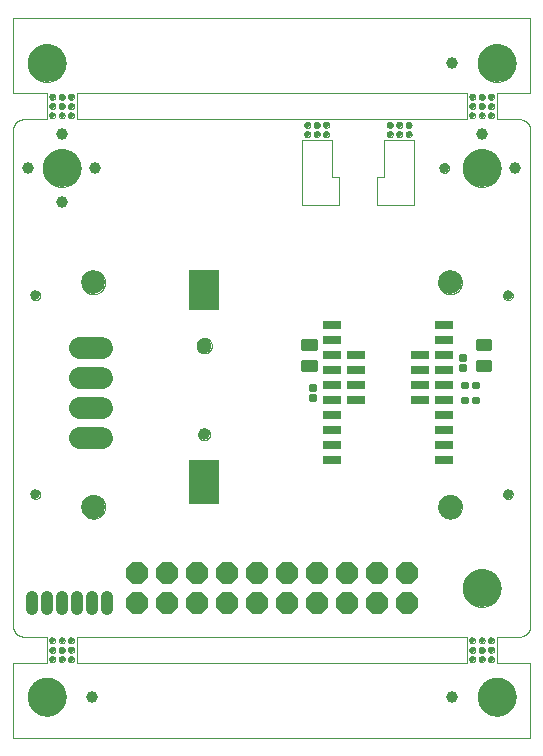
<source format=gbs>
G75*
%MOIN*%
%OFA0B0*%
%FSLAX25Y25*%
%IPPOS*%
%LPD*%
%AMOC8*
5,1,8,0,0,1.08239X$1,22.5*
%
%ADD10C,0.00000*%
%ADD11C,0.12598*%
%ADD12C,0.01969*%
%ADD13C,0.03150*%
%ADD14C,0.07874*%
%ADD15OC8,0.07400*%
%ADD16C,0.03937*%
%ADD17C,0.04134*%
%ADD18C,0.07400*%
%ADD19R,0.10236X0.14764*%
%ADD20R,0.10236X0.13780*%
%ADD21C,0.05118*%
%ADD22R,0.06004X0.02559*%
%ADD23R,0.06000X0.03000*%
%ADD24C,0.01250*%
%ADD25C,0.01000*%
D10*
X0003000Y0001000D02*
X0175500Y0001000D01*
X0175500Y0026000D01*
X0164250Y0026000D01*
X0164250Y0034750D01*
X0171750Y0034750D01*
X0171870Y0034752D01*
X0171990Y0034758D01*
X0172110Y0034767D01*
X0172230Y0034781D01*
X0172348Y0034798D01*
X0172467Y0034819D01*
X0172584Y0034844D01*
X0172701Y0034873D01*
X0172817Y0034905D01*
X0172932Y0034941D01*
X0173045Y0034981D01*
X0173157Y0035024D01*
X0173268Y0035071D01*
X0173377Y0035121D01*
X0173485Y0035175D01*
X0173590Y0035233D01*
X0173694Y0035293D01*
X0173796Y0035357D01*
X0173895Y0035424D01*
X0173993Y0035495D01*
X0174088Y0035568D01*
X0174181Y0035645D01*
X0174271Y0035724D01*
X0174359Y0035806D01*
X0174444Y0035891D01*
X0174526Y0035979D01*
X0174605Y0036069D01*
X0174682Y0036162D01*
X0174755Y0036257D01*
X0174826Y0036355D01*
X0174893Y0036454D01*
X0174957Y0036556D01*
X0175017Y0036660D01*
X0175075Y0036765D01*
X0175129Y0036873D01*
X0175179Y0036982D01*
X0175226Y0037093D01*
X0175269Y0037205D01*
X0175309Y0037318D01*
X0175345Y0037433D01*
X0175377Y0037549D01*
X0175406Y0037666D01*
X0175431Y0037783D01*
X0175452Y0037902D01*
X0175469Y0038020D01*
X0175483Y0038140D01*
X0175492Y0038260D01*
X0175498Y0038380D01*
X0175500Y0038500D01*
X0175500Y0203500D01*
X0175498Y0203620D01*
X0175492Y0203740D01*
X0175483Y0203860D01*
X0175469Y0203980D01*
X0175452Y0204098D01*
X0175431Y0204217D01*
X0175406Y0204334D01*
X0175377Y0204451D01*
X0175345Y0204567D01*
X0175309Y0204682D01*
X0175269Y0204795D01*
X0175226Y0204907D01*
X0175179Y0205018D01*
X0175129Y0205127D01*
X0175075Y0205235D01*
X0175017Y0205340D01*
X0174957Y0205444D01*
X0174893Y0205546D01*
X0174826Y0205645D01*
X0174755Y0205743D01*
X0174682Y0205838D01*
X0174605Y0205931D01*
X0174526Y0206021D01*
X0174444Y0206109D01*
X0174359Y0206194D01*
X0174271Y0206276D01*
X0174181Y0206355D01*
X0174088Y0206432D01*
X0173993Y0206505D01*
X0173895Y0206576D01*
X0173796Y0206643D01*
X0173694Y0206707D01*
X0173590Y0206767D01*
X0173485Y0206825D01*
X0173377Y0206879D01*
X0173268Y0206929D01*
X0173157Y0206976D01*
X0173045Y0207019D01*
X0172932Y0207059D01*
X0172817Y0207095D01*
X0172701Y0207127D01*
X0172584Y0207156D01*
X0172467Y0207181D01*
X0172348Y0207202D01*
X0172230Y0207219D01*
X0172110Y0207233D01*
X0171990Y0207242D01*
X0171870Y0207248D01*
X0171750Y0207250D01*
X0164250Y0207250D01*
X0164250Y0216000D01*
X0175500Y0216000D01*
X0175500Y0241000D01*
X0003000Y0241000D01*
X0003000Y0216000D01*
X0014250Y0216000D01*
X0014250Y0207250D01*
X0006750Y0207250D01*
X0006630Y0207248D01*
X0006510Y0207242D01*
X0006390Y0207233D01*
X0006270Y0207219D01*
X0006152Y0207202D01*
X0006033Y0207181D01*
X0005916Y0207156D01*
X0005799Y0207127D01*
X0005683Y0207095D01*
X0005568Y0207059D01*
X0005455Y0207019D01*
X0005343Y0206976D01*
X0005232Y0206929D01*
X0005123Y0206879D01*
X0005015Y0206825D01*
X0004910Y0206767D01*
X0004806Y0206707D01*
X0004704Y0206643D01*
X0004605Y0206576D01*
X0004507Y0206505D01*
X0004412Y0206432D01*
X0004319Y0206355D01*
X0004229Y0206276D01*
X0004141Y0206194D01*
X0004056Y0206109D01*
X0003974Y0206021D01*
X0003895Y0205931D01*
X0003818Y0205838D01*
X0003745Y0205743D01*
X0003674Y0205645D01*
X0003607Y0205546D01*
X0003543Y0205444D01*
X0003483Y0205340D01*
X0003425Y0205235D01*
X0003371Y0205127D01*
X0003321Y0205018D01*
X0003274Y0204907D01*
X0003231Y0204795D01*
X0003191Y0204682D01*
X0003155Y0204567D01*
X0003123Y0204451D01*
X0003094Y0204334D01*
X0003069Y0204217D01*
X0003048Y0204098D01*
X0003031Y0203980D01*
X0003017Y0203860D01*
X0003008Y0203740D01*
X0003002Y0203620D01*
X0003000Y0203500D01*
X0003000Y0038500D01*
X0003002Y0038380D01*
X0003008Y0038260D01*
X0003017Y0038140D01*
X0003031Y0038020D01*
X0003048Y0037902D01*
X0003069Y0037783D01*
X0003094Y0037666D01*
X0003123Y0037549D01*
X0003155Y0037433D01*
X0003191Y0037318D01*
X0003231Y0037205D01*
X0003274Y0037093D01*
X0003321Y0036982D01*
X0003371Y0036873D01*
X0003425Y0036765D01*
X0003483Y0036660D01*
X0003543Y0036556D01*
X0003607Y0036454D01*
X0003674Y0036355D01*
X0003745Y0036257D01*
X0003818Y0036162D01*
X0003895Y0036069D01*
X0003974Y0035979D01*
X0004056Y0035891D01*
X0004141Y0035806D01*
X0004229Y0035724D01*
X0004319Y0035645D01*
X0004412Y0035568D01*
X0004507Y0035495D01*
X0004605Y0035424D01*
X0004704Y0035357D01*
X0004806Y0035293D01*
X0004910Y0035233D01*
X0005015Y0035175D01*
X0005123Y0035121D01*
X0005232Y0035071D01*
X0005343Y0035024D01*
X0005455Y0034981D01*
X0005568Y0034941D01*
X0005683Y0034905D01*
X0005799Y0034873D01*
X0005916Y0034844D01*
X0006033Y0034819D01*
X0006152Y0034798D01*
X0006270Y0034781D01*
X0006390Y0034767D01*
X0006510Y0034758D01*
X0006630Y0034752D01*
X0006750Y0034750D01*
X0014250Y0034750D01*
X0014250Y0026000D01*
X0003000Y0026000D01*
X0003000Y0001000D01*
X0007951Y0014750D02*
X0007953Y0014908D01*
X0007959Y0015066D01*
X0007969Y0015224D01*
X0007983Y0015382D01*
X0008001Y0015539D01*
X0008022Y0015696D01*
X0008048Y0015852D01*
X0008078Y0016008D01*
X0008111Y0016163D01*
X0008149Y0016316D01*
X0008190Y0016469D01*
X0008235Y0016621D01*
X0008284Y0016772D01*
X0008337Y0016921D01*
X0008393Y0017069D01*
X0008453Y0017215D01*
X0008517Y0017360D01*
X0008585Y0017503D01*
X0008656Y0017645D01*
X0008730Y0017785D01*
X0008808Y0017922D01*
X0008890Y0018058D01*
X0008974Y0018192D01*
X0009063Y0018323D01*
X0009154Y0018452D01*
X0009249Y0018579D01*
X0009346Y0018704D01*
X0009447Y0018826D01*
X0009551Y0018945D01*
X0009658Y0019062D01*
X0009768Y0019176D01*
X0009881Y0019287D01*
X0009996Y0019396D01*
X0010114Y0019501D01*
X0010235Y0019603D01*
X0010358Y0019703D01*
X0010484Y0019799D01*
X0010612Y0019892D01*
X0010742Y0019982D01*
X0010875Y0020068D01*
X0011010Y0020152D01*
X0011146Y0020231D01*
X0011285Y0020308D01*
X0011426Y0020380D01*
X0011568Y0020450D01*
X0011712Y0020515D01*
X0011858Y0020577D01*
X0012005Y0020635D01*
X0012154Y0020690D01*
X0012304Y0020741D01*
X0012455Y0020788D01*
X0012607Y0020831D01*
X0012760Y0020870D01*
X0012915Y0020906D01*
X0013070Y0020937D01*
X0013226Y0020965D01*
X0013382Y0020989D01*
X0013539Y0021009D01*
X0013697Y0021025D01*
X0013854Y0021037D01*
X0014013Y0021045D01*
X0014171Y0021049D01*
X0014329Y0021049D01*
X0014487Y0021045D01*
X0014646Y0021037D01*
X0014803Y0021025D01*
X0014961Y0021009D01*
X0015118Y0020989D01*
X0015274Y0020965D01*
X0015430Y0020937D01*
X0015585Y0020906D01*
X0015740Y0020870D01*
X0015893Y0020831D01*
X0016045Y0020788D01*
X0016196Y0020741D01*
X0016346Y0020690D01*
X0016495Y0020635D01*
X0016642Y0020577D01*
X0016788Y0020515D01*
X0016932Y0020450D01*
X0017074Y0020380D01*
X0017215Y0020308D01*
X0017354Y0020231D01*
X0017490Y0020152D01*
X0017625Y0020068D01*
X0017758Y0019982D01*
X0017888Y0019892D01*
X0018016Y0019799D01*
X0018142Y0019703D01*
X0018265Y0019603D01*
X0018386Y0019501D01*
X0018504Y0019396D01*
X0018619Y0019287D01*
X0018732Y0019176D01*
X0018842Y0019062D01*
X0018949Y0018945D01*
X0019053Y0018826D01*
X0019154Y0018704D01*
X0019251Y0018579D01*
X0019346Y0018452D01*
X0019437Y0018323D01*
X0019526Y0018192D01*
X0019610Y0018058D01*
X0019692Y0017922D01*
X0019770Y0017785D01*
X0019844Y0017645D01*
X0019915Y0017503D01*
X0019983Y0017360D01*
X0020047Y0017215D01*
X0020107Y0017069D01*
X0020163Y0016921D01*
X0020216Y0016772D01*
X0020265Y0016621D01*
X0020310Y0016469D01*
X0020351Y0016316D01*
X0020389Y0016163D01*
X0020422Y0016008D01*
X0020452Y0015852D01*
X0020478Y0015696D01*
X0020499Y0015539D01*
X0020517Y0015382D01*
X0020531Y0015224D01*
X0020541Y0015066D01*
X0020547Y0014908D01*
X0020549Y0014750D01*
X0020547Y0014592D01*
X0020541Y0014434D01*
X0020531Y0014276D01*
X0020517Y0014118D01*
X0020499Y0013961D01*
X0020478Y0013804D01*
X0020452Y0013648D01*
X0020422Y0013492D01*
X0020389Y0013337D01*
X0020351Y0013184D01*
X0020310Y0013031D01*
X0020265Y0012879D01*
X0020216Y0012728D01*
X0020163Y0012579D01*
X0020107Y0012431D01*
X0020047Y0012285D01*
X0019983Y0012140D01*
X0019915Y0011997D01*
X0019844Y0011855D01*
X0019770Y0011715D01*
X0019692Y0011578D01*
X0019610Y0011442D01*
X0019526Y0011308D01*
X0019437Y0011177D01*
X0019346Y0011048D01*
X0019251Y0010921D01*
X0019154Y0010796D01*
X0019053Y0010674D01*
X0018949Y0010555D01*
X0018842Y0010438D01*
X0018732Y0010324D01*
X0018619Y0010213D01*
X0018504Y0010104D01*
X0018386Y0009999D01*
X0018265Y0009897D01*
X0018142Y0009797D01*
X0018016Y0009701D01*
X0017888Y0009608D01*
X0017758Y0009518D01*
X0017625Y0009432D01*
X0017490Y0009348D01*
X0017354Y0009269D01*
X0017215Y0009192D01*
X0017074Y0009120D01*
X0016932Y0009050D01*
X0016788Y0008985D01*
X0016642Y0008923D01*
X0016495Y0008865D01*
X0016346Y0008810D01*
X0016196Y0008759D01*
X0016045Y0008712D01*
X0015893Y0008669D01*
X0015740Y0008630D01*
X0015585Y0008594D01*
X0015430Y0008563D01*
X0015274Y0008535D01*
X0015118Y0008511D01*
X0014961Y0008491D01*
X0014803Y0008475D01*
X0014646Y0008463D01*
X0014487Y0008455D01*
X0014329Y0008451D01*
X0014171Y0008451D01*
X0014013Y0008455D01*
X0013854Y0008463D01*
X0013697Y0008475D01*
X0013539Y0008491D01*
X0013382Y0008511D01*
X0013226Y0008535D01*
X0013070Y0008563D01*
X0012915Y0008594D01*
X0012760Y0008630D01*
X0012607Y0008669D01*
X0012455Y0008712D01*
X0012304Y0008759D01*
X0012154Y0008810D01*
X0012005Y0008865D01*
X0011858Y0008923D01*
X0011712Y0008985D01*
X0011568Y0009050D01*
X0011426Y0009120D01*
X0011285Y0009192D01*
X0011146Y0009269D01*
X0011010Y0009348D01*
X0010875Y0009432D01*
X0010742Y0009518D01*
X0010612Y0009608D01*
X0010484Y0009701D01*
X0010358Y0009797D01*
X0010235Y0009897D01*
X0010114Y0009999D01*
X0009996Y0010104D01*
X0009881Y0010213D01*
X0009768Y0010324D01*
X0009658Y0010438D01*
X0009551Y0010555D01*
X0009447Y0010674D01*
X0009346Y0010796D01*
X0009249Y0010921D01*
X0009154Y0011048D01*
X0009063Y0011177D01*
X0008974Y0011308D01*
X0008890Y0011442D01*
X0008808Y0011578D01*
X0008730Y0011715D01*
X0008656Y0011855D01*
X0008585Y0011997D01*
X0008517Y0012140D01*
X0008453Y0012285D01*
X0008393Y0012431D01*
X0008337Y0012579D01*
X0008284Y0012728D01*
X0008235Y0012879D01*
X0008190Y0013031D01*
X0008149Y0013184D01*
X0008111Y0013337D01*
X0008078Y0013492D01*
X0008048Y0013648D01*
X0008022Y0013804D01*
X0008001Y0013961D01*
X0007983Y0014118D01*
X0007969Y0014276D01*
X0007959Y0014434D01*
X0007953Y0014592D01*
X0007951Y0014750D01*
X0015141Y0027250D02*
X0015143Y0027312D01*
X0015149Y0027375D01*
X0015159Y0027436D01*
X0015173Y0027497D01*
X0015190Y0027557D01*
X0015211Y0027616D01*
X0015237Y0027673D01*
X0015265Y0027728D01*
X0015297Y0027782D01*
X0015333Y0027833D01*
X0015371Y0027883D01*
X0015413Y0027929D01*
X0015457Y0027973D01*
X0015505Y0028014D01*
X0015554Y0028052D01*
X0015606Y0028086D01*
X0015660Y0028117D01*
X0015716Y0028145D01*
X0015774Y0028169D01*
X0015833Y0028190D01*
X0015893Y0028206D01*
X0015954Y0028219D01*
X0016016Y0028228D01*
X0016078Y0028233D01*
X0016141Y0028234D01*
X0016203Y0028231D01*
X0016265Y0028224D01*
X0016327Y0028213D01*
X0016387Y0028198D01*
X0016447Y0028180D01*
X0016505Y0028158D01*
X0016562Y0028132D01*
X0016617Y0028102D01*
X0016670Y0028069D01*
X0016721Y0028033D01*
X0016769Y0027994D01*
X0016815Y0027951D01*
X0016858Y0027906D01*
X0016898Y0027858D01*
X0016935Y0027808D01*
X0016969Y0027755D01*
X0017000Y0027701D01*
X0017026Y0027645D01*
X0017050Y0027587D01*
X0017069Y0027527D01*
X0017085Y0027467D01*
X0017097Y0027405D01*
X0017105Y0027344D01*
X0017109Y0027281D01*
X0017109Y0027219D01*
X0017105Y0027156D01*
X0017097Y0027095D01*
X0017085Y0027033D01*
X0017069Y0026973D01*
X0017050Y0026913D01*
X0017026Y0026855D01*
X0017000Y0026799D01*
X0016969Y0026745D01*
X0016935Y0026692D01*
X0016898Y0026642D01*
X0016858Y0026594D01*
X0016815Y0026549D01*
X0016769Y0026506D01*
X0016721Y0026467D01*
X0016670Y0026431D01*
X0016617Y0026398D01*
X0016562Y0026368D01*
X0016505Y0026342D01*
X0016447Y0026320D01*
X0016387Y0026302D01*
X0016327Y0026287D01*
X0016265Y0026276D01*
X0016203Y0026269D01*
X0016141Y0026266D01*
X0016078Y0026267D01*
X0016016Y0026272D01*
X0015954Y0026281D01*
X0015893Y0026294D01*
X0015833Y0026310D01*
X0015774Y0026331D01*
X0015716Y0026355D01*
X0015660Y0026383D01*
X0015606Y0026414D01*
X0015554Y0026448D01*
X0015505Y0026486D01*
X0015457Y0026527D01*
X0015413Y0026571D01*
X0015371Y0026617D01*
X0015333Y0026667D01*
X0015297Y0026718D01*
X0015265Y0026772D01*
X0015237Y0026827D01*
X0015211Y0026884D01*
X0015190Y0026943D01*
X0015173Y0027003D01*
X0015159Y0027064D01*
X0015149Y0027125D01*
X0015143Y0027188D01*
X0015141Y0027250D01*
X0015141Y0030375D02*
X0015143Y0030437D01*
X0015149Y0030500D01*
X0015159Y0030561D01*
X0015173Y0030622D01*
X0015190Y0030682D01*
X0015211Y0030741D01*
X0015237Y0030798D01*
X0015265Y0030853D01*
X0015297Y0030907D01*
X0015333Y0030958D01*
X0015371Y0031008D01*
X0015413Y0031054D01*
X0015457Y0031098D01*
X0015505Y0031139D01*
X0015554Y0031177D01*
X0015606Y0031211D01*
X0015660Y0031242D01*
X0015716Y0031270D01*
X0015774Y0031294D01*
X0015833Y0031315D01*
X0015893Y0031331D01*
X0015954Y0031344D01*
X0016016Y0031353D01*
X0016078Y0031358D01*
X0016141Y0031359D01*
X0016203Y0031356D01*
X0016265Y0031349D01*
X0016327Y0031338D01*
X0016387Y0031323D01*
X0016447Y0031305D01*
X0016505Y0031283D01*
X0016562Y0031257D01*
X0016617Y0031227D01*
X0016670Y0031194D01*
X0016721Y0031158D01*
X0016769Y0031119D01*
X0016815Y0031076D01*
X0016858Y0031031D01*
X0016898Y0030983D01*
X0016935Y0030933D01*
X0016969Y0030880D01*
X0017000Y0030826D01*
X0017026Y0030770D01*
X0017050Y0030712D01*
X0017069Y0030652D01*
X0017085Y0030592D01*
X0017097Y0030530D01*
X0017105Y0030469D01*
X0017109Y0030406D01*
X0017109Y0030344D01*
X0017105Y0030281D01*
X0017097Y0030220D01*
X0017085Y0030158D01*
X0017069Y0030098D01*
X0017050Y0030038D01*
X0017026Y0029980D01*
X0017000Y0029924D01*
X0016969Y0029870D01*
X0016935Y0029817D01*
X0016898Y0029767D01*
X0016858Y0029719D01*
X0016815Y0029674D01*
X0016769Y0029631D01*
X0016721Y0029592D01*
X0016670Y0029556D01*
X0016617Y0029523D01*
X0016562Y0029493D01*
X0016505Y0029467D01*
X0016447Y0029445D01*
X0016387Y0029427D01*
X0016327Y0029412D01*
X0016265Y0029401D01*
X0016203Y0029394D01*
X0016141Y0029391D01*
X0016078Y0029392D01*
X0016016Y0029397D01*
X0015954Y0029406D01*
X0015893Y0029419D01*
X0015833Y0029435D01*
X0015774Y0029456D01*
X0015716Y0029480D01*
X0015660Y0029508D01*
X0015606Y0029539D01*
X0015554Y0029573D01*
X0015505Y0029611D01*
X0015457Y0029652D01*
X0015413Y0029696D01*
X0015371Y0029742D01*
X0015333Y0029792D01*
X0015297Y0029843D01*
X0015265Y0029897D01*
X0015237Y0029952D01*
X0015211Y0030009D01*
X0015190Y0030068D01*
X0015173Y0030128D01*
X0015159Y0030189D01*
X0015149Y0030250D01*
X0015143Y0030313D01*
X0015141Y0030375D01*
X0015141Y0033500D02*
X0015143Y0033562D01*
X0015149Y0033625D01*
X0015159Y0033686D01*
X0015173Y0033747D01*
X0015190Y0033807D01*
X0015211Y0033866D01*
X0015237Y0033923D01*
X0015265Y0033978D01*
X0015297Y0034032D01*
X0015333Y0034083D01*
X0015371Y0034133D01*
X0015413Y0034179D01*
X0015457Y0034223D01*
X0015505Y0034264D01*
X0015554Y0034302D01*
X0015606Y0034336D01*
X0015660Y0034367D01*
X0015716Y0034395D01*
X0015774Y0034419D01*
X0015833Y0034440D01*
X0015893Y0034456D01*
X0015954Y0034469D01*
X0016016Y0034478D01*
X0016078Y0034483D01*
X0016141Y0034484D01*
X0016203Y0034481D01*
X0016265Y0034474D01*
X0016327Y0034463D01*
X0016387Y0034448D01*
X0016447Y0034430D01*
X0016505Y0034408D01*
X0016562Y0034382D01*
X0016617Y0034352D01*
X0016670Y0034319D01*
X0016721Y0034283D01*
X0016769Y0034244D01*
X0016815Y0034201D01*
X0016858Y0034156D01*
X0016898Y0034108D01*
X0016935Y0034058D01*
X0016969Y0034005D01*
X0017000Y0033951D01*
X0017026Y0033895D01*
X0017050Y0033837D01*
X0017069Y0033777D01*
X0017085Y0033717D01*
X0017097Y0033655D01*
X0017105Y0033594D01*
X0017109Y0033531D01*
X0017109Y0033469D01*
X0017105Y0033406D01*
X0017097Y0033345D01*
X0017085Y0033283D01*
X0017069Y0033223D01*
X0017050Y0033163D01*
X0017026Y0033105D01*
X0017000Y0033049D01*
X0016969Y0032995D01*
X0016935Y0032942D01*
X0016898Y0032892D01*
X0016858Y0032844D01*
X0016815Y0032799D01*
X0016769Y0032756D01*
X0016721Y0032717D01*
X0016670Y0032681D01*
X0016617Y0032648D01*
X0016562Y0032618D01*
X0016505Y0032592D01*
X0016447Y0032570D01*
X0016387Y0032552D01*
X0016327Y0032537D01*
X0016265Y0032526D01*
X0016203Y0032519D01*
X0016141Y0032516D01*
X0016078Y0032517D01*
X0016016Y0032522D01*
X0015954Y0032531D01*
X0015893Y0032544D01*
X0015833Y0032560D01*
X0015774Y0032581D01*
X0015716Y0032605D01*
X0015660Y0032633D01*
X0015606Y0032664D01*
X0015554Y0032698D01*
X0015505Y0032736D01*
X0015457Y0032777D01*
X0015413Y0032821D01*
X0015371Y0032867D01*
X0015333Y0032917D01*
X0015297Y0032968D01*
X0015265Y0033022D01*
X0015237Y0033077D01*
X0015211Y0033134D01*
X0015190Y0033193D01*
X0015173Y0033253D01*
X0015159Y0033314D01*
X0015149Y0033375D01*
X0015143Y0033438D01*
X0015141Y0033500D01*
X0018266Y0033500D02*
X0018268Y0033562D01*
X0018274Y0033625D01*
X0018284Y0033686D01*
X0018298Y0033747D01*
X0018315Y0033807D01*
X0018336Y0033866D01*
X0018362Y0033923D01*
X0018390Y0033978D01*
X0018422Y0034032D01*
X0018458Y0034083D01*
X0018496Y0034133D01*
X0018538Y0034179D01*
X0018582Y0034223D01*
X0018630Y0034264D01*
X0018679Y0034302D01*
X0018731Y0034336D01*
X0018785Y0034367D01*
X0018841Y0034395D01*
X0018899Y0034419D01*
X0018958Y0034440D01*
X0019018Y0034456D01*
X0019079Y0034469D01*
X0019141Y0034478D01*
X0019203Y0034483D01*
X0019266Y0034484D01*
X0019328Y0034481D01*
X0019390Y0034474D01*
X0019452Y0034463D01*
X0019512Y0034448D01*
X0019572Y0034430D01*
X0019630Y0034408D01*
X0019687Y0034382D01*
X0019742Y0034352D01*
X0019795Y0034319D01*
X0019846Y0034283D01*
X0019894Y0034244D01*
X0019940Y0034201D01*
X0019983Y0034156D01*
X0020023Y0034108D01*
X0020060Y0034058D01*
X0020094Y0034005D01*
X0020125Y0033951D01*
X0020151Y0033895D01*
X0020175Y0033837D01*
X0020194Y0033777D01*
X0020210Y0033717D01*
X0020222Y0033655D01*
X0020230Y0033594D01*
X0020234Y0033531D01*
X0020234Y0033469D01*
X0020230Y0033406D01*
X0020222Y0033345D01*
X0020210Y0033283D01*
X0020194Y0033223D01*
X0020175Y0033163D01*
X0020151Y0033105D01*
X0020125Y0033049D01*
X0020094Y0032995D01*
X0020060Y0032942D01*
X0020023Y0032892D01*
X0019983Y0032844D01*
X0019940Y0032799D01*
X0019894Y0032756D01*
X0019846Y0032717D01*
X0019795Y0032681D01*
X0019742Y0032648D01*
X0019687Y0032618D01*
X0019630Y0032592D01*
X0019572Y0032570D01*
X0019512Y0032552D01*
X0019452Y0032537D01*
X0019390Y0032526D01*
X0019328Y0032519D01*
X0019266Y0032516D01*
X0019203Y0032517D01*
X0019141Y0032522D01*
X0019079Y0032531D01*
X0019018Y0032544D01*
X0018958Y0032560D01*
X0018899Y0032581D01*
X0018841Y0032605D01*
X0018785Y0032633D01*
X0018731Y0032664D01*
X0018679Y0032698D01*
X0018630Y0032736D01*
X0018582Y0032777D01*
X0018538Y0032821D01*
X0018496Y0032867D01*
X0018458Y0032917D01*
X0018422Y0032968D01*
X0018390Y0033022D01*
X0018362Y0033077D01*
X0018336Y0033134D01*
X0018315Y0033193D01*
X0018298Y0033253D01*
X0018284Y0033314D01*
X0018274Y0033375D01*
X0018268Y0033438D01*
X0018266Y0033500D01*
X0018266Y0030375D02*
X0018268Y0030437D01*
X0018274Y0030500D01*
X0018284Y0030561D01*
X0018298Y0030622D01*
X0018315Y0030682D01*
X0018336Y0030741D01*
X0018362Y0030798D01*
X0018390Y0030853D01*
X0018422Y0030907D01*
X0018458Y0030958D01*
X0018496Y0031008D01*
X0018538Y0031054D01*
X0018582Y0031098D01*
X0018630Y0031139D01*
X0018679Y0031177D01*
X0018731Y0031211D01*
X0018785Y0031242D01*
X0018841Y0031270D01*
X0018899Y0031294D01*
X0018958Y0031315D01*
X0019018Y0031331D01*
X0019079Y0031344D01*
X0019141Y0031353D01*
X0019203Y0031358D01*
X0019266Y0031359D01*
X0019328Y0031356D01*
X0019390Y0031349D01*
X0019452Y0031338D01*
X0019512Y0031323D01*
X0019572Y0031305D01*
X0019630Y0031283D01*
X0019687Y0031257D01*
X0019742Y0031227D01*
X0019795Y0031194D01*
X0019846Y0031158D01*
X0019894Y0031119D01*
X0019940Y0031076D01*
X0019983Y0031031D01*
X0020023Y0030983D01*
X0020060Y0030933D01*
X0020094Y0030880D01*
X0020125Y0030826D01*
X0020151Y0030770D01*
X0020175Y0030712D01*
X0020194Y0030652D01*
X0020210Y0030592D01*
X0020222Y0030530D01*
X0020230Y0030469D01*
X0020234Y0030406D01*
X0020234Y0030344D01*
X0020230Y0030281D01*
X0020222Y0030220D01*
X0020210Y0030158D01*
X0020194Y0030098D01*
X0020175Y0030038D01*
X0020151Y0029980D01*
X0020125Y0029924D01*
X0020094Y0029870D01*
X0020060Y0029817D01*
X0020023Y0029767D01*
X0019983Y0029719D01*
X0019940Y0029674D01*
X0019894Y0029631D01*
X0019846Y0029592D01*
X0019795Y0029556D01*
X0019742Y0029523D01*
X0019687Y0029493D01*
X0019630Y0029467D01*
X0019572Y0029445D01*
X0019512Y0029427D01*
X0019452Y0029412D01*
X0019390Y0029401D01*
X0019328Y0029394D01*
X0019266Y0029391D01*
X0019203Y0029392D01*
X0019141Y0029397D01*
X0019079Y0029406D01*
X0019018Y0029419D01*
X0018958Y0029435D01*
X0018899Y0029456D01*
X0018841Y0029480D01*
X0018785Y0029508D01*
X0018731Y0029539D01*
X0018679Y0029573D01*
X0018630Y0029611D01*
X0018582Y0029652D01*
X0018538Y0029696D01*
X0018496Y0029742D01*
X0018458Y0029792D01*
X0018422Y0029843D01*
X0018390Y0029897D01*
X0018362Y0029952D01*
X0018336Y0030009D01*
X0018315Y0030068D01*
X0018298Y0030128D01*
X0018284Y0030189D01*
X0018274Y0030250D01*
X0018268Y0030313D01*
X0018266Y0030375D01*
X0018266Y0027250D02*
X0018268Y0027312D01*
X0018274Y0027375D01*
X0018284Y0027436D01*
X0018298Y0027497D01*
X0018315Y0027557D01*
X0018336Y0027616D01*
X0018362Y0027673D01*
X0018390Y0027728D01*
X0018422Y0027782D01*
X0018458Y0027833D01*
X0018496Y0027883D01*
X0018538Y0027929D01*
X0018582Y0027973D01*
X0018630Y0028014D01*
X0018679Y0028052D01*
X0018731Y0028086D01*
X0018785Y0028117D01*
X0018841Y0028145D01*
X0018899Y0028169D01*
X0018958Y0028190D01*
X0019018Y0028206D01*
X0019079Y0028219D01*
X0019141Y0028228D01*
X0019203Y0028233D01*
X0019266Y0028234D01*
X0019328Y0028231D01*
X0019390Y0028224D01*
X0019452Y0028213D01*
X0019512Y0028198D01*
X0019572Y0028180D01*
X0019630Y0028158D01*
X0019687Y0028132D01*
X0019742Y0028102D01*
X0019795Y0028069D01*
X0019846Y0028033D01*
X0019894Y0027994D01*
X0019940Y0027951D01*
X0019983Y0027906D01*
X0020023Y0027858D01*
X0020060Y0027808D01*
X0020094Y0027755D01*
X0020125Y0027701D01*
X0020151Y0027645D01*
X0020175Y0027587D01*
X0020194Y0027527D01*
X0020210Y0027467D01*
X0020222Y0027405D01*
X0020230Y0027344D01*
X0020234Y0027281D01*
X0020234Y0027219D01*
X0020230Y0027156D01*
X0020222Y0027095D01*
X0020210Y0027033D01*
X0020194Y0026973D01*
X0020175Y0026913D01*
X0020151Y0026855D01*
X0020125Y0026799D01*
X0020094Y0026745D01*
X0020060Y0026692D01*
X0020023Y0026642D01*
X0019983Y0026594D01*
X0019940Y0026549D01*
X0019894Y0026506D01*
X0019846Y0026467D01*
X0019795Y0026431D01*
X0019742Y0026398D01*
X0019687Y0026368D01*
X0019630Y0026342D01*
X0019572Y0026320D01*
X0019512Y0026302D01*
X0019452Y0026287D01*
X0019390Y0026276D01*
X0019328Y0026269D01*
X0019266Y0026266D01*
X0019203Y0026267D01*
X0019141Y0026272D01*
X0019079Y0026281D01*
X0019018Y0026294D01*
X0018958Y0026310D01*
X0018899Y0026331D01*
X0018841Y0026355D01*
X0018785Y0026383D01*
X0018731Y0026414D01*
X0018679Y0026448D01*
X0018630Y0026486D01*
X0018582Y0026527D01*
X0018538Y0026571D01*
X0018496Y0026617D01*
X0018458Y0026667D01*
X0018422Y0026718D01*
X0018390Y0026772D01*
X0018362Y0026827D01*
X0018336Y0026884D01*
X0018315Y0026943D01*
X0018298Y0027003D01*
X0018284Y0027064D01*
X0018274Y0027125D01*
X0018268Y0027188D01*
X0018266Y0027250D01*
X0021391Y0027250D02*
X0021393Y0027312D01*
X0021399Y0027375D01*
X0021409Y0027436D01*
X0021423Y0027497D01*
X0021440Y0027557D01*
X0021461Y0027616D01*
X0021487Y0027673D01*
X0021515Y0027728D01*
X0021547Y0027782D01*
X0021583Y0027833D01*
X0021621Y0027883D01*
X0021663Y0027929D01*
X0021707Y0027973D01*
X0021755Y0028014D01*
X0021804Y0028052D01*
X0021856Y0028086D01*
X0021910Y0028117D01*
X0021966Y0028145D01*
X0022024Y0028169D01*
X0022083Y0028190D01*
X0022143Y0028206D01*
X0022204Y0028219D01*
X0022266Y0028228D01*
X0022328Y0028233D01*
X0022391Y0028234D01*
X0022453Y0028231D01*
X0022515Y0028224D01*
X0022577Y0028213D01*
X0022637Y0028198D01*
X0022697Y0028180D01*
X0022755Y0028158D01*
X0022812Y0028132D01*
X0022867Y0028102D01*
X0022920Y0028069D01*
X0022971Y0028033D01*
X0023019Y0027994D01*
X0023065Y0027951D01*
X0023108Y0027906D01*
X0023148Y0027858D01*
X0023185Y0027808D01*
X0023219Y0027755D01*
X0023250Y0027701D01*
X0023276Y0027645D01*
X0023300Y0027587D01*
X0023319Y0027527D01*
X0023335Y0027467D01*
X0023347Y0027405D01*
X0023355Y0027344D01*
X0023359Y0027281D01*
X0023359Y0027219D01*
X0023355Y0027156D01*
X0023347Y0027095D01*
X0023335Y0027033D01*
X0023319Y0026973D01*
X0023300Y0026913D01*
X0023276Y0026855D01*
X0023250Y0026799D01*
X0023219Y0026745D01*
X0023185Y0026692D01*
X0023148Y0026642D01*
X0023108Y0026594D01*
X0023065Y0026549D01*
X0023019Y0026506D01*
X0022971Y0026467D01*
X0022920Y0026431D01*
X0022867Y0026398D01*
X0022812Y0026368D01*
X0022755Y0026342D01*
X0022697Y0026320D01*
X0022637Y0026302D01*
X0022577Y0026287D01*
X0022515Y0026276D01*
X0022453Y0026269D01*
X0022391Y0026266D01*
X0022328Y0026267D01*
X0022266Y0026272D01*
X0022204Y0026281D01*
X0022143Y0026294D01*
X0022083Y0026310D01*
X0022024Y0026331D01*
X0021966Y0026355D01*
X0021910Y0026383D01*
X0021856Y0026414D01*
X0021804Y0026448D01*
X0021755Y0026486D01*
X0021707Y0026527D01*
X0021663Y0026571D01*
X0021621Y0026617D01*
X0021583Y0026667D01*
X0021547Y0026718D01*
X0021515Y0026772D01*
X0021487Y0026827D01*
X0021461Y0026884D01*
X0021440Y0026943D01*
X0021423Y0027003D01*
X0021409Y0027064D01*
X0021399Y0027125D01*
X0021393Y0027188D01*
X0021391Y0027250D01*
X0024250Y0026000D02*
X0154250Y0026000D01*
X0154250Y0034750D01*
X0024250Y0034750D01*
X0024250Y0026000D01*
X0021391Y0030375D02*
X0021393Y0030437D01*
X0021399Y0030500D01*
X0021409Y0030561D01*
X0021423Y0030622D01*
X0021440Y0030682D01*
X0021461Y0030741D01*
X0021487Y0030798D01*
X0021515Y0030853D01*
X0021547Y0030907D01*
X0021583Y0030958D01*
X0021621Y0031008D01*
X0021663Y0031054D01*
X0021707Y0031098D01*
X0021755Y0031139D01*
X0021804Y0031177D01*
X0021856Y0031211D01*
X0021910Y0031242D01*
X0021966Y0031270D01*
X0022024Y0031294D01*
X0022083Y0031315D01*
X0022143Y0031331D01*
X0022204Y0031344D01*
X0022266Y0031353D01*
X0022328Y0031358D01*
X0022391Y0031359D01*
X0022453Y0031356D01*
X0022515Y0031349D01*
X0022577Y0031338D01*
X0022637Y0031323D01*
X0022697Y0031305D01*
X0022755Y0031283D01*
X0022812Y0031257D01*
X0022867Y0031227D01*
X0022920Y0031194D01*
X0022971Y0031158D01*
X0023019Y0031119D01*
X0023065Y0031076D01*
X0023108Y0031031D01*
X0023148Y0030983D01*
X0023185Y0030933D01*
X0023219Y0030880D01*
X0023250Y0030826D01*
X0023276Y0030770D01*
X0023300Y0030712D01*
X0023319Y0030652D01*
X0023335Y0030592D01*
X0023347Y0030530D01*
X0023355Y0030469D01*
X0023359Y0030406D01*
X0023359Y0030344D01*
X0023355Y0030281D01*
X0023347Y0030220D01*
X0023335Y0030158D01*
X0023319Y0030098D01*
X0023300Y0030038D01*
X0023276Y0029980D01*
X0023250Y0029924D01*
X0023219Y0029870D01*
X0023185Y0029817D01*
X0023148Y0029767D01*
X0023108Y0029719D01*
X0023065Y0029674D01*
X0023019Y0029631D01*
X0022971Y0029592D01*
X0022920Y0029556D01*
X0022867Y0029523D01*
X0022812Y0029493D01*
X0022755Y0029467D01*
X0022697Y0029445D01*
X0022637Y0029427D01*
X0022577Y0029412D01*
X0022515Y0029401D01*
X0022453Y0029394D01*
X0022391Y0029391D01*
X0022328Y0029392D01*
X0022266Y0029397D01*
X0022204Y0029406D01*
X0022143Y0029419D01*
X0022083Y0029435D01*
X0022024Y0029456D01*
X0021966Y0029480D01*
X0021910Y0029508D01*
X0021856Y0029539D01*
X0021804Y0029573D01*
X0021755Y0029611D01*
X0021707Y0029652D01*
X0021663Y0029696D01*
X0021621Y0029742D01*
X0021583Y0029792D01*
X0021547Y0029843D01*
X0021515Y0029897D01*
X0021487Y0029952D01*
X0021461Y0030009D01*
X0021440Y0030068D01*
X0021423Y0030128D01*
X0021409Y0030189D01*
X0021399Y0030250D01*
X0021393Y0030313D01*
X0021391Y0030375D01*
X0021391Y0033500D02*
X0021393Y0033562D01*
X0021399Y0033625D01*
X0021409Y0033686D01*
X0021423Y0033747D01*
X0021440Y0033807D01*
X0021461Y0033866D01*
X0021487Y0033923D01*
X0021515Y0033978D01*
X0021547Y0034032D01*
X0021583Y0034083D01*
X0021621Y0034133D01*
X0021663Y0034179D01*
X0021707Y0034223D01*
X0021755Y0034264D01*
X0021804Y0034302D01*
X0021856Y0034336D01*
X0021910Y0034367D01*
X0021966Y0034395D01*
X0022024Y0034419D01*
X0022083Y0034440D01*
X0022143Y0034456D01*
X0022204Y0034469D01*
X0022266Y0034478D01*
X0022328Y0034483D01*
X0022391Y0034484D01*
X0022453Y0034481D01*
X0022515Y0034474D01*
X0022577Y0034463D01*
X0022637Y0034448D01*
X0022697Y0034430D01*
X0022755Y0034408D01*
X0022812Y0034382D01*
X0022867Y0034352D01*
X0022920Y0034319D01*
X0022971Y0034283D01*
X0023019Y0034244D01*
X0023065Y0034201D01*
X0023108Y0034156D01*
X0023148Y0034108D01*
X0023185Y0034058D01*
X0023219Y0034005D01*
X0023250Y0033951D01*
X0023276Y0033895D01*
X0023300Y0033837D01*
X0023319Y0033777D01*
X0023335Y0033717D01*
X0023347Y0033655D01*
X0023355Y0033594D01*
X0023359Y0033531D01*
X0023359Y0033469D01*
X0023355Y0033406D01*
X0023347Y0033345D01*
X0023335Y0033283D01*
X0023319Y0033223D01*
X0023300Y0033163D01*
X0023276Y0033105D01*
X0023250Y0033049D01*
X0023219Y0032995D01*
X0023185Y0032942D01*
X0023148Y0032892D01*
X0023108Y0032844D01*
X0023065Y0032799D01*
X0023019Y0032756D01*
X0022971Y0032717D01*
X0022920Y0032681D01*
X0022867Y0032648D01*
X0022812Y0032618D01*
X0022755Y0032592D01*
X0022697Y0032570D01*
X0022637Y0032552D01*
X0022577Y0032537D01*
X0022515Y0032526D01*
X0022453Y0032519D01*
X0022391Y0032516D01*
X0022328Y0032517D01*
X0022266Y0032522D01*
X0022204Y0032531D01*
X0022143Y0032544D01*
X0022083Y0032560D01*
X0022024Y0032581D01*
X0021966Y0032605D01*
X0021910Y0032633D01*
X0021856Y0032664D01*
X0021804Y0032698D01*
X0021755Y0032736D01*
X0021707Y0032777D01*
X0021663Y0032821D01*
X0021621Y0032867D01*
X0021583Y0032917D01*
X0021547Y0032968D01*
X0021515Y0033022D01*
X0021487Y0033077D01*
X0021461Y0033134D01*
X0021440Y0033193D01*
X0021423Y0033253D01*
X0021409Y0033314D01*
X0021399Y0033375D01*
X0021393Y0033438D01*
X0021391Y0033500D01*
X0025860Y0078070D02*
X0025862Y0078195D01*
X0025868Y0078320D01*
X0025878Y0078444D01*
X0025892Y0078568D01*
X0025909Y0078692D01*
X0025931Y0078815D01*
X0025957Y0078937D01*
X0025986Y0079059D01*
X0026019Y0079179D01*
X0026057Y0079298D01*
X0026097Y0079417D01*
X0026142Y0079533D01*
X0026190Y0079648D01*
X0026242Y0079762D01*
X0026298Y0079874D01*
X0026357Y0079984D01*
X0026419Y0080092D01*
X0026485Y0080199D01*
X0026554Y0080303D01*
X0026627Y0080404D01*
X0026702Y0080504D01*
X0026781Y0080601D01*
X0026863Y0080695D01*
X0026948Y0080787D01*
X0027035Y0080876D01*
X0027126Y0080962D01*
X0027219Y0081045D01*
X0027315Y0081126D01*
X0027413Y0081203D01*
X0027513Y0081277D01*
X0027616Y0081348D01*
X0027721Y0081415D01*
X0027829Y0081480D01*
X0027938Y0081540D01*
X0028049Y0081598D01*
X0028162Y0081651D01*
X0028276Y0081701D01*
X0028392Y0081748D01*
X0028509Y0081790D01*
X0028628Y0081829D01*
X0028748Y0081865D01*
X0028869Y0081896D01*
X0028991Y0081924D01*
X0029113Y0081947D01*
X0029237Y0081967D01*
X0029361Y0081983D01*
X0029485Y0081995D01*
X0029610Y0082003D01*
X0029735Y0082007D01*
X0029859Y0082007D01*
X0029984Y0082003D01*
X0030109Y0081995D01*
X0030233Y0081983D01*
X0030357Y0081967D01*
X0030481Y0081947D01*
X0030603Y0081924D01*
X0030725Y0081896D01*
X0030846Y0081865D01*
X0030966Y0081829D01*
X0031085Y0081790D01*
X0031202Y0081748D01*
X0031318Y0081701D01*
X0031432Y0081651D01*
X0031545Y0081598D01*
X0031656Y0081540D01*
X0031766Y0081480D01*
X0031873Y0081415D01*
X0031978Y0081348D01*
X0032081Y0081277D01*
X0032181Y0081203D01*
X0032279Y0081126D01*
X0032375Y0081045D01*
X0032468Y0080962D01*
X0032559Y0080876D01*
X0032646Y0080787D01*
X0032731Y0080695D01*
X0032813Y0080601D01*
X0032892Y0080504D01*
X0032967Y0080404D01*
X0033040Y0080303D01*
X0033109Y0080199D01*
X0033175Y0080092D01*
X0033237Y0079984D01*
X0033296Y0079874D01*
X0033352Y0079762D01*
X0033404Y0079648D01*
X0033452Y0079533D01*
X0033497Y0079417D01*
X0033537Y0079298D01*
X0033575Y0079179D01*
X0033608Y0079059D01*
X0033637Y0078937D01*
X0033663Y0078815D01*
X0033685Y0078692D01*
X0033702Y0078568D01*
X0033716Y0078444D01*
X0033726Y0078320D01*
X0033732Y0078195D01*
X0033734Y0078070D01*
X0033732Y0077945D01*
X0033726Y0077820D01*
X0033716Y0077696D01*
X0033702Y0077572D01*
X0033685Y0077448D01*
X0033663Y0077325D01*
X0033637Y0077203D01*
X0033608Y0077081D01*
X0033575Y0076961D01*
X0033537Y0076842D01*
X0033497Y0076723D01*
X0033452Y0076607D01*
X0033404Y0076492D01*
X0033352Y0076378D01*
X0033296Y0076266D01*
X0033237Y0076156D01*
X0033175Y0076048D01*
X0033109Y0075941D01*
X0033040Y0075837D01*
X0032967Y0075736D01*
X0032892Y0075636D01*
X0032813Y0075539D01*
X0032731Y0075445D01*
X0032646Y0075353D01*
X0032559Y0075264D01*
X0032468Y0075178D01*
X0032375Y0075095D01*
X0032279Y0075014D01*
X0032181Y0074937D01*
X0032081Y0074863D01*
X0031978Y0074792D01*
X0031873Y0074725D01*
X0031765Y0074660D01*
X0031656Y0074600D01*
X0031545Y0074542D01*
X0031432Y0074489D01*
X0031318Y0074439D01*
X0031202Y0074392D01*
X0031085Y0074350D01*
X0030966Y0074311D01*
X0030846Y0074275D01*
X0030725Y0074244D01*
X0030603Y0074216D01*
X0030481Y0074193D01*
X0030357Y0074173D01*
X0030233Y0074157D01*
X0030109Y0074145D01*
X0029984Y0074137D01*
X0029859Y0074133D01*
X0029735Y0074133D01*
X0029610Y0074137D01*
X0029485Y0074145D01*
X0029361Y0074157D01*
X0029237Y0074173D01*
X0029113Y0074193D01*
X0028991Y0074216D01*
X0028869Y0074244D01*
X0028748Y0074275D01*
X0028628Y0074311D01*
X0028509Y0074350D01*
X0028392Y0074392D01*
X0028276Y0074439D01*
X0028162Y0074489D01*
X0028049Y0074542D01*
X0027938Y0074600D01*
X0027828Y0074660D01*
X0027721Y0074725D01*
X0027616Y0074792D01*
X0027513Y0074863D01*
X0027413Y0074937D01*
X0027315Y0075014D01*
X0027219Y0075095D01*
X0027126Y0075178D01*
X0027035Y0075264D01*
X0026948Y0075353D01*
X0026863Y0075445D01*
X0026781Y0075539D01*
X0026702Y0075636D01*
X0026627Y0075736D01*
X0026554Y0075837D01*
X0026485Y0075941D01*
X0026419Y0076048D01*
X0026357Y0076156D01*
X0026298Y0076266D01*
X0026242Y0076378D01*
X0026190Y0076492D01*
X0026142Y0076607D01*
X0026097Y0076723D01*
X0026057Y0076842D01*
X0026019Y0076961D01*
X0025986Y0077081D01*
X0025957Y0077203D01*
X0025931Y0077325D01*
X0025909Y0077448D01*
X0025892Y0077572D01*
X0025878Y0077696D01*
X0025868Y0077820D01*
X0025862Y0077945D01*
X0025860Y0078070D01*
X0008925Y0082250D02*
X0008927Y0082329D01*
X0008933Y0082408D01*
X0008943Y0082487D01*
X0008957Y0082565D01*
X0008974Y0082642D01*
X0008996Y0082718D01*
X0009021Y0082793D01*
X0009051Y0082866D01*
X0009083Y0082938D01*
X0009120Y0083009D01*
X0009160Y0083077D01*
X0009203Y0083143D01*
X0009249Y0083207D01*
X0009299Y0083269D01*
X0009352Y0083328D01*
X0009407Y0083384D01*
X0009466Y0083438D01*
X0009527Y0083488D01*
X0009590Y0083536D01*
X0009656Y0083580D01*
X0009724Y0083621D01*
X0009794Y0083658D01*
X0009865Y0083692D01*
X0009939Y0083722D01*
X0010013Y0083748D01*
X0010089Y0083770D01*
X0010166Y0083789D01*
X0010244Y0083804D01*
X0010322Y0083815D01*
X0010401Y0083822D01*
X0010480Y0083825D01*
X0010559Y0083824D01*
X0010638Y0083819D01*
X0010717Y0083810D01*
X0010795Y0083797D01*
X0010872Y0083780D01*
X0010949Y0083760D01*
X0011024Y0083735D01*
X0011098Y0083707D01*
X0011171Y0083675D01*
X0011241Y0083640D01*
X0011310Y0083601D01*
X0011377Y0083558D01*
X0011442Y0083512D01*
X0011504Y0083464D01*
X0011564Y0083412D01*
X0011621Y0083357D01*
X0011675Y0083299D01*
X0011726Y0083239D01*
X0011774Y0083176D01*
X0011819Y0083111D01*
X0011861Y0083043D01*
X0011899Y0082974D01*
X0011933Y0082903D01*
X0011964Y0082830D01*
X0011992Y0082755D01*
X0012015Y0082680D01*
X0012035Y0082603D01*
X0012051Y0082526D01*
X0012063Y0082447D01*
X0012071Y0082369D01*
X0012075Y0082290D01*
X0012075Y0082210D01*
X0012071Y0082131D01*
X0012063Y0082053D01*
X0012051Y0081974D01*
X0012035Y0081897D01*
X0012015Y0081820D01*
X0011992Y0081745D01*
X0011964Y0081670D01*
X0011933Y0081597D01*
X0011899Y0081526D01*
X0011861Y0081457D01*
X0011819Y0081389D01*
X0011774Y0081324D01*
X0011726Y0081261D01*
X0011675Y0081201D01*
X0011621Y0081143D01*
X0011564Y0081088D01*
X0011504Y0081036D01*
X0011442Y0080988D01*
X0011377Y0080942D01*
X0011310Y0080899D01*
X0011241Y0080860D01*
X0011171Y0080825D01*
X0011098Y0080793D01*
X0011024Y0080765D01*
X0010949Y0080740D01*
X0010872Y0080720D01*
X0010795Y0080703D01*
X0010717Y0080690D01*
X0010638Y0080681D01*
X0010559Y0080676D01*
X0010480Y0080675D01*
X0010401Y0080678D01*
X0010322Y0080685D01*
X0010244Y0080696D01*
X0010166Y0080711D01*
X0010089Y0080730D01*
X0010013Y0080752D01*
X0009939Y0080778D01*
X0009865Y0080808D01*
X0009794Y0080842D01*
X0009724Y0080879D01*
X0009656Y0080920D01*
X0009590Y0080964D01*
X0009527Y0081012D01*
X0009466Y0081062D01*
X0009407Y0081116D01*
X0009352Y0081172D01*
X0009299Y0081231D01*
X0009249Y0081293D01*
X0009203Y0081357D01*
X0009160Y0081423D01*
X0009120Y0081491D01*
X0009083Y0081562D01*
X0009051Y0081634D01*
X0009021Y0081707D01*
X0008996Y0081782D01*
X0008974Y0081858D01*
X0008957Y0081935D01*
X0008943Y0082013D01*
X0008933Y0082092D01*
X0008927Y0082171D01*
X0008925Y0082250D01*
X0008925Y0148500D02*
X0008927Y0148579D01*
X0008933Y0148658D01*
X0008943Y0148737D01*
X0008957Y0148815D01*
X0008974Y0148892D01*
X0008996Y0148968D01*
X0009021Y0149043D01*
X0009051Y0149116D01*
X0009083Y0149188D01*
X0009120Y0149259D01*
X0009160Y0149327D01*
X0009203Y0149393D01*
X0009249Y0149457D01*
X0009299Y0149519D01*
X0009352Y0149578D01*
X0009407Y0149634D01*
X0009466Y0149688D01*
X0009527Y0149738D01*
X0009590Y0149786D01*
X0009656Y0149830D01*
X0009724Y0149871D01*
X0009794Y0149908D01*
X0009865Y0149942D01*
X0009939Y0149972D01*
X0010013Y0149998D01*
X0010089Y0150020D01*
X0010166Y0150039D01*
X0010244Y0150054D01*
X0010322Y0150065D01*
X0010401Y0150072D01*
X0010480Y0150075D01*
X0010559Y0150074D01*
X0010638Y0150069D01*
X0010717Y0150060D01*
X0010795Y0150047D01*
X0010872Y0150030D01*
X0010949Y0150010D01*
X0011024Y0149985D01*
X0011098Y0149957D01*
X0011171Y0149925D01*
X0011241Y0149890D01*
X0011310Y0149851D01*
X0011377Y0149808D01*
X0011442Y0149762D01*
X0011504Y0149714D01*
X0011564Y0149662D01*
X0011621Y0149607D01*
X0011675Y0149549D01*
X0011726Y0149489D01*
X0011774Y0149426D01*
X0011819Y0149361D01*
X0011861Y0149293D01*
X0011899Y0149224D01*
X0011933Y0149153D01*
X0011964Y0149080D01*
X0011992Y0149005D01*
X0012015Y0148930D01*
X0012035Y0148853D01*
X0012051Y0148776D01*
X0012063Y0148697D01*
X0012071Y0148619D01*
X0012075Y0148540D01*
X0012075Y0148460D01*
X0012071Y0148381D01*
X0012063Y0148303D01*
X0012051Y0148224D01*
X0012035Y0148147D01*
X0012015Y0148070D01*
X0011992Y0147995D01*
X0011964Y0147920D01*
X0011933Y0147847D01*
X0011899Y0147776D01*
X0011861Y0147707D01*
X0011819Y0147639D01*
X0011774Y0147574D01*
X0011726Y0147511D01*
X0011675Y0147451D01*
X0011621Y0147393D01*
X0011564Y0147338D01*
X0011504Y0147286D01*
X0011442Y0147238D01*
X0011377Y0147192D01*
X0011310Y0147149D01*
X0011241Y0147110D01*
X0011171Y0147075D01*
X0011098Y0147043D01*
X0011024Y0147015D01*
X0010949Y0146990D01*
X0010872Y0146970D01*
X0010795Y0146953D01*
X0010717Y0146940D01*
X0010638Y0146931D01*
X0010559Y0146926D01*
X0010480Y0146925D01*
X0010401Y0146928D01*
X0010322Y0146935D01*
X0010244Y0146946D01*
X0010166Y0146961D01*
X0010089Y0146980D01*
X0010013Y0147002D01*
X0009939Y0147028D01*
X0009865Y0147058D01*
X0009794Y0147092D01*
X0009724Y0147129D01*
X0009656Y0147170D01*
X0009590Y0147214D01*
X0009527Y0147262D01*
X0009466Y0147312D01*
X0009407Y0147366D01*
X0009352Y0147422D01*
X0009299Y0147481D01*
X0009249Y0147543D01*
X0009203Y0147607D01*
X0009160Y0147673D01*
X0009120Y0147741D01*
X0009083Y0147812D01*
X0009051Y0147884D01*
X0009021Y0147957D01*
X0008996Y0148032D01*
X0008974Y0148108D01*
X0008957Y0148185D01*
X0008943Y0148263D01*
X0008933Y0148342D01*
X0008927Y0148421D01*
X0008925Y0148500D01*
X0025860Y0152875D02*
X0025862Y0153000D01*
X0025868Y0153125D01*
X0025878Y0153249D01*
X0025892Y0153373D01*
X0025909Y0153497D01*
X0025931Y0153620D01*
X0025957Y0153742D01*
X0025986Y0153864D01*
X0026019Y0153984D01*
X0026057Y0154103D01*
X0026097Y0154222D01*
X0026142Y0154338D01*
X0026190Y0154453D01*
X0026242Y0154567D01*
X0026298Y0154679D01*
X0026357Y0154789D01*
X0026419Y0154897D01*
X0026485Y0155004D01*
X0026554Y0155108D01*
X0026627Y0155209D01*
X0026702Y0155309D01*
X0026781Y0155406D01*
X0026863Y0155500D01*
X0026948Y0155592D01*
X0027035Y0155681D01*
X0027126Y0155767D01*
X0027219Y0155850D01*
X0027315Y0155931D01*
X0027413Y0156008D01*
X0027513Y0156082D01*
X0027616Y0156153D01*
X0027721Y0156220D01*
X0027829Y0156285D01*
X0027938Y0156345D01*
X0028049Y0156403D01*
X0028162Y0156456D01*
X0028276Y0156506D01*
X0028392Y0156553D01*
X0028509Y0156595D01*
X0028628Y0156634D01*
X0028748Y0156670D01*
X0028869Y0156701D01*
X0028991Y0156729D01*
X0029113Y0156752D01*
X0029237Y0156772D01*
X0029361Y0156788D01*
X0029485Y0156800D01*
X0029610Y0156808D01*
X0029735Y0156812D01*
X0029859Y0156812D01*
X0029984Y0156808D01*
X0030109Y0156800D01*
X0030233Y0156788D01*
X0030357Y0156772D01*
X0030481Y0156752D01*
X0030603Y0156729D01*
X0030725Y0156701D01*
X0030846Y0156670D01*
X0030966Y0156634D01*
X0031085Y0156595D01*
X0031202Y0156553D01*
X0031318Y0156506D01*
X0031432Y0156456D01*
X0031545Y0156403D01*
X0031656Y0156345D01*
X0031766Y0156285D01*
X0031873Y0156220D01*
X0031978Y0156153D01*
X0032081Y0156082D01*
X0032181Y0156008D01*
X0032279Y0155931D01*
X0032375Y0155850D01*
X0032468Y0155767D01*
X0032559Y0155681D01*
X0032646Y0155592D01*
X0032731Y0155500D01*
X0032813Y0155406D01*
X0032892Y0155309D01*
X0032967Y0155209D01*
X0033040Y0155108D01*
X0033109Y0155004D01*
X0033175Y0154897D01*
X0033237Y0154789D01*
X0033296Y0154679D01*
X0033352Y0154567D01*
X0033404Y0154453D01*
X0033452Y0154338D01*
X0033497Y0154222D01*
X0033537Y0154103D01*
X0033575Y0153984D01*
X0033608Y0153864D01*
X0033637Y0153742D01*
X0033663Y0153620D01*
X0033685Y0153497D01*
X0033702Y0153373D01*
X0033716Y0153249D01*
X0033726Y0153125D01*
X0033732Y0153000D01*
X0033734Y0152875D01*
X0033732Y0152750D01*
X0033726Y0152625D01*
X0033716Y0152501D01*
X0033702Y0152377D01*
X0033685Y0152253D01*
X0033663Y0152130D01*
X0033637Y0152008D01*
X0033608Y0151886D01*
X0033575Y0151766D01*
X0033537Y0151647D01*
X0033497Y0151528D01*
X0033452Y0151412D01*
X0033404Y0151297D01*
X0033352Y0151183D01*
X0033296Y0151071D01*
X0033237Y0150961D01*
X0033175Y0150853D01*
X0033109Y0150746D01*
X0033040Y0150642D01*
X0032967Y0150541D01*
X0032892Y0150441D01*
X0032813Y0150344D01*
X0032731Y0150250D01*
X0032646Y0150158D01*
X0032559Y0150069D01*
X0032468Y0149983D01*
X0032375Y0149900D01*
X0032279Y0149819D01*
X0032181Y0149742D01*
X0032081Y0149668D01*
X0031978Y0149597D01*
X0031873Y0149530D01*
X0031765Y0149465D01*
X0031656Y0149405D01*
X0031545Y0149347D01*
X0031432Y0149294D01*
X0031318Y0149244D01*
X0031202Y0149197D01*
X0031085Y0149155D01*
X0030966Y0149116D01*
X0030846Y0149080D01*
X0030725Y0149049D01*
X0030603Y0149021D01*
X0030481Y0148998D01*
X0030357Y0148978D01*
X0030233Y0148962D01*
X0030109Y0148950D01*
X0029984Y0148942D01*
X0029859Y0148938D01*
X0029735Y0148938D01*
X0029610Y0148942D01*
X0029485Y0148950D01*
X0029361Y0148962D01*
X0029237Y0148978D01*
X0029113Y0148998D01*
X0028991Y0149021D01*
X0028869Y0149049D01*
X0028748Y0149080D01*
X0028628Y0149116D01*
X0028509Y0149155D01*
X0028392Y0149197D01*
X0028276Y0149244D01*
X0028162Y0149294D01*
X0028049Y0149347D01*
X0027938Y0149405D01*
X0027828Y0149465D01*
X0027721Y0149530D01*
X0027616Y0149597D01*
X0027513Y0149668D01*
X0027413Y0149742D01*
X0027315Y0149819D01*
X0027219Y0149900D01*
X0027126Y0149983D01*
X0027035Y0150069D01*
X0026948Y0150158D01*
X0026863Y0150250D01*
X0026781Y0150344D01*
X0026702Y0150441D01*
X0026627Y0150541D01*
X0026554Y0150642D01*
X0026485Y0150746D01*
X0026419Y0150853D01*
X0026357Y0150961D01*
X0026298Y0151071D01*
X0026242Y0151183D01*
X0026190Y0151297D01*
X0026142Y0151412D01*
X0026097Y0151528D01*
X0026057Y0151647D01*
X0026019Y0151766D01*
X0025986Y0151886D01*
X0025957Y0152008D01*
X0025931Y0152130D01*
X0025909Y0152253D01*
X0025892Y0152377D01*
X0025878Y0152501D01*
X0025868Y0152625D01*
X0025862Y0152750D01*
X0025860Y0152875D01*
X0012951Y0191000D02*
X0012953Y0191158D01*
X0012959Y0191316D01*
X0012969Y0191474D01*
X0012983Y0191632D01*
X0013001Y0191789D01*
X0013022Y0191946D01*
X0013048Y0192102D01*
X0013078Y0192258D01*
X0013111Y0192413D01*
X0013149Y0192566D01*
X0013190Y0192719D01*
X0013235Y0192871D01*
X0013284Y0193022D01*
X0013337Y0193171D01*
X0013393Y0193319D01*
X0013453Y0193465D01*
X0013517Y0193610D01*
X0013585Y0193753D01*
X0013656Y0193895D01*
X0013730Y0194035D01*
X0013808Y0194172D01*
X0013890Y0194308D01*
X0013974Y0194442D01*
X0014063Y0194573D01*
X0014154Y0194702D01*
X0014249Y0194829D01*
X0014346Y0194954D01*
X0014447Y0195076D01*
X0014551Y0195195D01*
X0014658Y0195312D01*
X0014768Y0195426D01*
X0014881Y0195537D01*
X0014996Y0195646D01*
X0015114Y0195751D01*
X0015235Y0195853D01*
X0015358Y0195953D01*
X0015484Y0196049D01*
X0015612Y0196142D01*
X0015742Y0196232D01*
X0015875Y0196318D01*
X0016010Y0196402D01*
X0016146Y0196481D01*
X0016285Y0196558D01*
X0016426Y0196630D01*
X0016568Y0196700D01*
X0016712Y0196765D01*
X0016858Y0196827D01*
X0017005Y0196885D01*
X0017154Y0196940D01*
X0017304Y0196991D01*
X0017455Y0197038D01*
X0017607Y0197081D01*
X0017760Y0197120D01*
X0017915Y0197156D01*
X0018070Y0197187D01*
X0018226Y0197215D01*
X0018382Y0197239D01*
X0018539Y0197259D01*
X0018697Y0197275D01*
X0018854Y0197287D01*
X0019013Y0197295D01*
X0019171Y0197299D01*
X0019329Y0197299D01*
X0019487Y0197295D01*
X0019646Y0197287D01*
X0019803Y0197275D01*
X0019961Y0197259D01*
X0020118Y0197239D01*
X0020274Y0197215D01*
X0020430Y0197187D01*
X0020585Y0197156D01*
X0020740Y0197120D01*
X0020893Y0197081D01*
X0021045Y0197038D01*
X0021196Y0196991D01*
X0021346Y0196940D01*
X0021495Y0196885D01*
X0021642Y0196827D01*
X0021788Y0196765D01*
X0021932Y0196700D01*
X0022074Y0196630D01*
X0022215Y0196558D01*
X0022354Y0196481D01*
X0022490Y0196402D01*
X0022625Y0196318D01*
X0022758Y0196232D01*
X0022888Y0196142D01*
X0023016Y0196049D01*
X0023142Y0195953D01*
X0023265Y0195853D01*
X0023386Y0195751D01*
X0023504Y0195646D01*
X0023619Y0195537D01*
X0023732Y0195426D01*
X0023842Y0195312D01*
X0023949Y0195195D01*
X0024053Y0195076D01*
X0024154Y0194954D01*
X0024251Y0194829D01*
X0024346Y0194702D01*
X0024437Y0194573D01*
X0024526Y0194442D01*
X0024610Y0194308D01*
X0024692Y0194172D01*
X0024770Y0194035D01*
X0024844Y0193895D01*
X0024915Y0193753D01*
X0024983Y0193610D01*
X0025047Y0193465D01*
X0025107Y0193319D01*
X0025163Y0193171D01*
X0025216Y0193022D01*
X0025265Y0192871D01*
X0025310Y0192719D01*
X0025351Y0192566D01*
X0025389Y0192413D01*
X0025422Y0192258D01*
X0025452Y0192102D01*
X0025478Y0191946D01*
X0025499Y0191789D01*
X0025517Y0191632D01*
X0025531Y0191474D01*
X0025541Y0191316D01*
X0025547Y0191158D01*
X0025549Y0191000D01*
X0025547Y0190842D01*
X0025541Y0190684D01*
X0025531Y0190526D01*
X0025517Y0190368D01*
X0025499Y0190211D01*
X0025478Y0190054D01*
X0025452Y0189898D01*
X0025422Y0189742D01*
X0025389Y0189587D01*
X0025351Y0189434D01*
X0025310Y0189281D01*
X0025265Y0189129D01*
X0025216Y0188978D01*
X0025163Y0188829D01*
X0025107Y0188681D01*
X0025047Y0188535D01*
X0024983Y0188390D01*
X0024915Y0188247D01*
X0024844Y0188105D01*
X0024770Y0187965D01*
X0024692Y0187828D01*
X0024610Y0187692D01*
X0024526Y0187558D01*
X0024437Y0187427D01*
X0024346Y0187298D01*
X0024251Y0187171D01*
X0024154Y0187046D01*
X0024053Y0186924D01*
X0023949Y0186805D01*
X0023842Y0186688D01*
X0023732Y0186574D01*
X0023619Y0186463D01*
X0023504Y0186354D01*
X0023386Y0186249D01*
X0023265Y0186147D01*
X0023142Y0186047D01*
X0023016Y0185951D01*
X0022888Y0185858D01*
X0022758Y0185768D01*
X0022625Y0185682D01*
X0022490Y0185598D01*
X0022354Y0185519D01*
X0022215Y0185442D01*
X0022074Y0185370D01*
X0021932Y0185300D01*
X0021788Y0185235D01*
X0021642Y0185173D01*
X0021495Y0185115D01*
X0021346Y0185060D01*
X0021196Y0185009D01*
X0021045Y0184962D01*
X0020893Y0184919D01*
X0020740Y0184880D01*
X0020585Y0184844D01*
X0020430Y0184813D01*
X0020274Y0184785D01*
X0020118Y0184761D01*
X0019961Y0184741D01*
X0019803Y0184725D01*
X0019646Y0184713D01*
X0019487Y0184705D01*
X0019329Y0184701D01*
X0019171Y0184701D01*
X0019013Y0184705D01*
X0018854Y0184713D01*
X0018697Y0184725D01*
X0018539Y0184741D01*
X0018382Y0184761D01*
X0018226Y0184785D01*
X0018070Y0184813D01*
X0017915Y0184844D01*
X0017760Y0184880D01*
X0017607Y0184919D01*
X0017455Y0184962D01*
X0017304Y0185009D01*
X0017154Y0185060D01*
X0017005Y0185115D01*
X0016858Y0185173D01*
X0016712Y0185235D01*
X0016568Y0185300D01*
X0016426Y0185370D01*
X0016285Y0185442D01*
X0016146Y0185519D01*
X0016010Y0185598D01*
X0015875Y0185682D01*
X0015742Y0185768D01*
X0015612Y0185858D01*
X0015484Y0185951D01*
X0015358Y0186047D01*
X0015235Y0186147D01*
X0015114Y0186249D01*
X0014996Y0186354D01*
X0014881Y0186463D01*
X0014768Y0186574D01*
X0014658Y0186688D01*
X0014551Y0186805D01*
X0014447Y0186924D01*
X0014346Y0187046D01*
X0014249Y0187171D01*
X0014154Y0187298D01*
X0014063Y0187427D01*
X0013974Y0187558D01*
X0013890Y0187692D01*
X0013808Y0187828D01*
X0013730Y0187965D01*
X0013656Y0188105D01*
X0013585Y0188247D01*
X0013517Y0188390D01*
X0013453Y0188535D01*
X0013393Y0188681D01*
X0013337Y0188829D01*
X0013284Y0188978D01*
X0013235Y0189129D01*
X0013190Y0189281D01*
X0013149Y0189434D01*
X0013111Y0189587D01*
X0013078Y0189742D01*
X0013048Y0189898D01*
X0013022Y0190054D01*
X0013001Y0190211D01*
X0012983Y0190368D01*
X0012969Y0190526D01*
X0012959Y0190684D01*
X0012953Y0190842D01*
X0012951Y0191000D01*
X0024250Y0207250D02*
X0024250Y0216000D01*
X0154250Y0216000D01*
X0154250Y0207250D01*
X0024250Y0207250D01*
X0021391Y0208500D02*
X0021393Y0208562D01*
X0021399Y0208625D01*
X0021409Y0208686D01*
X0021423Y0208747D01*
X0021440Y0208807D01*
X0021461Y0208866D01*
X0021487Y0208923D01*
X0021515Y0208978D01*
X0021547Y0209032D01*
X0021583Y0209083D01*
X0021621Y0209133D01*
X0021663Y0209179D01*
X0021707Y0209223D01*
X0021755Y0209264D01*
X0021804Y0209302D01*
X0021856Y0209336D01*
X0021910Y0209367D01*
X0021966Y0209395D01*
X0022024Y0209419D01*
X0022083Y0209440D01*
X0022143Y0209456D01*
X0022204Y0209469D01*
X0022266Y0209478D01*
X0022328Y0209483D01*
X0022391Y0209484D01*
X0022453Y0209481D01*
X0022515Y0209474D01*
X0022577Y0209463D01*
X0022637Y0209448D01*
X0022697Y0209430D01*
X0022755Y0209408D01*
X0022812Y0209382D01*
X0022867Y0209352D01*
X0022920Y0209319D01*
X0022971Y0209283D01*
X0023019Y0209244D01*
X0023065Y0209201D01*
X0023108Y0209156D01*
X0023148Y0209108D01*
X0023185Y0209058D01*
X0023219Y0209005D01*
X0023250Y0208951D01*
X0023276Y0208895D01*
X0023300Y0208837D01*
X0023319Y0208777D01*
X0023335Y0208717D01*
X0023347Y0208655D01*
X0023355Y0208594D01*
X0023359Y0208531D01*
X0023359Y0208469D01*
X0023355Y0208406D01*
X0023347Y0208345D01*
X0023335Y0208283D01*
X0023319Y0208223D01*
X0023300Y0208163D01*
X0023276Y0208105D01*
X0023250Y0208049D01*
X0023219Y0207995D01*
X0023185Y0207942D01*
X0023148Y0207892D01*
X0023108Y0207844D01*
X0023065Y0207799D01*
X0023019Y0207756D01*
X0022971Y0207717D01*
X0022920Y0207681D01*
X0022867Y0207648D01*
X0022812Y0207618D01*
X0022755Y0207592D01*
X0022697Y0207570D01*
X0022637Y0207552D01*
X0022577Y0207537D01*
X0022515Y0207526D01*
X0022453Y0207519D01*
X0022391Y0207516D01*
X0022328Y0207517D01*
X0022266Y0207522D01*
X0022204Y0207531D01*
X0022143Y0207544D01*
X0022083Y0207560D01*
X0022024Y0207581D01*
X0021966Y0207605D01*
X0021910Y0207633D01*
X0021856Y0207664D01*
X0021804Y0207698D01*
X0021755Y0207736D01*
X0021707Y0207777D01*
X0021663Y0207821D01*
X0021621Y0207867D01*
X0021583Y0207917D01*
X0021547Y0207968D01*
X0021515Y0208022D01*
X0021487Y0208077D01*
X0021461Y0208134D01*
X0021440Y0208193D01*
X0021423Y0208253D01*
X0021409Y0208314D01*
X0021399Y0208375D01*
X0021393Y0208438D01*
X0021391Y0208500D01*
X0021391Y0211625D02*
X0021393Y0211687D01*
X0021399Y0211750D01*
X0021409Y0211811D01*
X0021423Y0211872D01*
X0021440Y0211932D01*
X0021461Y0211991D01*
X0021487Y0212048D01*
X0021515Y0212103D01*
X0021547Y0212157D01*
X0021583Y0212208D01*
X0021621Y0212258D01*
X0021663Y0212304D01*
X0021707Y0212348D01*
X0021755Y0212389D01*
X0021804Y0212427D01*
X0021856Y0212461D01*
X0021910Y0212492D01*
X0021966Y0212520D01*
X0022024Y0212544D01*
X0022083Y0212565D01*
X0022143Y0212581D01*
X0022204Y0212594D01*
X0022266Y0212603D01*
X0022328Y0212608D01*
X0022391Y0212609D01*
X0022453Y0212606D01*
X0022515Y0212599D01*
X0022577Y0212588D01*
X0022637Y0212573D01*
X0022697Y0212555D01*
X0022755Y0212533D01*
X0022812Y0212507D01*
X0022867Y0212477D01*
X0022920Y0212444D01*
X0022971Y0212408D01*
X0023019Y0212369D01*
X0023065Y0212326D01*
X0023108Y0212281D01*
X0023148Y0212233D01*
X0023185Y0212183D01*
X0023219Y0212130D01*
X0023250Y0212076D01*
X0023276Y0212020D01*
X0023300Y0211962D01*
X0023319Y0211902D01*
X0023335Y0211842D01*
X0023347Y0211780D01*
X0023355Y0211719D01*
X0023359Y0211656D01*
X0023359Y0211594D01*
X0023355Y0211531D01*
X0023347Y0211470D01*
X0023335Y0211408D01*
X0023319Y0211348D01*
X0023300Y0211288D01*
X0023276Y0211230D01*
X0023250Y0211174D01*
X0023219Y0211120D01*
X0023185Y0211067D01*
X0023148Y0211017D01*
X0023108Y0210969D01*
X0023065Y0210924D01*
X0023019Y0210881D01*
X0022971Y0210842D01*
X0022920Y0210806D01*
X0022867Y0210773D01*
X0022812Y0210743D01*
X0022755Y0210717D01*
X0022697Y0210695D01*
X0022637Y0210677D01*
X0022577Y0210662D01*
X0022515Y0210651D01*
X0022453Y0210644D01*
X0022391Y0210641D01*
X0022328Y0210642D01*
X0022266Y0210647D01*
X0022204Y0210656D01*
X0022143Y0210669D01*
X0022083Y0210685D01*
X0022024Y0210706D01*
X0021966Y0210730D01*
X0021910Y0210758D01*
X0021856Y0210789D01*
X0021804Y0210823D01*
X0021755Y0210861D01*
X0021707Y0210902D01*
X0021663Y0210946D01*
X0021621Y0210992D01*
X0021583Y0211042D01*
X0021547Y0211093D01*
X0021515Y0211147D01*
X0021487Y0211202D01*
X0021461Y0211259D01*
X0021440Y0211318D01*
X0021423Y0211378D01*
X0021409Y0211439D01*
X0021399Y0211500D01*
X0021393Y0211563D01*
X0021391Y0211625D01*
X0021391Y0214750D02*
X0021393Y0214812D01*
X0021399Y0214875D01*
X0021409Y0214936D01*
X0021423Y0214997D01*
X0021440Y0215057D01*
X0021461Y0215116D01*
X0021487Y0215173D01*
X0021515Y0215228D01*
X0021547Y0215282D01*
X0021583Y0215333D01*
X0021621Y0215383D01*
X0021663Y0215429D01*
X0021707Y0215473D01*
X0021755Y0215514D01*
X0021804Y0215552D01*
X0021856Y0215586D01*
X0021910Y0215617D01*
X0021966Y0215645D01*
X0022024Y0215669D01*
X0022083Y0215690D01*
X0022143Y0215706D01*
X0022204Y0215719D01*
X0022266Y0215728D01*
X0022328Y0215733D01*
X0022391Y0215734D01*
X0022453Y0215731D01*
X0022515Y0215724D01*
X0022577Y0215713D01*
X0022637Y0215698D01*
X0022697Y0215680D01*
X0022755Y0215658D01*
X0022812Y0215632D01*
X0022867Y0215602D01*
X0022920Y0215569D01*
X0022971Y0215533D01*
X0023019Y0215494D01*
X0023065Y0215451D01*
X0023108Y0215406D01*
X0023148Y0215358D01*
X0023185Y0215308D01*
X0023219Y0215255D01*
X0023250Y0215201D01*
X0023276Y0215145D01*
X0023300Y0215087D01*
X0023319Y0215027D01*
X0023335Y0214967D01*
X0023347Y0214905D01*
X0023355Y0214844D01*
X0023359Y0214781D01*
X0023359Y0214719D01*
X0023355Y0214656D01*
X0023347Y0214595D01*
X0023335Y0214533D01*
X0023319Y0214473D01*
X0023300Y0214413D01*
X0023276Y0214355D01*
X0023250Y0214299D01*
X0023219Y0214245D01*
X0023185Y0214192D01*
X0023148Y0214142D01*
X0023108Y0214094D01*
X0023065Y0214049D01*
X0023019Y0214006D01*
X0022971Y0213967D01*
X0022920Y0213931D01*
X0022867Y0213898D01*
X0022812Y0213868D01*
X0022755Y0213842D01*
X0022697Y0213820D01*
X0022637Y0213802D01*
X0022577Y0213787D01*
X0022515Y0213776D01*
X0022453Y0213769D01*
X0022391Y0213766D01*
X0022328Y0213767D01*
X0022266Y0213772D01*
X0022204Y0213781D01*
X0022143Y0213794D01*
X0022083Y0213810D01*
X0022024Y0213831D01*
X0021966Y0213855D01*
X0021910Y0213883D01*
X0021856Y0213914D01*
X0021804Y0213948D01*
X0021755Y0213986D01*
X0021707Y0214027D01*
X0021663Y0214071D01*
X0021621Y0214117D01*
X0021583Y0214167D01*
X0021547Y0214218D01*
X0021515Y0214272D01*
X0021487Y0214327D01*
X0021461Y0214384D01*
X0021440Y0214443D01*
X0021423Y0214503D01*
X0021409Y0214564D01*
X0021399Y0214625D01*
X0021393Y0214688D01*
X0021391Y0214750D01*
X0018266Y0214750D02*
X0018268Y0214812D01*
X0018274Y0214875D01*
X0018284Y0214936D01*
X0018298Y0214997D01*
X0018315Y0215057D01*
X0018336Y0215116D01*
X0018362Y0215173D01*
X0018390Y0215228D01*
X0018422Y0215282D01*
X0018458Y0215333D01*
X0018496Y0215383D01*
X0018538Y0215429D01*
X0018582Y0215473D01*
X0018630Y0215514D01*
X0018679Y0215552D01*
X0018731Y0215586D01*
X0018785Y0215617D01*
X0018841Y0215645D01*
X0018899Y0215669D01*
X0018958Y0215690D01*
X0019018Y0215706D01*
X0019079Y0215719D01*
X0019141Y0215728D01*
X0019203Y0215733D01*
X0019266Y0215734D01*
X0019328Y0215731D01*
X0019390Y0215724D01*
X0019452Y0215713D01*
X0019512Y0215698D01*
X0019572Y0215680D01*
X0019630Y0215658D01*
X0019687Y0215632D01*
X0019742Y0215602D01*
X0019795Y0215569D01*
X0019846Y0215533D01*
X0019894Y0215494D01*
X0019940Y0215451D01*
X0019983Y0215406D01*
X0020023Y0215358D01*
X0020060Y0215308D01*
X0020094Y0215255D01*
X0020125Y0215201D01*
X0020151Y0215145D01*
X0020175Y0215087D01*
X0020194Y0215027D01*
X0020210Y0214967D01*
X0020222Y0214905D01*
X0020230Y0214844D01*
X0020234Y0214781D01*
X0020234Y0214719D01*
X0020230Y0214656D01*
X0020222Y0214595D01*
X0020210Y0214533D01*
X0020194Y0214473D01*
X0020175Y0214413D01*
X0020151Y0214355D01*
X0020125Y0214299D01*
X0020094Y0214245D01*
X0020060Y0214192D01*
X0020023Y0214142D01*
X0019983Y0214094D01*
X0019940Y0214049D01*
X0019894Y0214006D01*
X0019846Y0213967D01*
X0019795Y0213931D01*
X0019742Y0213898D01*
X0019687Y0213868D01*
X0019630Y0213842D01*
X0019572Y0213820D01*
X0019512Y0213802D01*
X0019452Y0213787D01*
X0019390Y0213776D01*
X0019328Y0213769D01*
X0019266Y0213766D01*
X0019203Y0213767D01*
X0019141Y0213772D01*
X0019079Y0213781D01*
X0019018Y0213794D01*
X0018958Y0213810D01*
X0018899Y0213831D01*
X0018841Y0213855D01*
X0018785Y0213883D01*
X0018731Y0213914D01*
X0018679Y0213948D01*
X0018630Y0213986D01*
X0018582Y0214027D01*
X0018538Y0214071D01*
X0018496Y0214117D01*
X0018458Y0214167D01*
X0018422Y0214218D01*
X0018390Y0214272D01*
X0018362Y0214327D01*
X0018336Y0214384D01*
X0018315Y0214443D01*
X0018298Y0214503D01*
X0018284Y0214564D01*
X0018274Y0214625D01*
X0018268Y0214688D01*
X0018266Y0214750D01*
X0015141Y0214750D02*
X0015143Y0214812D01*
X0015149Y0214875D01*
X0015159Y0214936D01*
X0015173Y0214997D01*
X0015190Y0215057D01*
X0015211Y0215116D01*
X0015237Y0215173D01*
X0015265Y0215228D01*
X0015297Y0215282D01*
X0015333Y0215333D01*
X0015371Y0215383D01*
X0015413Y0215429D01*
X0015457Y0215473D01*
X0015505Y0215514D01*
X0015554Y0215552D01*
X0015606Y0215586D01*
X0015660Y0215617D01*
X0015716Y0215645D01*
X0015774Y0215669D01*
X0015833Y0215690D01*
X0015893Y0215706D01*
X0015954Y0215719D01*
X0016016Y0215728D01*
X0016078Y0215733D01*
X0016141Y0215734D01*
X0016203Y0215731D01*
X0016265Y0215724D01*
X0016327Y0215713D01*
X0016387Y0215698D01*
X0016447Y0215680D01*
X0016505Y0215658D01*
X0016562Y0215632D01*
X0016617Y0215602D01*
X0016670Y0215569D01*
X0016721Y0215533D01*
X0016769Y0215494D01*
X0016815Y0215451D01*
X0016858Y0215406D01*
X0016898Y0215358D01*
X0016935Y0215308D01*
X0016969Y0215255D01*
X0017000Y0215201D01*
X0017026Y0215145D01*
X0017050Y0215087D01*
X0017069Y0215027D01*
X0017085Y0214967D01*
X0017097Y0214905D01*
X0017105Y0214844D01*
X0017109Y0214781D01*
X0017109Y0214719D01*
X0017105Y0214656D01*
X0017097Y0214595D01*
X0017085Y0214533D01*
X0017069Y0214473D01*
X0017050Y0214413D01*
X0017026Y0214355D01*
X0017000Y0214299D01*
X0016969Y0214245D01*
X0016935Y0214192D01*
X0016898Y0214142D01*
X0016858Y0214094D01*
X0016815Y0214049D01*
X0016769Y0214006D01*
X0016721Y0213967D01*
X0016670Y0213931D01*
X0016617Y0213898D01*
X0016562Y0213868D01*
X0016505Y0213842D01*
X0016447Y0213820D01*
X0016387Y0213802D01*
X0016327Y0213787D01*
X0016265Y0213776D01*
X0016203Y0213769D01*
X0016141Y0213766D01*
X0016078Y0213767D01*
X0016016Y0213772D01*
X0015954Y0213781D01*
X0015893Y0213794D01*
X0015833Y0213810D01*
X0015774Y0213831D01*
X0015716Y0213855D01*
X0015660Y0213883D01*
X0015606Y0213914D01*
X0015554Y0213948D01*
X0015505Y0213986D01*
X0015457Y0214027D01*
X0015413Y0214071D01*
X0015371Y0214117D01*
X0015333Y0214167D01*
X0015297Y0214218D01*
X0015265Y0214272D01*
X0015237Y0214327D01*
X0015211Y0214384D01*
X0015190Y0214443D01*
X0015173Y0214503D01*
X0015159Y0214564D01*
X0015149Y0214625D01*
X0015143Y0214688D01*
X0015141Y0214750D01*
X0015141Y0211625D02*
X0015143Y0211687D01*
X0015149Y0211750D01*
X0015159Y0211811D01*
X0015173Y0211872D01*
X0015190Y0211932D01*
X0015211Y0211991D01*
X0015237Y0212048D01*
X0015265Y0212103D01*
X0015297Y0212157D01*
X0015333Y0212208D01*
X0015371Y0212258D01*
X0015413Y0212304D01*
X0015457Y0212348D01*
X0015505Y0212389D01*
X0015554Y0212427D01*
X0015606Y0212461D01*
X0015660Y0212492D01*
X0015716Y0212520D01*
X0015774Y0212544D01*
X0015833Y0212565D01*
X0015893Y0212581D01*
X0015954Y0212594D01*
X0016016Y0212603D01*
X0016078Y0212608D01*
X0016141Y0212609D01*
X0016203Y0212606D01*
X0016265Y0212599D01*
X0016327Y0212588D01*
X0016387Y0212573D01*
X0016447Y0212555D01*
X0016505Y0212533D01*
X0016562Y0212507D01*
X0016617Y0212477D01*
X0016670Y0212444D01*
X0016721Y0212408D01*
X0016769Y0212369D01*
X0016815Y0212326D01*
X0016858Y0212281D01*
X0016898Y0212233D01*
X0016935Y0212183D01*
X0016969Y0212130D01*
X0017000Y0212076D01*
X0017026Y0212020D01*
X0017050Y0211962D01*
X0017069Y0211902D01*
X0017085Y0211842D01*
X0017097Y0211780D01*
X0017105Y0211719D01*
X0017109Y0211656D01*
X0017109Y0211594D01*
X0017105Y0211531D01*
X0017097Y0211470D01*
X0017085Y0211408D01*
X0017069Y0211348D01*
X0017050Y0211288D01*
X0017026Y0211230D01*
X0017000Y0211174D01*
X0016969Y0211120D01*
X0016935Y0211067D01*
X0016898Y0211017D01*
X0016858Y0210969D01*
X0016815Y0210924D01*
X0016769Y0210881D01*
X0016721Y0210842D01*
X0016670Y0210806D01*
X0016617Y0210773D01*
X0016562Y0210743D01*
X0016505Y0210717D01*
X0016447Y0210695D01*
X0016387Y0210677D01*
X0016327Y0210662D01*
X0016265Y0210651D01*
X0016203Y0210644D01*
X0016141Y0210641D01*
X0016078Y0210642D01*
X0016016Y0210647D01*
X0015954Y0210656D01*
X0015893Y0210669D01*
X0015833Y0210685D01*
X0015774Y0210706D01*
X0015716Y0210730D01*
X0015660Y0210758D01*
X0015606Y0210789D01*
X0015554Y0210823D01*
X0015505Y0210861D01*
X0015457Y0210902D01*
X0015413Y0210946D01*
X0015371Y0210992D01*
X0015333Y0211042D01*
X0015297Y0211093D01*
X0015265Y0211147D01*
X0015237Y0211202D01*
X0015211Y0211259D01*
X0015190Y0211318D01*
X0015173Y0211378D01*
X0015159Y0211439D01*
X0015149Y0211500D01*
X0015143Y0211563D01*
X0015141Y0211625D01*
X0015141Y0208500D02*
X0015143Y0208562D01*
X0015149Y0208625D01*
X0015159Y0208686D01*
X0015173Y0208747D01*
X0015190Y0208807D01*
X0015211Y0208866D01*
X0015237Y0208923D01*
X0015265Y0208978D01*
X0015297Y0209032D01*
X0015333Y0209083D01*
X0015371Y0209133D01*
X0015413Y0209179D01*
X0015457Y0209223D01*
X0015505Y0209264D01*
X0015554Y0209302D01*
X0015606Y0209336D01*
X0015660Y0209367D01*
X0015716Y0209395D01*
X0015774Y0209419D01*
X0015833Y0209440D01*
X0015893Y0209456D01*
X0015954Y0209469D01*
X0016016Y0209478D01*
X0016078Y0209483D01*
X0016141Y0209484D01*
X0016203Y0209481D01*
X0016265Y0209474D01*
X0016327Y0209463D01*
X0016387Y0209448D01*
X0016447Y0209430D01*
X0016505Y0209408D01*
X0016562Y0209382D01*
X0016617Y0209352D01*
X0016670Y0209319D01*
X0016721Y0209283D01*
X0016769Y0209244D01*
X0016815Y0209201D01*
X0016858Y0209156D01*
X0016898Y0209108D01*
X0016935Y0209058D01*
X0016969Y0209005D01*
X0017000Y0208951D01*
X0017026Y0208895D01*
X0017050Y0208837D01*
X0017069Y0208777D01*
X0017085Y0208717D01*
X0017097Y0208655D01*
X0017105Y0208594D01*
X0017109Y0208531D01*
X0017109Y0208469D01*
X0017105Y0208406D01*
X0017097Y0208345D01*
X0017085Y0208283D01*
X0017069Y0208223D01*
X0017050Y0208163D01*
X0017026Y0208105D01*
X0017000Y0208049D01*
X0016969Y0207995D01*
X0016935Y0207942D01*
X0016898Y0207892D01*
X0016858Y0207844D01*
X0016815Y0207799D01*
X0016769Y0207756D01*
X0016721Y0207717D01*
X0016670Y0207681D01*
X0016617Y0207648D01*
X0016562Y0207618D01*
X0016505Y0207592D01*
X0016447Y0207570D01*
X0016387Y0207552D01*
X0016327Y0207537D01*
X0016265Y0207526D01*
X0016203Y0207519D01*
X0016141Y0207516D01*
X0016078Y0207517D01*
X0016016Y0207522D01*
X0015954Y0207531D01*
X0015893Y0207544D01*
X0015833Y0207560D01*
X0015774Y0207581D01*
X0015716Y0207605D01*
X0015660Y0207633D01*
X0015606Y0207664D01*
X0015554Y0207698D01*
X0015505Y0207736D01*
X0015457Y0207777D01*
X0015413Y0207821D01*
X0015371Y0207867D01*
X0015333Y0207917D01*
X0015297Y0207968D01*
X0015265Y0208022D01*
X0015237Y0208077D01*
X0015211Y0208134D01*
X0015190Y0208193D01*
X0015173Y0208253D01*
X0015159Y0208314D01*
X0015149Y0208375D01*
X0015143Y0208438D01*
X0015141Y0208500D01*
X0018266Y0208500D02*
X0018268Y0208562D01*
X0018274Y0208625D01*
X0018284Y0208686D01*
X0018298Y0208747D01*
X0018315Y0208807D01*
X0018336Y0208866D01*
X0018362Y0208923D01*
X0018390Y0208978D01*
X0018422Y0209032D01*
X0018458Y0209083D01*
X0018496Y0209133D01*
X0018538Y0209179D01*
X0018582Y0209223D01*
X0018630Y0209264D01*
X0018679Y0209302D01*
X0018731Y0209336D01*
X0018785Y0209367D01*
X0018841Y0209395D01*
X0018899Y0209419D01*
X0018958Y0209440D01*
X0019018Y0209456D01*
X0019079Y0209469D01*
X0019141Y0209478D01*
X0019203Y0209483D01*
X0019266Y0209484D01*
X0019328Y0209481D01*
X0019390Y0209474D01*
X0019452Y0209463D01*
X0019512Y0209448D01*
X0019572Y0209430D01*
X0019630Y0209408D01*
X0019687Y0209382D01*
X0019742Y0209352D01*
X0019795Y0209319D01*
X0019846Y0209283D01*
X0019894Y0209244D01*
X0019940Y0209201D01*
X0019983Y0209156D01*
X0020023Y0209108D01*
X0020060Y0209058D01*
X0020094Y0209005D01*
X0020125Y0208951D01*
X0020151Y0208895D01*
X0020175Y0208837D01*
X0020194Y0208777D01*
X0020210Y0208717D01*
X0020222Y0208655D01*
X0020230Y0208594D01*
X0020234Y0208531D01*
X0020234Y0208469D01*
X0020230Y0208406D01*
X0020222Y0208345D01*
X0020210Y0208283D01*
X0020194Y0208223D01*
X0020175Y0208163D01*
X0020151Y0208105D01*
X0020125Y0208049D01*
X0020094Y0207995D01*
X0020060Y0207942D01*
X0020023Y0207892D01*
X0019983Y0207844D01*
X0019940Y0207799D01*
X0019894Y0207756D01*
X0019846Y0207717D01*
X0019795Y0207681D01*
X0019742Y0207648D01*
X0019687Y0207618D01*
X0019630Y0207592D01*
X0019572Y0207570D01*
X0019512Y0207552D01*
X0019452Y0207537D01*
X0019390Y0207526D01*
X0019328Y0207519D01*
X0019266Y0207516D01*
X0019203Y0207517D01*
X0019141Y0207522D01*
X0019079Y0207531D01*
X0019018Y0207544D01*
X0018958Y0207560D01*
X0018899Y0207581D01*
X0018841Y0207605D01*
X0018785Y0207633D01*
X0018731Y0207664D01*
X0018679Y0207698D01*
X0018630Y0207736D01*
X0018582Y0207777D01*
X0018538Y0207821D01*
X0018496Y0207867D01*
X0018458Y0207917D01*
X0018422Y0207968D01*
X0018390Y0208022D01*
X0018362Y0208077D01*
X0018336Y0208134D01*
X0018315Y0208193D01*
X0018298Y0208253D01*
X0018284Y0208314D01*
X0018274Y0208375D01*
X0018268Y0208438D01*
X0018266Y0208500D01*
X0018266Y0211625D02*
X0018268Y0211687D01*
X0018274Y0211750D01*
X0018284Y0211811D01*
X0018298Y0211872D01*
X0018315Y0211932D01*
X0018336Y0211991D01*
X0018362Y0212048D01*
X0018390Y0212103D01*
X0018422Y0212157D01*
X0018458Y0212208D01*
X0018496Y0212258D01*
X0018538Y0212304D01*
X0018582Y0212348D01*
X0018630Y0212389D01*
X0018679Y0212427D01*
X0018731Y0212461D01*
X0018785Y0212492D01*
X0018841Y0212520D01*
X0018899Y0212544D01*
X0018958Y0212565D01*
X0019018Y0212581D01*
X0019079Y0212594D01*
X0019141Y0212603D01*
X0019203Y0212608D01*
X0019266Y0212609D01*
X0019328Y0212606D01*
X0019390Y0212599D01*
X0019452Y0212588D01*
X0019512Y0212573D01*
X0019572Y0212555D01*
X0019630Y0212533D01*
X0019687Y0212507D01*
X0019742Y0212477D01*
X0019795Y0212444D01*
X0019846Y0212408D01*
X0019894Y0212369D01*
X0019940Y0212326D01*
X0019983Y0212281D01*
X0020023Y0212233D01*
X0020060Y0212183D01*
X0020094Y0212130D01*
X0020125Y0212076D01*
X0020151Y0212020D01*
X0020175Y0211962D01*
X0020194Y0211902D01*
X0020210Y0211842D01*
X0020222Y0211780D01*
X0020230Y0211719D01*
X0020234Y0211656D01*
X0020234Y0211594D01*
X0020230Y0211531D01*
X0020222Y0211470D01*
X0020210Y0211408D01*
X0020194Y0211348D01*
X0020175Y0211288D01*
X0020151Y0211230D01*
X0020125Y0211174D01*
X0020094Y0211120D01*
X0020060Y0211067D01*
X0020023Y0211017D01*
X0019983Y0210969D01*
X0019940Y0210924D01*
X0019894Y0210881D01*
X0019846Y0210842D01*
X0019795Y0210806D01*
X0019742Y0210773D01*
X0019687Y0210743D01*
X0019630Y0210717D01*
X0019572Y0210695D01*
X0019512Y0210677D01*
X0019452Y0210662D01*
X0019390Y0210651D01*
X0019328Y0210644D01*
X0019266Y0210641D01*
X0019203Y0210642D01*
X0019141Y0210647D01*
X0019079Y0210656D01*
X0019018Y0210669D01*
X0018958Y0210685D01*
X0018899Y0210706D01*
X0018841Y0210730D01*
X0018785Y0210758D01*
X0018731Y0210789D01*
X0018679Y0210823D01*
X0018630Y0210861D01*
X0018582Y0210902D01*
X0018538Y0210946D01*
X0018496Y0210992D01*
X0018458Y0211042D01*
X0018422Y0211093D01*
X0018390Y0211147D01*
X0018362Y0211202D01*
X0018336Y0211259D01*
X0018315Y0211318D01*
X0018298Y0211378D01*
X0018284Y0211439D01*
X0018274Y0211500D01*
X0018268Y0211563D01*
X0018266Y0211625D01*
X0007951Y0226000D02*
X0007953Y0226158D01*
X0007959Y0226316D01*
X0007969Y0226474D01*
X0007983Y0226632D01*
X0008001Y0226789D01*
X0008022Y0226946D01*
X0008048Y0227102D01*
X0008078Y0227258D01*
X0008111Y0227413D01*
X0008149Y0227566D01*
X0008190Y0227719D01*
X0008235Y0227871D01*
X0008284Y0228022D01*
X0008337Y0228171D01*
X0008393Y0228319D01*
X0008453Y0228465D01*
X0008517Y0228610D01*
X0008585Y0228753D01*
X0008656Y0228895D01*
X0008730Y0229035D01*
X0008808Y0229172D01*
X0008890Y0229308D01*
X0008974Y0229442D01*
X0009063Y0229573D01*
X0009154Y0229702D01*
X0009249Y0229829D01*
X0009346Y0229954D01*
X0009447Y0230076D01*
X0009551Y0230195D01*
X0009658Y0230312D01*
X0009768Y0230426D01*
X0009881Y0230537D01*
X0009996Y0230646D01*
X0010114Y0230751D01*
X0010235Y0230853D01*
X0010358Y0230953D01*
X0010484Y0231049D01*
X0010612Y0231142D01*
X0010742Y0231232D01*
X0010875Y0231318D01*
X0011010Y0231402D01*
X0011146Y0231481D01*
X0011285Y0231558D01*
X0011426Y0231630D01*
X0011568Y0231700D01*
X0011712Y0231765D01*
X0011858Y0231827D01*
X0012005Y0231885D01*
X0012154Y0231940D01*
X0012304Y0231991D01*
X0012455Y0232038D01*
X0012607Y0232081D01*
X0012760Y0232120D01*
X0012915Y0232156D01*
X0013070Y0232187D01*
X0013226Y0232215D01*
X0013382Y0232239D01*
X0013539Y0232259D01*
X0013697Y0232275D01*
X0013854Y0232287D01*
X0014013Y0232295D01*
X0014171Y0232299D01*
X0014329Y0232299D01*
X0014487Y0232295D01*
X0014646Y0232287D01*
X0014803Y0232275D01*
X0014961Y0232259D01*
X0015118Y0232239D01*
X0015274Y0232215D01*
X0015430Y0232187D01*
X0015585Y0232156D01*
X0015740Y0232120D01*
X0015893Y0232081D01*
X0016045Y0232038D01*
X0016196Y0231991D01*
X0016346Y0231940D01*
X0016495Y0231885D01*
X0016642Y0231827D01*
X0016788Y0231765D01*
X0016932Y0231700D01*
X0017074Y0231630D01*
X0017215Y0231558D01*
X0017354Y0231481D01*
X0017490Y0231402D01*
X0017625Y0231318D01*
X0017758Y0231232D01*
X0017888Y0231142D01*
X0018016Y0231049D01*
X0018142Y0230953D01*
X0018265Y0230853D01*
X0018386Y0230751D01*
X0018504Y0230646D01*
X0018619Y0230537D01*
X0018732Y0230426D01*
X0018842Y0230312D01*
X0018949Y0230195D01*
X0019053Y0230076D01*
X0019154Y0229954D01*
X0019251Y0229829D01*
X0019346Y0229702D01*
X0019437Y0229573D01*
X0019526Y0229442D01*
X0019610Y0229308D01*
X0019692Y0229172D01*
X0019770Y0229035D01*
X0019844Y0228895D01*
X0019915Y0228753D01*
X0019983Y0228610D01*
X0020047Y0228465D01*
X0020107Y0228319D01*
X0020163Y0228171D01*
X0020216Y0228022D01*
X0020265Y0227871D01*
X0020310Y0227719D01*
X0020351Y0227566D01*
X0020389Y0227413D01*
X0020422Y0227258D01*
X0020452Y0227102D01*
X0020478Y0226946D01*
X0020499Y0226789D01*
X0020517Y0226632D01*
X0020531Y0226474D01*
X0020541Y0226316D01*
X0020547Y0226158D01*
X0020549Y0226000D01*
X0020547Y0225842D01*
X0020541Y0225684D01*
X0020531Y0225526D01*
X0020517Y0225368D01*
X0020499Y0225211D01*
X0020478Y0225054D01*
X0020452Y0224898D01*
X0020422Y0224742D01*
X0020389Y0224587D01*
X0020351Y0224434D01*
X0020310Y0224281D01*
X0020265Y0224129D01*
X0020216Y0223978D01*
X0020163Y0223829D01*
X0020107Y0223681D01*
X0020047Y0223535D01*
X0019983Y0223390D01*
X0019915Y0223247D01*
X0019844Y0223105D01*
X0019770Y0222965D01*
X0019692Y0222828D01*
X0019610Y0222692D01*
X0019526Y0222558D01*
X0019437Y0222427D01*
X0019346Y0222298D01*
X0019251Y0222171D01*
X0019154Y0222046D01*
X0019053Y0221924D01*
X0018949Y0221805D01*
X0018842Y0221688D01*
X0018732Y0221574D01*
X0018619Y0221463D01*
X0018504Y0221354D01*
X0018386Y0221249D01*
X0018265Y0221147D01*
X0018142Y0221047D01*
X0018016Y0220951D01*
X0017888Y0220858D01*
X0017758Y0220768D01*
X0017625Y0220682D01*
X0017490Y0220598D01*
X0017354Y0220519D01*
X0017215Y0220442D01*
X0017074Y0220370D01*
X0016932Y0220300D01*
X0016788Y0220235D01*
X0016642Y0220173D01*
X0016495Y0220115D01*
X0016346Y0220060D01*
X0016196Y0220009D01*
X0016045Y0219962D01*
X0015893Y0219919D01*
X0015740Y0219880D01*
X0015585Y0219844D01*
X0015430Y0219813D01*
X0015274Y0219785D01*
X0015118Y0219761D01*
X0014961Y0219741D01*
X0014803Y0219725D01*
X0014646Y0219713D01*
X0014487Y0219705D01*
X0014329Y0219701D01*
X0014171Y0219701D01*
X0014013Y0219705D01*
X0013854Y0219713D01*
X0013697Y0219725D01*
X0013539Y0219741D01*
X0013382Y0219761D01*
X0013226Y0219785D01*
X0013070Y0219813D01*
X0012915Y0219844D01*
X0012760Y0219880D01*
X0012607Y0219919D01*
X0012455Y0219962D01*
X0012304Y0220009D01*
X0012154Y0220060D01*
X0012005Y0220115D01*
X0011858Y0220173D01*
X0011712Y0220235D01*
X0011568Y0220300D01*
X0011426Y0220370D01*
X0011285Y0220442D01*
X0011146Y0220519D01*
X0011010Y0220598D01*
X0010875Y0220682D01*
X0010742Y0220768D01*
X0010612Y0220858D01*
X0010484Y0220951D01*
X0010358Y0221047D01*
X0010235Y0221147D01*
X0010114Y0221249D01*
X0009996Y0221354D01*
X0009881Y0221463D01*
X0009768Y0221574D01*
X0009658Y0221688D01*
X0009551Y0221805D01*
X0009447Y0221924D01*
X0009346Y0222046D01*
X0009249Y0222171D01*
X0009154Y0222298D01*
X0009063Y0222427D01*
X0008974Y0222558D01*
X0008890Y0222692D01*
X0008808Y0222828D01*
X0008730Y0222965D01*
X0008656Y0223105D01*
X0008585Y0223247D01*
X0008517Y0223390D01*
X0008453Y0223535D01*
X0008393Y0223681D01*
X0008337Y0223829D01*
X0008284Y0223978D01*
X0008235Y0224129D01*
X0008190Y0224281D01*
X0008149Y0224434D01*
X0008111Y0224587D01*
X0008078Y0224742D01*
X0008048Y0224898D01*
X0008022Y0225054D01*
X0008001Y0225211D01*
X0007983Y0225368D01*
X0007969Y0225526D01*
X0007959Y0225684D01*
X0007953Y0225842D01*
X0007951Y0226000D01*
X0064191Y0131748D02*
X0064193Y0131849D01*
X0064199Y0131950D01*
X0064209Y0132051D01*
X0064223Y0132151D01*
X0064241Y0132250D01*
X0064263Y0132349D01*
X0064288Y0132447D01*
X0064318Y0132544D01*
X0064351Y0132639D01*
X0064388Y0132733D01*
X0064429Y0132826D01*
X0064473Y0132917D01*
X0064521Y0133006D01*
X0064573Y0133093D01*
X0064628Y0133178D01*
X0064686Y0133260D01*
X0064747Y0133341D01*
X0064812Y0133419D01*
X0064879Y0133494D01*
X0064949Y0133566D01*
X0065023Y0133636D01*
X0065099Y0133703D01*
X0065177Y0133767D01*
X0065258Y0133827D01*
X0065341Y0133884D01*
X0065427Y0133938D01*
X0065515Y0133989D01*
X0065604Y0134036D01*
X0065695Y0134080D01*
X0065788Y0134119D01*
X0065883Y0134156D01*
X0065978Y0134188D01*
X0066075Y0134217D01*
X0066174Y0134241D01*
X0066272Y0134262D01*
X0066372Y0134279D01*
X0066472Y0134292D01*
X0066573Y0134301D01*
X0066674Y0134306D01*
X0066775Y0134307D01*
X0066876Y0134304D01*
X0066977Y0134297D01*
X0067078Y0134286D01*
X0067178Y0134271D01*
X0067277Y0134252D01*
X0067376Y0134229D01*
X0067473Y0134203D01*
X0067570Y0134172D01*
X0067665Y0134138D01*
X0067758Y0134100D01*
X0067851Y0134058D01*
X0067941Y0134013D01*
X0068030Y0133964D01*
X0068116Y0133912D01*
X0068200Y0133856D01*
X0068283Y0133797D01*
X0068362Y0133735D01*
X0068440Y0133670D01*
X0068514Y0133602D01*
X0068586Y0133530D01*
X0068655Y0133457D01*
X0068721Y0133380D01*
X0068784Y0133301D01*
X0068844Y0133219D01*
X0068900Y0133135D01*
X0068953Y0133049D01*
X0069003Y0132961D01*
X0069049Y0132871D01*
X0069092Y0132780D01*
X0069131Y0132686D01*
X0069166Y0132591D01*
X0069197Y0132495D01*
X0069225Y0132398D01*
X0069249Y0132300D01*
X0069269Y0132201D01*
X0069285Y0132101D01*
X0069297Y0132000D01*
X0069305Y0131900D01*
X0069309Y0131799D01*
X0069309Y0131697D01*
X0069305Y0131596D01*
X0069297Y0131496D01*
X0069285Y0131395D01*
X0069269Y0131295D01*
X0069249Y0131196D01*
X0069225Y0131098D01*
X0069197Y0131001D01*
X0069166Y0130905D01*
X0069131Y0130810D01*
X0069092Y0130716D01*
X0069049Y0130625D01*
X0069003Y0130535D01*
X0068953Y0130447D01*
X0068900Y0130361D01*
X0068844Y0130277D01*
X0068784Y0130195D01*
X0068721Y0130116D01*
X0068655Y0130039D01*
X0068586Y0129966D01*
X0068514Y0129894D01*
X0068440Y0129826D01*
X0068362Y0129761D01*
X0068283Y0129699D01*
X0068200Y0129640D01*
X0068116Y0129584D01*
X0068029Y0129532D01*
X0067941Y0129483D01*
X0067851Y0129438D01*
X0067758Y0129396D01*
X0067665Y0129358D01*
X0067570Y0129324D01*
X0067473Y0129293D01*
X0067376Y0129267D01*
X0067277Y0129244D01*
X0067178Y0129225D01*
X0067078Y0129210D01*
X0066977Y0129199D01*
X0066876Y0129192D01*
X0066775Y0129189D01*
X0066674Y0129190D01*
X0066573Y0129195D01*
X0066472Y0129204D01*
X0066372Y0129217D01*
X0066272Y0129234D01*
X0066174Y0129255D01*
X0066075Y0129279D01*
X0065978Y0129308D01*
X0065883Y0129340D01*
X0065788Y0129377D01*
X0065695Y0129416D01*
X0065604Y0129460D01*
X0065515Y0129507D01*
X0065427Y0129558D01*
X0065341Y0129612D01*
X0065258Y0129669D01*
X0065177Y0129729D01*
X0065099Y0129793D01*
X0065023Y0129860D01*
X0064949Y0129930D01*
X0064879Y0130002D01*
X0064812Y0130077D01*
X0064747Y0130155D01*
X0064686Y0130236D01*
X0064628Y0130318D01*
X0064573Y0130403D01*
X0064521Y0130490D01*
X0064473Y0130579D01*
X0064429Y0130670D01*
X0064388Y0130763D01*
X0064351Y0130857D01*
X0064318Y0130952D01*
X0064288Y0131049D01*
X0064263Y0131147D01*
X0064241Y0131246D01*
X0064223Y0131345D01*
X0064209Y0131445D01*
X0064199Y0131546D01*
X0064193Y0131647D01*
X0064191Y0131748D01*
X0064781Y0102220D02*
X0064783Y0102308D01*
X0064789Y0102396D01*
X0064799Y0102484D01*
X0064813Y0102572D01*
X0064830Y0102658D01*
X0064852Y0102744D01*
X0064877Y0102828D01*
X0064907Y0102912D01*
X0064939Y0102994D01*
X0064976Y0103074D01*
X0065016Y0103153D01*
X0065060Y0103230D01*
X0065107Y0103305D01*
X0065157Y0103377D01*
X0065211Y0103448D01*
X0065267Y0103515D01*
X0065327Y0103581D01*
X0065389Y0103643D01*
X0065455Y0103703D01*
X0065522Y0103759D01*
X0065593Y0103813D01*
X0065665Y0103863D01*
X0065740Y0103910D01*
X0065817Y0103954D01*
X0065896Y0103994D01*
X0065976Y0104031D01*
X0066058Y0104063D01*
X0066142Y0104093D01*
X0066226Y0104118D01*
X0066312Y0104140D01*
X0066398Y0104157D01*
X0066486Y0104171D01*
X0066574Y0104181D01*
X0066662Y0104187D01*
X0066750Y0104189D01*
X0066838Y0104187D01*
X0066926Y0104181D01*
X0067014Y0104171D01*
X0067102Y0104157D01*
X0067188Y0104140D01*
X0067274Y0104118D01*
X0067358Y0104093D01*
X0067442Y0104063D01*
X0067524Y0104031D01*
X0067604Y0103994D01*
X0067683Y0103954D01*
X0067760Y0103910D01*
X0067835Y0103863D01*
X0067907Y0103813D01*
X0067978Y0103759D01*
X0068045Y0103703D01*
X0068111Y0103643D01*
X0068173Y0103581D01*
X0068233Y0103515D01*
X0068289Y0103448D01*
X0068343Y0103377D01*
X0068393Y0103305D01*
X0068440Y0103230D01*
X0068484Y0103153D01*
X0068524Y0103074D01*
X0068561Y0102994D01*
X0068593Y0102912D01*
X0068623Y0102828D01*
X0068648Y0102744D01*
X0068670Y0102658D01*
X0068687Y0102572D01*
X0068701Y0102484D01*
X0068711Y0102396D01*
X0068717Y0102308D01*
X0068719Y0102220D01*
X0068717Y0102132D01*
X0068711Y0102044D01*
X0068701Y0101956D01*
X0068687Y0101868D01*
X0068670Y0101782D01*
X0068648Y0101696D01*
X0068623Y0101612D01*
X0068593Y0101528D01*
X0068561Y0101446D01*
X0068524Y0101366D01*
X0068484Y0101287D01*
X0068440Y0101210D01*
X0068393Y0101135D01*
X0068343Y0101063D01*
X0068289Y0100992D01*
X0068233Y0100925D01*
X0068173Y0100859D01*
X0068111Y0100797D01*
X0068045Y0100737D01*
X0067978Y0100681D01*
X0067907Y0100627D01*
X0067835Y0100577D01*
X0067760Y0100530D01*
X0067683Y0100486D01*
X0067604Y0100446D01*
X0067524Y0100409D01*
X0067442Y0100377D01*
X0067358Y0100347D01*
X0067274Y0100322D01*
X0067188Y0100300D01*
X0067102Y0100283D01*
X0067014Y0100269D01*
X0066926Y0100259D01*
X0066838Y0100253D01*
X0066750Y0100251D01*
X0066662Y0100253D01*
X0066574Y0100259D01*
X0066486Y0100269D01*
X0066398Y0100283D01*
X0066312Y0100300D01*
X0066226Y0100322D01*
X0066142Y0100347D01*
X0066058Y0100377D01*
X0065976Y0100409D01*
X0065896Y0100446D01*
X0065817Y0100486D01*
X0065740Y0100530D01*
X0065665Y0100577D01*
X0065593Y0100627D01*
X0065522Y0100681D01*
X0065455Y0100737D01*
X0065389Y0100797D01*
X0065327Y0100859D01*
X0065267Y0100925D01*
X0065211Y0100992D01*
X0065157Y0101063D01*
X0065107Y0101135D01*
X0065060Y0101210D01*
X0065016Y0101287D01*
X0064976Y0101366D01*
X0064939Y0101446D01*
X0064907Y0101528D01*
X0064877Y0101612D01*
X0064852Y0101696D01*
X0064830Y0101782D01*
X0064813Y0101868D01*
X0064799Y0101956D01*
X0064789Y0102044D01*
X0064783Y0102132D01*
X0064781Y0102220D01*
X0099250Y0178500D02*
X0111750Y0178500D01*
X0111750Y0187875D01*
X0109250Y0187875D01*
X0109250Y0200375D01*
X0099250Y0200375D01*
X0099250Y0178500D01*
X0100141Y0202250D02*
X0100143Y0202312D01*
X0100149Y0202375D01*
X0100159Y0202436D01*
X0100173Y0202497D01*
X0100190Y0202557D01*
X0100211Y0202616D01*
X0100237Y0202673D01*
X0100265Y0202728D01*
X0100297Y0202782D01*
X0100333Y0202833D01*
X0100371Y0202883D01*
X0100413Y0202929D01*
X0100457Y0202973D01*
X0100505Y0203014D01*
X0100554Y0203052D01*
X0100606Y0203086D01*
X0100660Y0203117D01*
X0100716Y0203145D01*
X0100774Y0203169D01*
X0100833Y0203190D01*
X0100893Y0203206D01*
X0100954Y0203219D01*
X0101016Y0203228D01*
X0101078Y0203233D01*
X0101141Y0203234D01*
X0101203Y0203231D01*
X0101265Y0203224D01*
X0101327Y0203213D01*
X0101387Y0203198D01*
X0101447Y0203180D01*
X0101505Y0203158D01*
X0101562Y0203132D01*
X0101617Y0203102D01*
X0101670Y0203069D01*
X0101721Y0203033D01*
X0101769Y0202994D01*
X0101815Y0202951D01*
X0101858Y0202906D01*
X0101898Y0202858D01*
X0101935Y0202808D01*
X0101969Y0202755D01*
X0102000Y0202701D01*
X0102026Y0202645D01*
X0102050Y0202587D01*
X0102069Y0202527D01*
X0102085Y0202467D01*
X0102097Y0202405D01*
X0102105Y0202344D01*
X0102109Y0202281D01*
X0102109Y0202219D01*
X0102105Y0202156D01*
X0102097Y0202095D01*
X0102085Y0202033D01*
X0102069Y0201973D01*
X0102050Y0201913D01*
X0102026Y0201855D01*
X0102000Y0201799D01*
X0101969Y0201745D01*
X0101935Y0201692D01*
X0101898Y0201642D01*
X0101858Y0201594D01*
X0101815Y0201549D01*
X0101769Y0201506D01*
X0101721Y0201467D01*
X0101670Y0201431D01*
X0101617Y0201398D01*
X0101562Y0201368D01*
X0101505Y0201342D01*
X0101447Y0201320D01*
X0101387Y0201302D01*
X0101327Y0201287D01*
X0101265Y0201276D01*
X0101203Y0201269D01*
X0101141Y0201266D01*
X0101078Y0201267D01*
X0101016Y0201272D01*
X0100954Y0201281D01*
X0100893Y0201294D01*
X0100833Y0201310D01*
X0100774Y0201331D01*
X0100716Y0201355D01*
X0100660Y0201383D01*
X0100606Y0201414D01*
X0100554Y0201448D01*
X0100505Y0201486D01*
X0100457Y0201527D01*
X0100413Y0201571D01*
X0100371Y0201617D01*
X0100333Y0201667D01*
X0100297Y0201718D01*
X0100265Y0201772D01*
X0100237Y0201827D01*
X0100211Y0201884D01*
X0100190Y0201943D01*
X0100173Y0202003D01*
X0100159Y0202064D01*
X0100149Y0202125D01*
X0100143Y0202188D01*
X0100141Y0202250D01*
X0100141Y0205375D02*
X0100143Y0205437D01*
X0100149Y0205500D01*
X0100159Y0205561D01*
X0100173Y0205622D01*
X0100190Y0205682D01*
X0100211Y0205741D01*
X0100237Y0205798D01*
X0100265Y0205853D01*
X0100297Y0205907D01*
X0100333Y0205958D01*
X0100371Y0206008D01*
X0100413Y0206054D01*
X0100457Y0206098D01*
X0100505Y0206139D01*
X0100554Y0206177D01*
X0100606Y0206211D01*
X0100660Y0206242D01*
X0100716Y0206270D01*
X0100774Y0206294D01*
X0100833Y0206315D01*
X0100893Y0206331D01*
X0100954Y0206344D01*
X0101016Y0206353D01*
X0101078Y0206358D01*
X0101141Y0206359D01*
X0101203Y0206356D01*
X0101265Y0206349D01*
X0101327Y0206338D01*
X0101387Y0206323D01*
X0101447Y0206305D01*
X0101505Y0206283D01*
X0101562Y0206257D01*
X0101617Y0206227D01*
X0101670Y0206194D01*
X0101721Y0206158D01*
X0101769Y0206119D01*
X0101815Y0206076D01*
X0101858Y0206031D01*
X0101898Y0205983D01*
X0101935Y0205933D01*
X0101969Y0205880D01*
X0102000Y0205826D01*
X0102026Y0205770D01*
X0102050Y0205712D01*
X0102069Y0205652D01*
X0102085Y0205592D01*
X0102097Y0205530D01*
X0102105Y0205469D01*
X0102109Y0205406D01*
X0102109Y0205344D01*
X0102105Y0205281D01*
X0102097Y0205220D01*
X0102085Y0205158D01*
X0102069Y0205098D01*
X0102050Y0205038D01*
X0102026Y0204980D01*
X0102000Y0204924D01*
X0101969Y0204870D01*
X0101935Y0204817D01*
X0101898Y0204767D01*
X0101858Y0204719D01*
X0101815Y0204674D01*
X0101769Y0204631D01*
X0101721Y0204592D01*
X0101670Y0204556D01*
X0101617Y0204523D01*
X0101562Y0204493D01*
X0101505Y0204467D01*
X0101447Y0204445D01*
X0101387Y0204427D01*
X0101327Y0204412D01*
X0101265Y0204401D01*
X0101203Y0204394D01*
X0101141Y0204391D01*
X0101078Y0204392D01*
X0101016Y0204397D01*
X0100954Y0204406D01*
X0100893Y0204419D01*
X0100833Y0204435D01*
X0100774Y0204456D01*
X0100716Y0204480D01*
X0100660Y0204508D01*
X0100606Y0204539D01*
X0100554Y0204573D01*
X0100505Y0204611D01*
X0100457Y0204652D01*
X0100413Y0204696D01*
X0100371Y0204742D01*
X0100333Y0204792D01*
X0100297Y0204843D01*
X0100265Y0204897D01*
X0100237Y0204952D01*
X0100211Y0205009D01*
X0100190Y0205068D01*
X0100173Y0205128D01*
X0100159Y0205189D01*
X0100149Y0205250D01*
X0100143Y0205313D01*
X0100141Y0205375D01*
X0103266Y0205375D02*
X0103268Y0205437D01*
X0103274Y0205500D01*
X0103284Y0205561D01*
X0103298Y0205622D01*
X0103315Y0205682D01*
X0103336Y0205741D01*
X0103362Y0205798D01*
X0103390Y0205853D01*
X0103422Y0205907D01*
X0103458Y0205958D01*
X0103496Y0206008D01*
X0103538Y0206054D01*
X0103582Y0206098D01*
X0103630Y0206139D01*
X0103679Y0206177D01*
X0103731Y0206211D01*
X0103785Y0206242D01*
X0103841Y0206270D01*
X0103899Y0206294D01*
X0103958Y0206315D01*
X0104018Y0206331D01*
X0104079Y0206344D01*
X0104141Y0206353D01*
X0104203Y0206358D01*
X0104266Y0206359D01*
X0104328Y0206356D01*
X0104390Y0206349D01*
X0104452Y0206338D01*
X0104512Y0206323D01*
X0104572Y0206305D01*
X0104630Y0206283D01*
X0104687Y0206257D01*
X0104742Y0206227D01*
X0104795Y0206194D01*
X0104846Y0206158D01*
X0104894Y0206119D01*
X0104940Y0206076D01*
X0104983Y0206031D01*
X0105023Y0205983D01*
X0105060Y0205933D01*
X0105094Y0205880D01*
X0105125Y0205826D01*
X0105151Y0205770D01*
X0105175Y0205712D01*
X0105194Y0205652D01*
X0105210Y0205592D01*
X0105222Y0205530D01*
X0105230Y0205469D01*
X0105234Y0205406D01*
X0105234Y0205344D01*
X0105230Y0205281D01*
X0105222Y0205220D01*
X0105210Y0205158D01*
X0105194Y0205098D01*
X0105175Y0205038D01*
X0105151Y0204980D01*
X0105125Y0204924D01*
X0105094Y0204870D01*
X0105060Y0204817D01*
X0105023Y0204767D01*
X0104983Y0204719D01*
X0104940Y0204674D01*
X0104894Y0204631D01*
X0104846Y0204592D01*
X0104795Y0204556D01*
X0104742Y0204523D01*
X0104687Y0204493D01*
X0104630Y0204467D01*
X0104572Y0204445D01*
X0104512Y0204427D01*
X0104452Y0204412D01*
X0104390Y0204401D01*
X0104328Y0204394D01*
X0104266Y0204391D01*
X0104203Y0204392D01*
X0104141Y0204397D01*
X0104079Y0204406D01*
X0104018Y0204419D01*
X0103958Y0204435D01*
X0103899Y0204456D01*
X0103841Y0204480D01*
X0103785Y0204508D01*
X0103731Y0204539D01*
X0103679Y0204573D01*
X0103630Y0204611D01*
X0103582Y0204652D01*
X0103538Y0204696D01*
X0103496Y0204742D01*
X0103458Y0204792D01*
X0103422Y0204843D01*
X0103390Y0204897D01*
X0103362Y0204952D01*
X0103336Y0205009D01*
X0103315Y0205068D01*
X0103298Y0205128D01*
X0103284Y0205189D01*
X0103274Y0205250D01*
X0103268Y0205313D01*
X0103266Y0205375D01*
X0103266Y0202250D02*
X0103268Y0202312D01*
X0103274Y0202375D01*
X0103284Y0202436D01*
X0103298Y0202497D01*
X0103315Y0202557D01*
X0103336Y0202616D01*
X0103362Y0202673D01*
X0103390Y0202728D01*
X0103422Y0202782D01*
X0103458Y0202833D01*
X0103496Y0202883D01*
X0103538Y0202929D01*
X0103582Y0202973D01*
X0103630Y0203014D01*
X0103679Y0203052D01*
X0103731Y0203086D01*
X0103785Y0203117D01*
X0103841Y0203145D01*
X0103899Y0203169D01*
X0103958Y0203190D01*
X0104018Y0203206D01*
X0104079Y0203219D01*
X0104141Y0203228D01*
X0104203Y0203233D01*
X0104266Y0203234D01*
X0104328Y0203231D01*
X0104390Y0203224D01*
X0104452Y0203213D01*
X0104512Y0203198D01*
X0104572Y0203180D01*
X0104630Y0203158D01*
X0104687Y0203132D01*
X0104742Y0203102D01*
X0104795Y0203069D01*
X0104846Y0203033D01*
X0104894Y0202994D01*
X0104940Y0202951D01*
X0104983Y0202906D01*
X0105023Y0202858D01*
X0105060Y0202808D01*
X0105094Y0202755D01*
X0105125Y0202701D01*
X0105151Y0202645D01*
X0105175Y0202587D01*
X0105194Y0202527D01*
X0105210Y0202467D01*
X0105222Y0202405D01*
X0105230Y0202344D01*
X0105234Y0202281D01*
X0105234Y0202219D01*
X0105230Y0202156D01*
X0105222Y0202095D01*
X0105210Y0202033D01*
X0105194Y0201973D01*
X0105175Y0201913D01*
X0105151Y0201855D01*
X0105125Y0201799D01*
X0105094Y0201745D01*
X0105060Y0201692D01*
X0105023Y0201642D01*
X0104983Y0201594D01*
X0104940Y0201549D01*
X0104894Y0201506D01*
X0104846Y0201467D01*
X0104795Y0201431D01*
X0104742Y0201398D01*
X0104687Y0201368D01*
X0104630Y0201342D01*
X0104572Y0201320D01*
X0104512Y0201302D01*
X0104452Y0201287D01*
X0104390Y0201276D01*
X0104328Y0201269D01*
X0104266Y0201266D01*
X0104203Y0201267D01*
X0104141Y0201272D01*
X0104079Y0201281D01*
X0104018Y0201294D01*
X0103958Y0201310D01*
X0103899Y0201331D01*
X0103841Y0201355D01*
X0103785Y0201383D01*
X0103731Y0201414D01*
X0103679Y0201448D01*
X0103630Y0201486D01*
X0103582Y0201527D01*
X0103538Y0201571D01*
X0103496Y0201617D01*
X0103458Y0201667D01*
X0103422Y0201718D01*
X0103390Y0201772D01*
X0103362Y0201827D01*
X0103336Y0201884D01*
X0103315Y0201943D01*
X0103298Y0202003D01*
X0103284Y0202064D01*
X0103274Y0202125D01*
X0103268Y0202188D01*
X0103266Y0202250D01*
X0106391Y0202250D02*
X0106393Y0202312D01*
X0106399Y0202375D01*
X0106409Y0202436D01*
X0106423Y0202497D01*
X0106440Y0202557D01*
X0106461Y0202616D01*
X0106487Y0202673D01*
X0106515Y0202728D01*
X0106547Y0202782D01*
X0106583Y0202833D01*
X0106621Y0202883D01*
X0106663Y0202929D01*
X0106707Y0202973D01*
X0106755Y0203014D01*
X0106804Y0203052D01*
X0106856Y0203086D01*
X0106910Y0203117D01*
X0106966Y0203145D01*
X0107024Y0203169D01*
X0107083Y0203190D01*
X0107143Y0203206D01*
X0107204Y0203219D01*
X0107266Y0203228D01*
X0107328Y0203233D01*
X0107391Y0203234D01*
X0107453Y0203231D01*
X0107515Y0203224D01*
X0107577Y0203213D01*
X0107637Y0203198D01*
X0107697Y0203180D01*
X0107755Y0203158D01*
X0107812Y0203132D01*
X0107867Y0203102D01*
X0107920Y0203069D01*
X0107971Y0203033D01*
X0108019Y0202994D01*
X0108065Y0202951D01*
X0108108Y0202906D01*
X0108148Y0202858D01*
X0108185Y0202808D01*
X0108219Y0202755D01*
X0108250Y0202701D01*
X0108276Y0202645D01*
X0108300Y0202587D01*
X0108319Y0202527D01*
X0108335Y0202467D01*
X0108347Y0202405D01*
X0108355Y0202344D01*
X0108359Y0202281D01*
X0108359Y0202219D01*
X0108355Y0202156D01*
X0108347Y0202095D01*
X0108335Y0202033D01*
X0108319Y0201973D01*
X0108300Y0201913D01*
X0108276Y0201855D01*
X0108250Y0201799D01*
X0108219Y0201745D01*
X0108185Y0201692D01*
X0108148Y0201642D01*
X0108108Y0201594D01*
X0108065Y0201549D01*
X0108019Y0201506D01*
X0107971Y0201467D01*
X0107920Y0201431D01*
X0107867Y0201398D01*
X0107812Y0201368D01*
X0107755Y0201342D01*
X0107697Y0201320D01*
X0107637Y0201302D01*
X0107577Y0201287D01*
X0107515Y0201276D01*
X0107453Y0201269D01*
X0107391Y0201266D01*
X0107328Y0201267D01*
X0107266Y0201272D01*
X0107204Y0201281D01*
X0107143Y0201294D01*
X0107083Y0201310D01*
X0107024Y0201331D01*
X0106966Y0201355D01*
X0106910Y0201383D01*
X0106856Y0201414D01*
X0106804Y0201448D01*
X0106755Y0201486D01*
X0106707Y0201527D01*
X0106663Y0201571D01*
X0106621Y0201617D01*
X0106583Y0201667D01*
X0106547Y0201718D01*
X0106515Y0201772D01*
X0106487Y0201827D01*
X0106461Y0201884D01*
X0106440Y0201943D01*
X0106423Y0202003D01*
X0106409Y0202064D01*
X0106399Y0202125D01*
X0106393Y0202188D01*
X0106391Y0202250D01*
X0106391Y0205375D02*
X0106393Y0205437D01*
X0106399Y0205500D01*
X0106409Y0205561D01*
X0106423Y0205622D01*
X0106440Y0205682D01*
X0106461Y0205741D01*
X0106487Y0205798D01*
X0106515Y0205853D01*
X0106547Y0205907D01*
X0106583Y0205958D01*
X0106621Y0206008D01*
X0106663Y0206054D01*
X0106707Y0206098D01*
X0106755Y0206139D01*
X0106804Y0206177D01*
X0106856Y0206211D01*
X0106910Y0206242D01*
X0106966Y0206270D01*
X0107024Y0206294D01*
X0107083Y0206315D01*
X0107143Y0206331D01*
X0107204Y0206344D01*
X0107266Y0206353D01*
X0107328Y0206358D01*
X0107391Y0206359D01*
X0107453Y0206356D01*
X0107515Y0206349D01*
X0107577Y0206338D01*
X0107637Y0206323D01*
X0107697Y0206305D01*
X0107755Y0206283D01*
X0107812Y0206257D01*
X0107867Y0206227D01*
X0107920Y0206194D01*
X0107971Y0206158D01*
X0108019Y0206119D01*
X0108065Y0206076D01*
X0108108Y0206031D01*
X0108148Y0205983D01*
X0108185Y0205933D01*
X0108219Y0205880D01*
X0108250Y0205826D01*
X0108276Y0205770D01*
X0108300Y0205712D01*
X0108319Y0205652D01*
X0108335Y0205592D01*
X0108347Y0205530D01*
X0108355Y0205469D01*
X0108359Y0205406D01*
X0108359Y0205344D01*
X0108355Y0205281D01*
X0108347Y0205220D01*
X0108335Y0205158D01*
X0108319Y0205098D01*
X0108300Y0205038D01*
X0108276Y0204980D01*
X0108250Y0204924D01*
X0108219Y0204870D01*
X0108185Y0204817D01*
X0108148Y0204767D01*
X0108108Y0204719D01*
X0108065Y0204674D01*
X0108019Y0204631D01*
X0107971Y0204592D01*
X0107920Y0204556D01*
X0107867Y0204523D01*
X0107812Y0204493D01*
X0107755Y0204467D01*
X0107697Y0204445D01*
X0107637Y0204427D01*
X0107577Y0204412D01*
X0107515Y0204401D01*
X0107453Y0204394D01*
X0107391Y0204391D01*
X0107328Y0204392D01*
X0107266Y0204397D01*
X0107204Y0204406D01*
X0107143Y0204419D01*
X0107083Y0204435D01*
X0107024Y0204456D01*
X0106966Y0204480D01*
X0106910Y0204508D01*
X0106856Y0204539D01*
X0106804Y0204573D01*
X0106755Y0204611D01*
X0106707Y0204652D01*
X0106663Y0204696D01*
X0106621Y0204742D01*
X0106583Y0204792D01*
X0106547Y0204843D01*
X0106515Y0204897D01*
X0106487Y0204952D01*
X0106461Y0205009D01*
X0106440Y0205068D01*
X0106423Y0205128D01*
X0106409Y0205189D01*
X0106399Y0205250D01*
X0106393Y0205313D01*
X0106391Y0205375D01*
X0124250Y0187875D02*
X0126750Y0187875D01*
X0126750Y0200375D01*
X0136750Y0200375D01*
X0136750Y0178500D01*
X0124250Y0178500D01*
X0124250Y0187875D01*
X0127641Y0202250D02*
X0127643Y0202312D01*
X0127649Y0202375D01*
X0127659Y0202436D01*
X0127673Y0202497D01*
X0127690Y0202557D01*
X0127711Y0202616D01*
X0127737Y0202673D01*
X0127765Y0202728D01*
X0127797Y0202782D01*
X0127833Y0202833D01*
X0127871Y0202883D01*
X0127913Y0202929D01*
X0127957Y0202973D01*
X0128005Y0203014D01*
X0128054Y0203052D01*
X0128106Y0203086D01*
X0128160Y0203117D01*
X0128216Y0203145D01*
X0128274Y0203169D01*
X0128333Y0203190D01*
X0128393Y0203206D01*
X0128454Y0203219D01*
X0128516Y0203228D01*
X0128578Y0203233D01*
X0128641Y0203234D01*
X0128703Y0203231D01*
X0128765Y0203224D01*
X0128827Y0203213D01*
X0128887Y0203198D01*
X0128947Y0203180D01*
X0129005Y0203158D01*
X0129062Y0203132D01*
X0129117Y0203102D01*
X0129170Y0203069D01*
X0129221Y0203033D01*
X0129269Y0202994D01*
X0129315Y0202951D01*
X0129358Y0202906D01*
X0129398Y0202858D01*
X0129435Y0202808D01*
X0129469Y0202755D01*
X0129500Y0202701D01*
X0129526Y0202645D01*
X0129550Y0202587D01*
X0129569Y0202527D01*
X0129585Y0202467D01*
X0129597Y0202405D01*
X0129605Y0202344D01*
X0129609Y0202281D01*
X0129609Y0202219D01*
X0129605Y0202156D01*
X0129597Y0202095D01*
X0129585Y0202033D01*
X0129569Y0201973D01*
X0129550Y0201913D01*
X0129526Y0201855D01*
X0129500Y0201799D01*
X0129469Y0201745D01*
X0129435Y0201692D01*
X0129398Y0201642D01*
X0129358Y0201594D01*
X0129315Y0201549D01*
X0129269Y0201506D01*
X0129221Y0201467D01*
X0129170Y0201431D01*
X0129117Y0201398D01*
X0129062Y0201368D01*
X0129005Y0201342D01*
X0128947Y0201320D01*
X0128887Y0201302D01*
X0128827Y0201287D01*
X0128765Y0201276D01*
X0128703Y0201269D01*
X0128641Y0201266D01*
X0128578Y0201267D01*
X0128516Y0201272D01*
X0128454Y0201281D01*
X0128393Y0201294D01*
X0128333Y0201310D01*
X0128274Y0201331D01*
X0128216Y0201355D01*
X0128160Y0201383D01*
X0128106Y0201414D01*
X0128054Y0201448D01*
X0128005Y0201486D01*
X0127957Y0201527D01*
X0127913Y0201571D01*
X0127871Y0201617D01*
X0127833Y0201667D01*
X0127797Y0201718D01*
X0127765Y0201772D01*
X0127737Y0201827D01*
X0127711Y0201884D01*
X0127690Y0201943D01*
X0127673Y0202003D01*
X0127659Y0202064D01*
X0127649Y0202125D01*
X0127643Y0202188D01*
X0127641Y0202250D01*
X0127641Y0205375D02*
X0127643Y0205437D01*
X0127649Y0205500D01*
X0127659Y0205561D01*
X0127673Y0205622D01*
X0127690Y0205682D01*
X0127711Y0205741D01*
X0127737Y0205798D01*
X0127765Y0205853D01*
X0127797Y0205907D01*
X0127833Y0205958D01*
X0127871Y0206008D01*
X0127913Y0206054D01*
X0127957Y0206098D01*
X0128005Y0206139D01*
X0128054Y0206177D01*
X0128106Y0206211D01*
X0128160Y0206242D01*
X0128216Y0206270D01*
X0128274Y0206294D01*
X0128333Y0206315D01*
X0128393Y0206331D01*
X0128454Y0206344D01*
X0128516Y0206353D01*
X0128578Y0206358D01*
X0128641Y0206359D01*
X0128703Y0206356D01*
X0128765Y0206349D01*
X0128827Y0206338D01*
X0128887Y0206323D01*
X0128947Y0206305D01*
X0129005Y0206283D01*
X0129062Y0206257D01*
X0129117Y0206227D01*
X0129170Y0206194D01*
X0129221Y0206158D01*
X0129269Y0206119D01*
X0129315Y0206076D01*
X0129358Y0206031D01*
X0129398Y0205983D01*
X0129435Y0205933D01*
X0129469Y0205880D01*
X0129500Y0205826D01*
X0129526Y0205770D01*
X0129550Y0205712D01*
X0129569Y0205652D01*
X0129585Y0205592D01*
X0129597Y0205530D01*
X0129605Y0205469D01*
X0129609Y0205406D01*
X0129609Y0205344D01*
X0129605Y0205281D01*
X0129597Y0205220D01*
X0129585Y0205158D01*
X0129569Y0205098D01*
X0129550Y0205038D01*
X0129526Y0204980D01*
X0129500Y0204924D01*
X0129469Y0204870D01*
X0129435Y0204817D01*
X0129398Y0204767D01*
X0129358Y0204719D01*
X0129315Y0204674D01*
X0129269Y0204631D01*
X0129221Y0204592D01*
X0129170Y0204556D01*
X0129117Y0204523D01*
X0129062Y0204493D01*
X0129005Y0204467D01*
X0128947Y0204445D01*
X0128887Y0204427D01*
X0128827Y0204412D01*
X0128765Y0204401D01*
X0128703Y0204394D01*
X0128641Y0204391D01*
X0128578Y0204392D01*
X0128516Y0204397D01*
X0128454Y0204406D01*
X0128393Y0204419D01*
X0128333Y0204435D01*
X0128274Y0204456D01*
X0128216Y0204480D01*
X0128160Y0204508D01*
X0128106Y0204539D01*
X0128054Y0204573D01*
X0128005Y0204611D01*
X0127957Y0204652D01*
X0127913Y0204696D01*
X0127871Y0204742D01*
X0127833Y0204792D01*
X0127797Y0204843D01*
X0127765Y0204897D01*
X0127737Y0204952D01*
X0127711Y0205009D01*
X0127690Y0205068D01*
X0127673Y0205128D01*
X0127659Y0205189D01*
X0127649Y0205250D01*
X0127643Y0205313D01*
X0127641Y0205375D01*
X0130766Y0205375D02*
X0130768Y0205437D01*
X0130774Y0205500D01*
X0130784Y0205561D01*
X0130798Y0205622D01*
X0130815Y0205682D01*
X0130836Y0205741D01*
X0130862Y0205798D01*
X0130890Y0205853D01*
X0130922Y0205907D01*
X0130958Y0205958D01*
X0130996Y0206008D01*
X0131038Y0206054D01*
X0131082Y0206098D01*
X0131130Y0206139D01*
X0131179Y0206177D01*
X0131231Y0206211D01*
X0131285Y0206242D01*
X0131341Y0206270D01*
X0131399Y0206294D01*
X0131458Y0206315D01*
X0131518Y0206331D01*
X0131579Y0206344D01*
X0131641Y0206353D01*
X0131703Y0206358D01*
X0131766Y0206359D01*
X0131828Y0206356D01*
X0131890Y0206349D01*
X0131952Y0206338D01*
X0132012Y0206323D01*
X0132072Y0206305D01*
X0132130Y0206283D01*
X0132187Y0206257D01*
X0132242Y0206227D01*
X0132295Y0206194D01*
X0132346Y0206158D01*
X0132394Y0206119D01*
X0132440Y0206076D01*
X0132483Y0206031D01*
X0132523Y0205983D01*
X0132560Y0205933D01*
X0132594Y0205880D01*
X0132625Y0205826D01*
X0132651Y0205770D01*
X0132675Y0205712D01*
X0132694Y0205652D01*
X0132710Y0205592D01*
X0132722Y0205530D01*
X0132730Y0205469D01*
X0132734Y0205406D01*
X0132734Y0205344D01*
X0132730Y0205281D01*
X0132722Y0205220D01*
X0132710Y0205158D01*
X0132694Y0205098D01*
X0132675Y0205038D01*
X0132651Y0204980D01*
X0132625Y0204924D01*
X0132594Y0204870D01*
X0132560Y0204817D01*
X0132523Y0204767D01*
X0132483Y0204719D01*
X0132440Y0204674D01*
X0132394Y0204631D01*
X0132346Y0204592D01*
X0132295Y0204556D01*
X0132242Y0204523D01*
X0132187Y0204493D01*
X0132130Y0204467D01*
X0132072Y0204445D01*
X0132012Y0204427D01*
X0131952Y0204412D01*
X0131890Y0204401D01*
X0131828Y0204394D01*
X0131766Y0204391D01*
X0131703Y0204392D01*
X0131641Y0204397D01*
X0131579Y0204406D01*
X0131518Y0204419D01*
X0131458Y0204435D01*
X0131399Y0204456D01*
X0131341Y0204480D01*
X0131285Y0204508D01*
X0131231Y0204539D01*
X0131179Y0204573D01*
X0131130Y0204611D01*
X0131082Y0204652D01*
X0131038Y0204696D01*
X0130996Y0204742D01*
X0130958Y0204792D01*
X0130922Y0204843D01*
X0130890Y0204897D01*
X0130862Y0204952D01*
X0130836Y0205009D01*
X0130815Y0205068D01*
X0130798Y0205128D01*
X0130784Y0205189D01*
X0130774Y0205250D01*
X0130768Y0205313D01*
X0130766Y0205375D01*
X0130766Y0202250D02*
X0130768Y0202312D01*
X0130774Y0202375D01*
X0130784Y0202436D01*
X0130798Y0202497D01*
X0130815Y0202557D01*
X0130836Y0202616D01*
X0130862Y0202673D01*
X0130890Y0202728D01*
X0130922Y0202782D01*
X0130958Y0202833D01*
X0130996Y0202883D01*
X0131038Y0202929D01*
X0131082Y0202973D01*
X0131130Y0203014D01*
X0131179Y0203052D01*
X0131231Y0203086D01*
X0131285Y0203117D01*
X0131341Y0203145D01*
X0131399Y0203169D01*
X0131458Y0203190D01*
X0131518Y0203206D01*
X0131579Y0203219D01*
X0131641Y0203228D01*
X0131703Y0203233D01*
X0131766Y0203234D01*
X0131828Y0203231D01*
X0131890Y0203224D01*
X0131952Y0203213D01*
X0132012Y0203198D01*
X0132072Y0203180D01*
X0132130Y0203158D01*
X0132187Y0203132D01*
X0132242Y0203102D01*
X0132295Y0203069D01*
X0132346Y0203033D01*
X0132394Y0202994D01*
X0132440Y0202951D01*
X0132483Y0202906D01*
X0132523Y0202858D01*
X0132560Y0202808D01*
X0132594Y0202755D01*
X0132625Y0202701D01*
X0132651Y0202645D01*
X0132675Y0202587D01*
X0132694Y0202527D01*
X0132710Y0202467D01*
X0132722Y0202405D01*
X0132730Y0202344D01*
X0132734Y0202281D01*
X0132734Y0202219D01*
X0132730Y0202156D01*
X0132722Y0202095D01*
X0132710Y0202033D01*
X0132694Y0201973D01*
X0132675Y0201913D01*
X0132651Y0201855D01*
X0132625Y0201799D01*
X0132594Y0201745D01*
X0132560Y0201692D01*
X0132523Y0201642D01*
X0132483Y0201594D01*
X0132440Y0201549D01*
X0132394Y0201506D01*
X0132346Y0201467D01*
X0132295Y0201431D01*
X0132242Y0201398D01*
X0132187Y0201368D01*
X0132130Y0201342D01*
X0132072Y0201320D01*
X0132012Y0201302D01*
X0131952Y0201287D01*
X0131890Y0201276D01*
X0131828Y0201269D01*
X0131766Y0201266D01*
X0131703Y0201267D01*
X0131641Y0201272D01*
X0131579Y0201281D01*
X0131518Y0201294D01*
X0131458Y0201310D01*
X0131399Y0201331D01*
X0131341Y0201355D01*
X0131285Y0201383D01*
X0131231Y0201414D01*
X0131179Y0201448D01*
X0131130Y0201486D01*
X0131082Y0201527D01*
X0131038Y0201571D01*
X0130996Y0201617D01*
X0130958Y0201667D01*
X0130922Y0201718D01*
X0130890Y0201772D01*
X0130862Y0201827D01*
X0130836Y0201884D01*
X0130815Y0201943D01*
X0130798Y0202003D01*
X0130784Y0202064D01*
X0130774Y0202125D01*
X0130768Y0202188D01*
X0130766Y0202250D01*
X0133891Y0202250D02*
X0133893Y0202312D01*
X0133899Y0202375D01*
X0133909Y0202436D01*
X0133923Y0202497D01*
X0133940Y0202557D01*
X0133961Y0202616D01*
X0133987Y0202673D01*
X0134015Y0202728D01*
X0134047Y0202782D01*
X0134083Y0202833D01*
X0134121Y0202883D01*
X0134163Y0202929D01*
X0134207Y0202973D01*
X0134255Y0203014D01*
X0134304Y0203052D01*
X0134356Y0203086D01*
X0134410Y0203117D01*
X0134466Y0203145D01*
X0134524Y0203169D01*
X0134583Y0203190D01*
X0134643Y0203206D01*
X0134704Y0203219D01*
X0134766Y0203228D01*
X0134828Y0203233D01*
X0134891Y0203234D01*
X0134953Y0203231D01*
X0135015Y0203224D01*
X0135077Y0203213D01*
X0135137Y0203198D01*
X0135197Y0203180D01*
X0135255Y0203158D01*
X0135312Y0203132D01*
X0135367Y0203102D01*
X0135420Y0203069D01*
X0135471Y0203033D01*
X0135519Y0202994D01*
X0135565Y0202951D01*
X0135608Y0202906D01*
X0135648Y0202858D01*
X0135685Y0202808D01*
X0135719Y0202755D01*
X0135750Y0202701D01*
X0135776Y0202645D01*
X0135800Y0202587D01*
X0135819Y0202527D01*
X0135835Y0202467D01*
X0135847Y0202405D01*
X0135855Y0202344D01*
X0135859Y0202281D01*
X0135859Y0202219D01*
X0135855Y0202156D01*
X0135847Y0202095D01*
X0135835Y0202033D01*
X0135819Y0201973D01*
X0135800Y0201913D01*
X0135776Y0201855D01*
X0135750Y0201799D01*
X0135719Y0201745D01*
X0135685Y0201692D01*
X0135648Y0201642D01*
X0135608Y0201594D01*
X0135565Y0201549D01*
X0135519Y0201506D01*
X0135471Y0201467D01*
X0135420Y0201431D01*
X0135367Y0201398D01*
X0135312Y0201368D01*
X0135255Y0201342D01*
X0135197Y0201320D01*
X0135137Y0201302D01*
X0135077Y0201287D01*
X0135015Y0201276D01*
X0134953Y0201269D01*
X0134891Y0201266D01*
X0134828Y0201267D01*
X0134766Y0201272D01*
X0134704Y0201281D01*
X0134643Y0201294D01*
X0134583Y0201310D01*
X0134524Y0201331D01*
X0134466Y0201355D01*
X0134410Y0201383D01*
X0134356Y0201414D01*
X0134304Y0201448D01*
X0134255Y0201486D01*
X0134207Y0201527D01*
X0134163Y0201571D01*
X0134121Y0201617D01*
X0134083Y0201667D01*
X0134047Y0201718D01*
X0134015Y0201772D01*
X0133987Y0201827D01*
X0133961Y0201884D01*
X0133940Y0201943D01*
X0133923Y0202003D01*
X0133909Y0202064D01*
X0133899Y0202125D01*
X0133893Y0202188D01*
X0133891Y0202250D01*
X0133891Y0205375D02*
X0133893Y0205437D01*
X0133899Y0205500D01*
X0133909Y0205561D01*
X0133923Y0205622D01*
X0133940Y0205682D01*
X0133961Y0205741D01*
X0133987Y0205798D01*
X0134015Y0205853D01*
X0134047Y0205907D01*
X0134083Y0205958D01*
X0134121Y0206008D01*
X0134163Y0206054D01*
X0134207Y0206098D01*
X0134255Y0206139D01*
X0134304Y0206177D01*
X0134356Y0206211D01*
X0134410Y0206242D01*
X0134466Y0206270D01*
X0134524Y0206294D01*
X0134583Y0206315D01*
X0134643Y0206331D01*
X0134704Y0206344D01*
X0134766Y0206353D01*
X0134828Y0206358D01*
X0134891Y0206359D01*
X0134953Y0206356D01*
X0135015Y0206349D01*
X0135077Y0206338D01*
X0135137Y0206323D01*
X0135197Y0206305D01*
X0135255Y0206283D01*
X0135312Y0206257D01*
X0135367Y0206227D01*
X0135420Y0206194D01*
X0135471Y0206158D01*
X0135519Y0206119D01*
X0135565Y0206076D01*
X0135608Y0206031D01*
X0135648Y0205983D01*
X0135685Y0205933D01*
X0135719Y0205880D01*
X0135750Y0205826D01*
X0135776Y0205770D01*
X0135800Y0205712D01*
X0135819Y0205652D01*
X0135835Y0205592D01*
X0135847Y0205530D01*
X0135855Y0205469D01*
X0135859Y0205406D01*
X0135859Y0205344D01*
X0135855Y0205281D01*
X0135847Y0205220D01*
X0135835Y0205158D01*
X0135819Y0205098D01*
X0135800Y0205038D01*
X0135776Y0204980D01*
X0135750Y0204924D01*
X0135719Y0204870D01*
X0135685Y0204817D01*
X0135648Y0204767D01*
X0135608Y0204719D01*
X0135565Y0204674D01*
X0135519Y0204631D01*
X0135471Y0204592D01*
X0135420Y0204556D01*
X0135367Y0204523D01*
X0135312Y0204493D01*
X0135255Y0204467D01*
X0135197Y0204445D01*
X0135137Y0204427D01*
X0135077Y0204412D01*
X0135015Y0204401D01*
X0134953Y0204394D01*
X0134891Y0204391D01*
X0134828Y0204392D01*
X0134766Y0204397D01*
X0134704Y0204406D01*
X0134643Y0204419D01*
X0134583Y0204435D01*
X0134524Y0204456D01*
X0134466Y0204480D01*
X0134410Y0204508D01*
X0134356Y0204539D01*
X0134304Y0204573D01*
X0134255Y0204611D01*
X0134207Y0204652D01*
X0134163Y0204696D01*
X0134121Y0204742D01*
X0134083Y0204792D01*
X0134047Y0204843D01*
X0134015Y0204897D01*
X0133987Y0204952D01*
X0133961Y0205009D01*
X0133940Y0205068D01*
X0133923Y0205128D01*
X0133909Y0205189D01*
X0133899Y0205250D01*
X0133893Y0205313D01*
X0133891Y0205375D01*
X0145175Y0191000D02*
X0145177Y0191079D01*
X0145183Y0191158D01*
X0145193Y0191237D01*
X0145207Y0191315D01*
X0145224Y0191392D01*
X0145246Y0191468D01*
X0145271Y0191543D01*
X0145301Y0191616D01*
X0145333Y0191688D01*
X0145370Y0191759D01*
X0145410Y0191827D01*
X0145453Y0191893D01*
X0145499Y0191957D01*
X0145549Y0192019D01*
X0145602Y0192078D01*
X0145657Y0192134D01*
X0145716Y0192188D01*
X0145777Y0192238D01*
X0145840Y0192286D01*
X0145906Y0192330D01*
X0145974Y0192371D01*
X0146044Y0192408D01*
X0146115Y0192442D01*
X0146189Y0192472D01*
X0146263Y0192498D01*
X0146339Y0192520D01*
X0146416Y0192539D01*
X0146494Y0192554D01*
X0146572Y0192565D01*
X0146651Y0192572D01*
X0146730Y0192575D01*
X0146809Y0192574D01*
X0146888Y0192569D01*
X0146967Y0192560D01*
X0147045Y0192547D01*
X0147122Y0192530D01*
X0147199Y0192510D01*
X0147274Y0192485D01*
X0147348Y0192457D01*
X0147421Y0192425D01*
X0147491Y0192390D01*
X0147560Y0192351D01*
X0147627Y0192308D01*
X0147692Y0192262D01*
X0147754Y0192214D01*
X0147814Y0192162D01*
X0147871Y0192107D01*
X0147925Y0192049D01*
X0147976Y0191989D01*
X0148024Y0191926D01*
X0148069Y0191861D01*
X0148111Y0191793D01*
X0148149Y0191724D01*
X0148183Y0191653D01*
X0148214Y0191580D01*
X0148242Y0191505D01*
X0148265Y0191430D01*
X0148285Y0191353D01*
X0148301Y0191276D01*
X0148313Y0191197D01*
X0148321Y0191119D01*
X0148325Y0191040D01*
X0148325Y0190960D01*
X0148321Y0190881D01*
X0148313Y0190803D01*
X0148301Y0190724D01*
X0148285Y0190647D01*
X0148265Y0190570D01*
X0148242Y0190495D01*
X0148214Y0190420D01*
X0148183Y0190347D01*
X0148149Y0190276D01*
X0148111Y0190207D01*
X0148069Y0190139D01*
X0148024Y0190074D01*
X0147976Y0190011D01*
X0147925Y0189951D01*
X0147871Y0189893D01*
X0147814Y0189838D01*
X0147754Y0189786D01*
X0147692Y0189738D01*
X0147627Y0189692D01*
X0147560Y0189649D01*
X0147491Y0189610D01*
X0147421Y0189575D01*
X0147348Y0189543D01*
X0147274Y0189515D01*
X0147199Y0189490D01*
X0147122Y0189470D01*
X0147045Y0189453D01*
X0146967Y0189440D01*
X0146888Y0189431D01*
X0146809Y0189426D01*
X0146730Y0189425D01*
X0146651Y0189428D01*
X0146572Y0189435D01*
X0146494Y0189446D01*
X0146416Y0189461D01*
X0146339Y0189480D01*
X0146263Y0189502D01*
X0146189Y0189528D01*
X0146115Y0189558D01*
X0146044Y0189592D01*
X0145974Y0189629D01*
X0145906Y0189670D01*
X0145840Y0189714D01*
X0145777Y0189762D01*
X0145716Y0189812D01*
X0145657Y0189866D01*
X0145602Y0189922D01*
X0145549Y0189981D01*
X0145499Y0190043D01*
X0145453Y0190107D01*
X0145410Y0190173D01*
X0145370Y0190241D01*
X0145333Y0190312D01*
X0145301Y0190384D01*
X0145271Y0190457D01*
X0145246Y0190532D01*
X0145224Y0190608D01*
X0145207Y0190685D01*
X0145193Y0190763D01*
X0145183Y0190842D01*
X0145177Y0190921D01*
X0145175Y0191000D01*
X0152951Y0191000D02*
X0152953Y0191158D01*
X0152959Y0191316D01*
X0152969Y0191474D01*
X0152983Y0191632D01*
X0153001Y0191789D01*
X0153022Y0191946D01*
X0153048Y0192102D01*
X0153078Y0192258D01*
X0153111Y0192413D01*
X0153149Y0192566D01*
X0153190Y0192719D01*
X0153235Y0192871D01*
X0153284Y0193022D01*
X0153337Y0193171D01*
X0153393Y0193319D01*
X0153453Y0193465D01*
X0153517Y0193610D01*
X0153585Y0193753D01*
X0153656Y0193895D01*
X0153730Y0194035D01*
X0153808Y0194172D01*
X0153890Y0194308D01*
X0153974Y0194442D01*
X0154063Y0194573D01*
X0154154Y0194702D01*
X0154249Y0194829D01*
X0154346Y0194954D01*
X0154447Y0195076D01*
X0154551Y0195195D01*
X0154658Y0195312D01*
X0154768Y0195426D01*
X0154881Y0195537D01*
X0154996Y0195646D01*
X0155114Y0195751D01*
X0155235Y0195853D01*
X0155358Y0195953D01*
X0155484Y0196049D01*
X0155612Y0196142D01*
X0155742Y0196232D01*
X0155875Y0196318D01*
X0156010Y0196402D01*
X0156146Y0196481D01*
X0156285Y0196558D01*
X0156426Y0196630D01*
X0156568Y0196700D01*
X0156712Y0196765D01*
X0156858Y0196827D01*
X0157005Y0196885D01*
X0157154Y0196940D01*
X0157304Y0196991D01*
X0157455Y0197038D01*
X0157607Y0197081D01*
X0157760Y0197120D01*
X0157915Y0197156D01*
X0158070Y0197187D01*
X0158226Y0197215D01*
X0158382Y0197239D01*
X0158539Y0197259D01*
X0158697Y0197275D01*
X0158854Y0197287D01*
X0159013Y0197295D01*
X0159171Y0197299D01*
X0159329Y0197299D01*
X0159487Y0197295D01*
X0159646Y0197287D01*
X0159803Y0197275D01*
X0159961Y0197259D01*
X0160118Y0197239D01*
X0160274Y0197215D01*
X0160430Y0197187D01*
X0160585Y0197156D01*
X0160740Y0197120D01*
X0160893Y0197081D01*
X0161045Y0197038D01*
X0161196Y0196991D01*
X0161346Y0196940D01*
X0161495Y0196885D01*
X0161642Y0196827D01*
X0161788Y0196765D01*
X0161932Y0196700D01*
X0162074Y0196630D01*
X0162215Y0196558D01*
X0162354Y0196481D01*
X0162490Y0196402D01*
X0162625Y0196318D01*
X0162758Y0196232D01*
X0162888Y0196142D01*
X0163016Y0196049D01*
X0163142Y0195953D01*
X0163265Y0195853D01*
X0163386Y0195751D01*
X0163504Y0195646D01*
X0163619Y0195537D01*
X0163732Y0195426D01*
X0163842Y0195312D01*
X0163949Y0195195D01*
X0164053Y0195076D01*
X0164154Y0194954D01*
X0164251Y0194829D01*
X0164346Y0194702D01*
X0164437Y0194573D01*
X0164526Y0194442D01*
X0164610Y0194308D01*
X0164692Y0194172D01*
X0164770Y0194035D01*
X0164844Y0193895D01*
X0164915Y0193753D01*
X0164983Y0193610D01*
X0165047Y0193465D01*
X0165107Y0193319D01*
X0165163Y0193171D01*
X0165216Y0193022D01*
X0165265Y0192871D01*
X0165310Y0192719D01*
X0165351Y0192566D01*
X0165389Y0192413D01*
X0165422Y0192258D01*
X0165452Y0192102D01*
X0165478Y0191946D01*
X0165499Y0191789D01*
X0165517Y0191632D01*
X0165531Y0191474D01*
X0165541Y0191316D01*
X0165547Y0191158D01*
X0165549Y0191000D01*
X0165547Y0190842D01*
X0165541Y0190684D01*
X0165531Y0190526D01*
X0165517Y0190368D01*
X0165499Y0190211D01*
X0165478Y0190054D01*
X0165452Y0189898D01*
X0165422Y0189742D01*
X0165389Y0189587D01*
X0165351Y0189434D01*
X0165310Y0189281D01*
X0165265Y0189129D01*
X0165216Y0188978D01*
X0165163Y0188829D01*
X0165107Y0188681D01*
X0165047Y0188535D01*
X0164983Y0188390D01*
X0164915Y0188247D01*
X0164844Y0188105D01*
X0164770Y0187965D01*
X0164692Y0187828D01*
X0164610Y0187692D01*
X0164526Y0187558D01*
X0164437Y0187427D01*
X0164346Y0187298D01*
X0164251Y0187171D01*
X0164154Y0187046D01*
X0164053Y0186924D01*
X0163949Y0186805D01*
X0163842Y0186688D01*
X0163732Y0186574D01*
X0163619Y0186463D01*
X0163504Y0186354D01*
X0163386Y0186249D01*
X0163265Y0186147D01*
X0163142Y0186047D01*
X0163016Y0185951D01*
X0162888Y0185858D01*
X0162758Y0185768D01*
X0162625Y0185682D01*
X0162490Y0185598D01*
X0162354Y0185519D01*
X0162215Y0185442D01*
X0162074Y0185370D01*
X0161932Y0185300D01*
X0161788Y0185235D01*
X0161642Y0185173D01*
X0161495Y0185115D01*
X0161346Y0185060D01*
X0161196Y0185009D01*
X0161045Y0184962D01*
X0160893Y0184919D01*
X0160740Y0184880D01*
X0160585Y0184844D01*
X0160430Y0184813D01*
X0160274Y0184785D01*
X0160118Y0184761D01*
X0159961Y0184741D01*
X0159803Y0184725D01*
X0159646Y0184713D01*
X0159487Y0184705D01*
X0159329Y0184701D01*
X0159171Y0184701D01*
X0159013Y0184705D01*
X0158854Y0184713D01*
X0158697Y0184725D01*
X0158539Y0184741D01*
X0158382Y0184761D01*
X0158226Y0184785D01*
X0158070Y0184813D01*
X0157915Y0184844D01*
X0157760Y0184880D01*
X0157607Y0184919D01*
X0157455Y0184962D01*
X0157304Y0185009D01*
X0157154Y0185060D01*
X0157005Y0185115D01*
X0156858Y0185173D01*
X0156712Y0185235D01*
X0156568Y0185300D01*
X0156426Y0185370D01*
X0156285Y0185442D01*
X0156146Y0185519D01*
X0156010Y0185598D01*
X0155875Y0185682D01*
X0155742Y0185768D01*
X0155612Y0185858D01*
X0155484Y0185951D01*
X0155358Y0186047D01*
X0155235Y0186147D01*
X0155114Y0186249D01*
X0154996Y0186354D01*
X0154881Y0186463D01*
X0154768Y0186574D01*
X0154658Y0186688D01*
X0154551Y0186805D01*
X0154447Y0186924D01*
X0154346Y0187046D01*
X0154249Y0187171D01*
X0154154Y0187298D01*
X0154063Y0187427D01*
X0153974Y0187558D01*
X0153890Y0187692D01*
X0153808Y0187828D01*
X0153730Y0187965D01*
X0153656Y0188105D01*
X0153585Y0188247D01*
X0153517Y0188390D01*
X0153453Y0188535D01*
X0153393Y0188681D01*
X0153337Y0188829D01*
X0153284Y0188978D01*
X0153235Y0189129D01*
X0153190Y0189281D01*
X0153149Y0189434D01*
X0153111Y0189587D01*
X0153078Y0189742D01*
X0153048Y0189898D01*
X0153022Y0190054D01*
X0153001Y0190211D01*
X0152983Y0190368D01*
X0152969Y0190526D01*
X0152959Y0190684D01*
X0152953Y0190842D01*
X0152951Y0191000D01*
X0155141Y0208500D02*
X0155143Y0208562D01*
X0155149Y0208625D01*
X0155159Y0208686D01*
X0155173Y0208747D01*
X0155190Y0208807D01*
X0155211Y0208866D01*
X0155237Y0208923D01*
X0155265Y0208978D01*
X0155297Y0209032D01*
X0155333Y0209083D01*
X0155371Y0209133D01*
X0155413Y0209179D01*
X0155457Y0209223D01*
X0155505Y0209264D01*
X0155554Y0209302D01*
X0155606Y0209336D01*
X0155660Y0209367D01*
X0155716Y0209395D01*
X0155774Y0209419D01*
X0155833Y0209440D01*
X0155893Y0209456D01*
X0155954Y0209469D01*
X0156016Y0209478D01*
X0156078Y0209483D01*
X0156141Y0209484D01*
X0156203Y0209481D01*
X0156265Y0209474D01*
X0156327Y0209463D01*
X0156387Y0209448D01*
X0156447Y0209430D01*
X0156505Y0209408D01*
X0156562Y0209382D01*
X0156617Y0209352D01*
X0156670Y0209319D01*
X0156721Y0209283D01*
X0156769Y0209244D01*
X0156815Y0209201D01*
X0156858Y0209156D01*
X0156898Y0209108D01*
X0156935Y0209058D01*
X0156969Y0209005D01*
X0157000Y0208951D01*
X0157026Y0208895D01*
X0157050Y0208837D01*
X0157069Y0208777D01*
X0157085Y0208717D01*
X0157097Y0208655D01*
X0157105Y0208594D01*
X0157109Y0208531D01*
X0157109Y0208469D01*
X0157105Y0208406D01*
X0157097Y0208345D01*
X0157085Y0208283D01*
X0157069Y0208223D01*
X0157050Y0208163D01*
X0157026Y0208105D01*
X0157000Y0208049D01*
X0156969Y0207995D01*
X0156935Y0207942D01*
X0156898Y0207892D01*
X0156858Y0207844D01*
X0156815Y0207799D01*
X0156769Y0207756D01*
X0156721Y0207717D01*
X0156670Y0207681D01*
X0156617Y0207648D01*
X0156562Y0207618D01*
X0156505Y0207592D01*
X0156447Y0207570D01*
X0156387Y0207552D01*
X0156327Y0207537D01*
X0156265Y0207526D01*
X0156203Y0207519D01*
X0156141Y0207516D01*
X0156078Y0207517D01*
X0156016Y0207522D01*
X0155954Y0207531D01*
X0155893Y0207544D01*
X0155833Y0207560D01*
X0155774Y0207581D01*
X0155716Y0207605D01*
X0155660Y0207633D01*
X0155606Y0207664D01*
X0155554Y0207698D01*
X0155505Y0207736D01*
X0155457Y0207777D01*
X0155413Y0207821D01*
X0155371Y0207867D01*
X0155333Y0207917D01*
X0155297Y0207968D01*
X0155265Y0208022D01*
X0155237Y0208077D01*
X0155211Y0208134D01*
X0155190Y0208193D01*
X0155173Y0208253D01*
X0155159Y0208314D01*
X0155149Y0208375D01*
X0155143Y0208438D01*
X0155141Y0208500D01*
X0155141Y0211625D02*
X0155143Y0211687D01*
X0155149Y0211750D01*
X0155159Y0211811D01*
X0155173Y0211872D01*
X0155190Y0211932D01*
X0155211Y0211991D01*
X0155237Y0212048D01*
X0155265Y0212103D01*
X0155297Y0212157D01*
X0155333Y0212208D01*
X0155371Y0212258D01*
X0155413Y0212304D01*
X0155457Y0212348D01*
X0155505Y0212389D01*
X0155554Y0212427D01*
X0155606Y0212461D01*
X0155660Y0212492D01*
X0155716Y0212520D01*
X0155774Y0212544D01*
X0155833Y0212565D01*
X0155893Y0212581D01*
X0155954Y0212594D01*
X0156016Y0212603D01*
X0156078Y0212608D01*
X0156141Y0212609D01*
X0156203Y0212606D01*
X0156265Y0212599D01*
X0156327Y0212588D01*
X0156387Y0212573D01*
X0156447Y0212555D01*
X0156505Y0212533D01*
X0156562Y0212507D01*
X0156617Y0212477D01*
X0156670Y0212444D01*
X0156721Y0212408D01*
X0156769Y0212369D01*
X0156815Y0212326D01*
X0156858Y0212281D01*
X0156898Y0212233D01*
X0156935Y0212183D01*
X0156969Y0212130D01*
X0157000Y0212076D01*
X0157026Y0212020D01*
X0157050Y0211962D01*
X0157069Y0211902D01*
X0157085Y0211842D01*
X0157097Y0211780D01*
X0157105Y0211719D01*
X0157109Y0211656D01*
X0157109Y0211594D01*
X0157105Y0211531D01*
X0157097Y0211470D01*
X0157085Y0211408D01*
X0157069Y0211348D01*
X0157050Y0211288D01*
X0157026Y0211230D01*
X0157000Y0211174D01*
X0156969Y0211120D01*
X0156935Y0211067D01*
X0156898Y0211017D01*
X0156858Y0210969D01*
X0156815Y0210924D01*
X0156769Y0210881D01*
X0156721Y0210842D01*
X0156670Y0210806D01*
X0156617Y0210773D01*
X0156562Y0210743D01*
X0156505Y0210717D01*
X0156447Y0210695D01*
X0156387Y0210677D01*
X0156327Y0210662D01*
X0156265Y0210651D01*
X0156203Y0210644D01*
X0156141Y0210641D01*
X0156078Y0210642D01*
X0156016Y0210647D01*
X0155954Y0210656D01*
X0155893Y0210669D01*
X0155833Y0210685D01*
X0155774Y0210706D01*
X0155716Y0210730D01*
X0155660Y0210758D01*
X0155606Y0210789D01*
X0155554Y0210823D01*
X0155505Y0210861D01*
X0155457Y0210902D01*
X0155413Y0210946D01*
X0155371Y0210992D01*
X0155333Y0211042D01*
X0155297Y0211093D01*
X0155265Y0211147D01*
X0155237Y0211202D01*
X0155211Y0211259D01*
X0155190Y0211318D01*
X0155173Y0211378D01*
X0155159Y0211439D01*
X0155149Y0211500D01*
X0155143Y0211563D01*
X0155141Y0211625D01*
X0155141Y0214750D02*
X0155143Y0214812D01*
X0155149Y0214875D01*
X0155159Y0214936D01*
X0155173Y0214997D01*
X0155190Y0215057D01*
X0155211Y0215116D01*
X0155237Y0215173D01*
X0155265Y0215228D01*
X0155297Y0215282D01*
X0155333Y0215333D01*
X0155371Y0215383D01*
X0155413Y0215429D01*
X0155457Y0215473D01*
X0155505Y0215514D01*
X0155554Y0215552D01*
X0155606Y0215586D01*
X0155660Y0215617D01*
X0155716Y0215645D01*
X0155774Y0215669D01*
X0155833Y0215690D01*
X0155893Y0215706D01*
X0155954Y0215719D01*
X0156016Y0215728D01*
X0156078Y0215733D01*
X0156141Y0215734D01*
X0156203Y0215731D01*
X0156265Y0215724D01*
X0156327Y0215713D01*
X0156387Y0215698D01*
X0156447Y0215680D01*
X0156505Y0215658D01*
X0156562Y0215632D01*
X0156617Y0215602D01*
X0156670Y0215569D01*
X0156721Y0215533D01*
X0156769Y0215494D01*
X0156815Y0215451D01*
X0156858Y0215406D01*
X0156898Y0215358D01*
X0156935Y0215308D01*
X0156969Y0215255D01*
X0157000Y0215201D01*
X0157026Y0215145D01*
X0157050Y0215087D01*
X0157069Y0215027D01*
X0157085Y0214967D01*
X0157097Y0214905D01*
X0157105Y0214844D01*
X0157109Y0214781D01*
X0157109Y0214719D01*
X0157105Y0214656D01*
X0157097Y0214595D01*
X0157085Y0214533D01*
X0157069Y0214473D01*
X0157050Y0214413D01*
X0157026Y0214355D01*
X0157000Y0214299D01*
X0156969Y0214245D01*
X0156935Y0214192D01*
X0156898Y0214142D01*
X0156858Y0214094D01*
X0156815Y0214049D01*
X0156769Y0214006D01*
X0156721Y0213967D01*
X0156670Y0213931D01*
X0156617Y0213898D01*
X0156562Y0213868D01*
X0156505Y0213842D01*
X0156447Y0213820D01*
X0156387Y0213802D01*
X0156327Y0213787D01*
X0156265Y0213776D01*
X0156203Y0213769D01*
X0156141Y0213766D01*
X0156078Y0213767D01*
X0156016Y0213772D01*
X0155954Y0213781D01*
X0155893Y0213794D01*
X0155833Y0213810D01*
X0155774Y0213831D01*
X0155716Y0213855D01*
X0155660Y0213883D01*
X0155606Y0213914D01*
X0155554Y0213948D01*
X0155505Y0213986D01*
X0155457Y0214027D01*
X0155413Y0214071D01*
X0155371Y0214117D01*
X0155333Y0214167D01*
X0155297Y0214218D01*
X0155265Y0214272D01*
X0155237Y0214327D01*
X0155211Y0214384D01*
X0155190Y0214443D01*
X0155173Y0214503D01*
X0155159Y0214564D01*
X0155149Y0214625D01*
X0155143Y0214688D01*
X0155141Y0214750D01*
X0158266Y0214750D02*
X0158268Y0214812D01*
X0158274Y0214875D01*
X0158284Y0214936D01*
X0158298Y0214997D01*
X0158315Y0215057D01*
X0158336Y0215116D01*
X0158362Y0215173D01*
X0158390Y0215228D01*
X0158422Y0215282D01*
X0158458Y0215333D01*
X0158496Y0215383D01*
X0158538Y0215429D01*
X0158582Y0215473D01*
X0158630Y0215514D01*
X0158679Y0215552D01*
X0158731Y0215586D01*
X0158785Y0215617D01*
X0158841Y0215645D01*
X0158899Y0215669D01*
X0158958Y0215690D01*
X0159018Y0215706D01*
X0159079Y0215719D01*
X0159141Y0215728D01*
X0159203Y0215733D01*
X0159266Y0215734D01*
X0159328Y0215731D01*
X0159390Y0215724D01*
X0159452Y0215713D01*
X0159512Y0215698D01*
X0159572Y0215680D01*
X0159630Y0215658D01*
X0159687Y0215632D01*
X0159742Y0215602D01*
X0159795Y0215569D01*
X0159846Y0215533D01*
X0159894Y0215494D01*
X0159940Y0215451D01*
X0159983Y0215406D01*
X0160023Y0215358D01*
X0160060Y0215308D01*
X0160094Y0215255D01*
X0160125Y0215201D01*
X0160151Y0215145D01*
X0160175Y0215087D01*
X0160194Y0215027D01*
X0160210Y0214967D01*
X0160222Y0214905D01*
X0160230Y0214844D01*
X0160234Y0214781D01*
X0160234Y0214719D01*
X0160230Y0214656D01*
X0160222Y0214595D01*
X0160210Y0214533D01*
X0160194Y0214473D01*
X0160175Y0214413D01*
X0160151Y0214355D01*
X0160125Y0214299D01*
X0160094Y0214245D01*
X0160060Y0214192D01*
X0160023Y0214142D01*
X0159983Y0214094D01*
X0159940Y0214049D01*
X0159894Y0214006D01*
X0159846Y0213967D01*
X0159795Y0213931D01*
X0159742Y0213898D01*
X0159687Y0213868D01*
X0159630Y0213842D01*
X0159572Y0213820D01*
X0159512Y0213802D01*
X0159452Y0213787D01*
X0159390Y0213776D01*
X0159328Y0213769D01*
X0159266Y0213766D01*
X0159203Y0213767D01*
X0159141Y0213772D01*
X0159079Y0213781D01*
X0159018Y0213794D01*
X0158958Y0213810D01*
X0158899Y0213831D01*
X0158841Y0213855D01*
X0158785Y0213883D01*
X0158731Y0213914D01*
X0158679Y0213948D01*
X0158630Y0213986D01*
X0158582Y0214027D01*
X0158538Y0214071D01*
X0158496Y0214117D01*
X0158458Y0214167D01*
X0158422Y0214218D01*
X0158390Y0214272D01*
X0158362Y0214327D01*
X0158336Y0214384D01*
X0158315Y0214443D01*
X0158298Y0214503D01*
X0158284Y0214564D01*
X0158274Y0214625D01*
X0158268Y0214688D01*
X0158266Y0214750D01*
X0158266Y0211625D02*
X0158268Y0211687D01*
X0158274Y0211750D01*
X0158284Y0211811D01*
X0158298Y0211872D01*
X0158315Y0211932D01*
X0158336Y0211991D01*
X0158362Y0212048D01*
X0158390Y0212103D01*
X0158422Y0212157D01*
X0158458Y0212208D01*
X0158496Y0212258D01*
X0158538Y0212304D01*
X0158582Y0212348D01*
X0158630Y0212389D01*
X0158679Y0212427D01*
X0158731Y0212461D01*
X0158785Y0212492D01*
X0158841Y0212520D01*
X0158899Y0212544D01*
X0158958Y0212565D01*
X0159018Y0212581D01*
X0159079Y0212594D01*
X0159141Y0212603D01*
X0159203Y0212608D01*
X0159266Y0212609D01*
X0159328Y0212606D01*
X0159390Y0212599D01*
X0159452Y0212588D01*
X0159512Y0212573D01*
X0159572Y0212555D01*
X0159630Y0212533D01*
X0159687Y0212507D01*
X0159742Y0212477D01*
X0159795Y0212444D01*
X0159846Y0212408D01*
X0159894Y0212369D01*
X0159940Y0212326D01*
X0159983Y0212281D01*
X0160023Y0212233D01*
X0160060Y0212183D01*
X0160094Y0212130D01*
X0160125Y0212076D01*
X0160151Y0212020D01*
X0160175Y0211962D01*
X0160194Y0211902D01*
X0160210Y0211842D01*
X0160222Y0211780D01*
X0160230Y0211719D01*
X0160234Y0211656D01*
X0160234Y0211594D01*
X0160230Y0211531D01*
X0160222Y0211470D01*
X0160210Y0211408D01*
X0160194Y0211348D01*
X0160175Y0211288D01*
X0160151Y0211230D01*
X0160125Y0211174D01*
X0160094Y0211120D01*
X0160060Y0211067D01*
X0160023Y0211017D01*
X0159983Y0210969D01*
X0159940Y0210924D01*
X0159894Y0210881D01*
X0159846Y0210842D01*
X0159795Y0210806D01*
X0159742Y0210773D01*
X0159687Y0210743D01*
X0159630Y0210717D01*
X0159572Y0210695D01*
X0159512Y0210677D01*
X0159452Y0210662D01*
X0159390Y0210651D01*
X0159328Y0210644D01*
X0159266Y0210641D01*
X0159203Y0210642D01*
X0159141Y0210647D01*
X0159079Y0210656D01*
X0159018Y0210669D01*
X0158958Y0210685D01*
X0158899Y0210706D01*
X0158841Y0210730D01*
X0158785Y0210758D01*
X0158731Y0210789D01*
X0158679Y0210823D01*
X0158630Y0210861D01*
X0158582Y0210902D01*
X0158538Y0210946D01*
X0158496Y0210992D01*
X0158458Y0211042D01*
X0158422Y0211093D01*
X0158390Y0211147D01*
X0158362Y0211202D01*
X0158336Y0211259D01*
X0158315Y0211318D01*
X0158298Y0211378D01*
X0158284Y0211439D01*
X0158274Y0211500D01*
X0158268Y0211563D01*
X0158266Y0211625D01*
X0158266Y0208500D02*
X0158268Y0208562D01*
X0158274Y0208625D01*
X0158284Y0208686D01*
X0158298Y0208747D01*
X0158315Y0208807D01*
X0158336Y0208866D01*
X0158362Y0208923D01*
X0158390Y0208978D01*
X0158422Y0209032D01*
X0158458Y0209083D01*
X0158496Y0209133D01*
X0158538Y0209179D01*
X0158582Y0209223D01*
X0158630Y0209264D01*
X0158679Y0209302D01*
X0158731Y0209336D01*
X0158785Y0209367D01*
X0158841Y0209395D01*
X0158899Y0209419D01*
X0158958Y0209440D01*
X0159018Y0209456D01*
X0159079Y0209469D01*
X0159141Y0209478D01*
X0159203Y0209483D01*
X0159266Y0209484D01*
X0159328Y0209481D01*
X0159390Y0209474D01*
X0159452Y0209463D01*
X0159512Y0209448D01*
X0159572Y0209430D01*
X0159630Y0209408D01*
X0159687Y0209382D01*
X0159742Y0209352D01*
X0159795Y0209319D01*
X0159846Y0209283D01*
X0159894Y0209244D01*
X0159940Y0209201D01*
X0159983Y0209156D01*
X0160023Y0209108D01*
X0160060Y0209058D01*
X0160094Y0209005D01*
X0160125Y0208951D01*
X0160151Y0208895D01*
X0160175Y0208837D01*
X0160194Y0208777D01*
X0160210Y0208717D01*
X0160222Y0208655D01*
X0160230Y0208594D01*
X0160234Y0208531D01*
X0160234Y0208469D01*
X0160230Y0208406D01*
X0160222Y0208345D01*
X0160210Y0208283D01*
X0160194Y0208223D01*
X0160175Y0208163D01*
X0160151Y0208105D01*
X0160125Y0208049D01*
X0160094Y0207995D01*
X0160060Y0207942D01*
X0160023Y0207892D01*
X0159983Y0207844D01*
X0159940Y0207799D01*
X0159894Y0207756D01*
X0159846Y0207717D01*
X0159795Y0207681D01*
X0159742Y0207648D01*
X0159687Y0207618D01*
X0159630Y0207592D01*
X0159572Y0207570D01*
X0159512Y0207552D01*
X0159452Y0207537D01*
X0159390Y0207526D01*
X0159328Y0207519D01*
X0159266Y0207516D01*
X0159203Y0207517D01*
X0159141Y0207522D01*
X0159079Y0207531D01*
X0159018Y0207544D01*
X0158958Y0207560D01*
X0158899Y0207581D01*
X0158841Y0207605D01*
X0158785Y0207633D01*
X0158731Y0207664D01*
X0158679Y0207698D01*
X0158630Y0207736D01*
X0158582Y0207777D01*
X0158538Y0207821D01*
X0158496Y0207867D01*
X0158458Y0207917D01*
X0158422Y0207968D01*
X0158390Y0208022D01*
X0158362Y0208077D01*
X0158336Y0208134D01*
X0158315Y0208193D01*
X0158298Y0208253D01*
X0158284Y0208314D01*
X0158274Y0208375D01*
X0158268Y0208438D01*
X0158266Y0208500D01*
X0161391Y0208500D02*
X0161393Y0208562D01*
X0161399Y0208625D01*
X0161409Y0208686D01*
X0161423Y0208747D01*
X0161440Y0208807D01*
X0161461Y0208866D01*
X0161487Y0208923D01*
X0161515Y0208978D01*
X0161547Y0209032D01*
X0161583Y0209083D01*
X0161621Y0209133D01*
X0161663Y0209179D01*
X0161707Y0209223D01*
X0161755Y0209264D01*
X0161804Y0209302D01*
X0161856Y0209336D01*
X0161910Y0209367D01*
X0161966Y0209395D01*
X0162024Y0209419D01*
X0162083Y0209440D01*
X0162143Y0209456D01*
X0162204Y0209469D01*
X0162266Y0209478D01*
X0162328Y0209483D01*
X0162391Y0209484D01*
X0162453Y0209481D01*
X0162515Y0209474D01*
X0162577Y0209463D01*
X0162637Y0209448D01*
X0162697Y0209430D01*
X0162755Y0209408D01*
X0162812Y0209382D01*
X0162867Y0209352D01*
X0162920Y0209319D01*
X0162971Y0209283D01*
X0163019Y0209244D01*
X0163065Y0209201D01*
X0163108Y0209156D01*
X0163148Y0209108D01*
X0163185Y0209058D01*
X0163219Y0209005D01*
X0163250Y0208951D01*
X0163276Y0208895D01*
X0163300Y0208837D01*
X0163319Y0208777D01*
X0163335Y0208717D01*
X0163347Y0208655D01*
X0163355Y0208594D01*
X0163359Y0208531D01*
X0163359Y0208469D01*
X0163355Y0208406D01*
X0163347Y0208345D01*
X0163335Y0208283D01*
X0163319Y0208223D01*
X0163300Y0208163D01*
X0163276Y0208105D01*
X0163250Y0208049D01*
X0163219Y0207995D01*
X0163185Y0207942D01*
X0163148Y0207892D01*
X0163108Y0207844D01*
X0163065Y0207799D01*
X0163019Y0207756D01*
X0162971Y0207717D01*
X0162920Y0207681D01*
X0162867Y0207648D01*
X0162812Y0207618D01*
X0162755Y0207592D01*
X0162697Y0207570D01*
X0162637Y0207552D01*
X0162577Y0207537D01*
X0162515Y0207526D01*
X0162453Y0207519D01*
X0162391Y0207516D01*
X0162328Y0207517D01*
X0162266Y0207522D01*
X0162204Y0207531D01*
X0162143Y0207544D01*
X0162083Y0207560D01*
X0162024Y0207581D01*
X0161966Y0207605D01*
X0161910Y0207633D01*
X0161856Y0207664D01*
X0161804Y0207698D01*
X0161755Y0207736D01*
X0161707Y0207777D01*
X0161663Y0207821D01*
X0161621Y0207867D01*
X0161583Y0207917D01*
X0161547Y0207968D01*
X0161515Y0208022D01*
X0161487Y0208077D01*
X0161461Y0208134D01*
X0161440Y0208193D01*
X0161423Y0208253D01*
X0161409Y0208314D01*
X0161399Y0208375D01*
X0161393Y0208438D01*
X0161391Y0208500D01*
X0161391Y0211625D02*
X0161393Y0211687D01*
X0161399Y0211750D01*
X0161409Y0211811D01*
X0161423Y0211872D01*
X0161440Y0211932D01*
X0161461Y0211991D01*
X0161487Y0212048D01*
X0161515Y0212103D01*
X0161547Y0212157D01*
X0161583Y0212208D01*
X0161621Y0212258D01*
X0161663Y0212304D01*
X0161707Y0212348D01*
X0161755Y0212389D01*
X0161804Y0212427D01*
X0161856Y0212461D01*
X0161910Y0212492D01*
X0161966Y0212520D01*
X0162024Y0212544D01*
X0162083Y0212565D01*
X0162143Y0212581D01*
X0162204Y0212594D01*
X0162266Y0212603D01*
X0162328Y0212608D01*
X0162391Y0212609D01*
X0162453Y0212606D01*
X0162515Y0212599D01*
X0162577Y0212588D01*
X0162637Y0212573D01*
X0162697Y0212555D01*
X0162755Y0212533D01*
X0162812Y0212507D01*
X0162867Y0212477D01*
X0162920Y0212444D01*
X0162971Y0212408D01*
X0163019Y0212369D01*
X0163065Y0212326D01*
X0163108Y0212281D01*
X0163148Y0212233D01*
X0163185Y0212183D01*
X0163219Y0212130D01*
X0163250Y0212076D01*
X0163276Y0212020D01*
X0163300Y0211962D01*
X0163319Y0211902D01*
X0163335Y0211842D01*
X0163347Y0211780D01*
X0163355Y0211719D01*
X0163359Y0211656D01*
X0163359Y0211594D01*
X0163355Y0211531D01*
X0163347Y0211470D01*
X0163335Y0211408D01*
X0163319Y0211348D01*
X0163300Y0211288D01*
X0163276Y0211230D01*
X0163250Y0211174D01*
X0163219Y0211120D01*
X0163185Y0211067D01*
X0163148Y0211017D01*
X0163108Y0210969D01*
X0163065Y0210924D01*
X0163019Y0210881D01*
X0162971Y0210842D01*
X0162920Y0210806D01*
X0162867Y0210773D01*
X0162812Y0210743D01*
X0162755Y0210717D01*
X0162697Y0210695D01*
X0162637Y0210677D01*
X0162577Y0210662D01*
X0162515Y0210651D01*
X0162453Y0210644D01*
X0162391Y0210641D01*
X0162328Y0210642D01*
X0162266Y0210647D01*
X0162204Y0210656D01*
X0162143Y0210669D01*
X0162083Y0210685D01*
X0162024Y0210706D01*
X0161966Y0210730D01*
X0161910Y0210758D01*
X0161856Y0210789D01*
X0161804Y0210823D01*
X0161755Y0210861D01*
X0161707Y0210902D01*
X0161663Y0210946D01*
X0161621Y0210992D01*
X0161583Y0211042D01*
X0161547Y0211093D01*
X0161515Y0211147D01*
X0161487Y0211202D01*
X0161461Y0211259D01*
X0161440Y0211318D01*
X0161423Y0211378D01*
X0161409Y0211439D01*
X0161399Y0211500D01*
X0161393Y0211563D01*
X0161391Y0211625D01*
X0161391Y0214750D02*
X0161393Y0214812D01*
X0161399Y0214875D01*
X0161409Y0214936D01*
X0161423Y0214997D01*
X0161440Y0215057D01*
X0161461Y0215116D01*
X0161487Y0215173D01*
X0161515Y0215228D01*
X0161547Y0215282D01*
X0161583Y0215333D01*
X0161621Y0215383D01*
X0161663Y0215429D01*
X0161707Y0215473D01*
X0161755Y0215514D01*
X0161804Y0215552D01*
X0161856Y0215586D01*
X0161910Y0215617D01*
X0161966Y0215645D01*
X0162024Y0215669D01*
X0162083Y0215690D01*
X0162143Y0215706D01*
X0162204Y0215719D01*
X0162266Y0215728D01*
X0162328Y0215733D01*
X0162391Y0215734D01*
X0162453Y0215731D01*
X0162515Y0215724D01*
X0162577Y0215713D01*
X0162637Y0215698D01*
X0162697Y0215680D01*
X0162755Y0215658D01*
X0162812Y0215632D01*
X0162867Y0215602D01*
X0162920Y0215569D01*
X0162971Y0215533D01*
X0163019Y0215494D01*
X0163065Y0215451D01*
X0163108Y0215406D01*
X0163148Y0215358D01*
X0163185Y0215308D01*
X0163219Y0215255D01*
X0163250Y0215201D01*
X0163276Y0215145D01*
X0163300Y0215087D01*
X0163319Y0215027D01*
X0163335Y0214967D01*
X0163347Y0214905D01*
X0163355Y0214844D01*
X0163359Y0214781D01*
X0163359Y0214719D01*
X0163355Y0214656D01*
X0163347Y0214595D01*
X0163335Y0214533D01*
X0163319Y0214473D01*
X0163300Y0214413D01*
X0163276Y0214355D01*
X0163250Y0214299D01*
X0163219Y0214245D01*
X0163185Y0214192D01*
X0163148Y0214142D01*
X0163108Y0214094D01*
X0163065Y0214049D01*
X0163019Y0214006D01*
X0162971Y0213967D01*
X0162920Y0213931D01*
X0162867Y0213898D01*
X0162812Y0213868D01*
X0162755Y0213842D01*
X0162697Y0213820D01*
X0162637Y0213802D01*
X0162577Y0213787D01*
X0162515Y0213776D01*
X0162453Y0213769D01*
X0162391Y0213766D01*
X0162328Y0213767D01*
X0162266Y0213772D01*
X0162204Y0213781D01*
X0162143Y0213794D01*
X0162083Y0213810D01*
X0162024Y0213831D01*
X0161966Y0213855D01*
X0161910Y0213883D01*
X0161856Y0213914D01*
X0161804Y0213948D01*
X0161755Y0213986D01*
X0161707Y0214027D01*
X0161663Y0214071D01*
X0161621Y0214117D01*
X0161583Y0214167D01*
X0161547Y0214218D01*
X0161515Y0214272D01*
X0161487Y0214327D01*
X0161461Y0214384D01*
X0161440Y0214443D01*
X0161423Y0214503D01*
X0161409Y0214564D01*
X0161399Y0214625D01*
X0161393Y0214688D01*
X0161391Y0214750D01*
X0157951Y0226000D02*
X0157953Y0226158D01*
X0157959Y0226316D01*
X0157969Y0226474D01*
X0157983Y0226632D01*
X0158001Y0226789D01*
X0158022Y0226946D01*
X0158048Y0227102D01*
X0158078Y0227258D01*
X0158111Y0227413D01*
X0158149Y0227566D01*
X0158190Y0227719D01*
X0158235Y0227871D01*
X0158284Y0228022D01*
X0158337Y0228171D01*
X0158393Y0228319D01*
X0158453Y0228465D01*
X0158517Y0228610D01*
X0158585Y0228753D01*
X0158656Y0228895D01*
X0158730Y0229035D01*
X0158808Y0229172D01*
X0158890Y0229308D01*
X0158974Y0229442D01*
X0159063Y0229573D01*
X0159154Y0229702D01*
X0159249Y0229829D01*
X0159346Y0229954D01*
X0159447Y0230076D01*
X0159551Y0230195D01*
X0159658Y0230312D01*
X0159768Y0230426D01*
X0159881Y0230537D01*
X0159996Y0230646D01*
X0160114Y0230751D01*
X0160235Y0230853D01*
X0160358Y0230953D01*
X0160484Y0231049D01*
X0160612Y0231142D01*
X0160742Y0231232D01*
X0160875Y0231318D01*
X0161010Y0231402D01*
X0161146Y0231481D01*
X0161285Y0231558D01*
X0161426Y0231630D01*
X0161568Y0231700D01*
X0161712Y0231765D01*
X0161858Y0231827D01*
X0162005Y0231885D01*
X0162154Y0231940D01*
X0162304Y0231991D01*
X0162455Y0232038D01*
X0162607Y0232081D01*
X0162760Y0232120D01*
X0162915Y0232156D01*
X0163070Y0232187D01*
X0163226Y0232215D01*
X0163382Y0232239D01*
X0163539Y0232259D01*
X0163697Y0232275D01*
X0163854Y0232287D01*
X0164013Y0232295D01*
X0164171Y0232299D01*
X0164329Y0232299D01*
X0164487Y0232295D01*
X0164646Y0232287D01*
X0164803Y0232275D01*
X0164961Y0232259D01*
X0165118Y0232239D01*
X0165274Y0232215D01*
X0165430Y0232187D01*
X0165585Y0232156D01*
X0165740Y0232120D01*
X0165893Y0232081D01*
X0166045Y0232038D01*
X0166196Y0231991D01*
X0166346Y0231940D01*
X0166495Y0231885D01*
X0166642Y0231827D01*
X0166788Y0231765D01*
X0166932Y0231700D01*
X0167074Y0231630D01*
X0167215Y0231558D01*
X0167354Y0231481D01*
X0167490Y0231402D01*
X0167625Y0231318D01*
X0167758Y0231232D01*
X0167888Y0231142D01*
X0168016Y0231049D01*
X0168142Y0230953D01*
X0168265Y0230853D01*
X0168386Y0230751D01*
X0168504Y0230646D01*
X0168619Y0230537D01*
X0168732Y0230426D01*
X0168842Y0230312D01*
X0168949Y0230195D01*
X0169053Y0230076D01*
X0169154Y0229954D01*
X0169251Y0229829D01*
X0169346Y0229702D01*
X0169437Y0229573D01*
X0169526Y0229442D01*
X0169610Y0229308D01*
X0169692Y0229172D01*
X0169770Y0229035D01*
X0169844Y0228895D01*
X0169915Y0228753D01*
X0169983Y0228610D01*
X0170047Y0228465D01*
X0170107Y0228319D01*
X0170163Y0228171D01*
X0170216Y0228022D01*
X0170265Y0227871D01*
X0170310Y0227719D01*
X0170351Y0227566D01*
X0170389Y0227413D01*
X0170422Y0227258D01*
X0170452Y0227102D01*
X0170478Y0226946D01*
X0170499Y0226789D01*
X0170517Y0226632D01*
X0170531Y0226474D01*
X0170541Y0226316D01*
X0170547Y0226158D01*
X0170549Y0226000D01*
X0170547Y0225842D01*
X0170541Y0225684D01*
X0170531Y0225526D01*
X0170517Y0225368D01*
X0170499Y0225211D01*
X0170478Y0225054D01*
X0170452Y0224898D01*
X0170422Y0224742D01*
X0170389Y0224587D01*
X0170351Y0224434D01*
X0170310Y0224281D01*
X0170265Y0224129D01*
X0170216Y0223978D01*
X0170163Y0223829D01*
X0170107Y0223681D01*
X0170047Y0223535D01*
X0169983Y0223390D01*
X0169915Y0223247D01*
X0169844Y0223105D01*
X0169770Y0222965D01*
X0169692Y0222828D01*
X0169610Y0222692D01*
X0169526Y0222558D01*
X0169437Y0222427D01*
X0169346Y0222298D01*
X0169251Y0222171D01*
X0169154Y0222046D01*
X0169053Y0221924D01*
X0168949Y0221805D01*
X0168842Y0221688D01*
X0168732Y0221574D01*
X0168619Y0221463D01*
X0168504Y0221354D01*
X0168386Y0221249D01*
X0168265Y0221147D01*
X0168142Y0221047D01*
X0168016Y0220951D01*
X0167888Y0220858D01*
X0167758Y0220768D01*
X0167625Y0220682D01*
X0167490Y0220598D01*
X0167354Y0220519D01*
X0167215Y0220442D01*
X0167074Y0220370D01*
X0166932Y0220300D01*
X0166788Y0220235D01*
X0166642Y0220173D01*
X0166495Y0220115D01*
X0166346Y0220060D01*
X0166196Y0220009D01*
X0166045Y0219962D01*
X0165893Y0219919D01*
X0165740Y0219880D01*
X0165585Y0219844D01*
X0165430Y0219813D01*
X0165274Y0219785D01*
X0165118Y0219761D01*
X0164961Y0219741D01*
X0164803Y0219725D01*
X0164646Y0219713D01*
X0164487Y0219705D01*
X0164329Y0219701D01*
X0164171Y0219701D01*
X0164013Y0219705D01*
X0163854Y0219713D01*
X0163697Y0219725D01*
X0163539Y0219741D01*
X0163382Y0219761D01*
X0163226Y0219785D01*
X0163070Y0219813D01*
X0162915Y0219844D01*
X0162760Y0219880D01*
X0162607Y0219919D01*
X0162455Y0219962D01*
X0162304Y0220009D01*
X0162154Y0220060D01*
X0162005Y0220115D01*
X0161858Y0220173D01*
X0161712Y0220235D01*
X0161568Y0220300D01*
X0161426Y0220370D01*
X0161285Y0220442D01*
X0161146Y0220519D01*
X0161010Y0220598D01*
X0160875Y0220682D01*
X0160742Y0220768D01*
X0160612Y0220858D01*
X0160484Y0220951D01*
X0160358Y0221047D01*
X0160235Y0221147D01*
X0160114Y0221249D01*
X0159996Y0221354D01*
X0159881Y0221463D01*
X0159768Y0221574D01*
X0159658Y0221688D01*
X0159551Y0221805D01*
X0159447Y0221924D01*
X0159346Y0222046D01*
X0159249Y0222171D01*
X0159154Y0222298D01*
X0159063Y0222427D01*
X0158974Y0222558D01*
X0158890Y0222692D01*
X0158808Y0222828D01*
X0158730Y0222965D01*
X0158656Y0223105D01*
X0158585Y0223247D01*
X0158517Y0223390D01*
X0158453Y0223535D01*
X0158393Y0223681D01*
X0158337Y0223829D01*
X0158284Y0223978D01*
X0158235Y0224129D01*
X0158190Y0224281D01*
X0158149Y0224434D01*
X0158111Y0224587D01*
X0158078Y0224742D01*
X0158048Y0224898D01*
X0158022Y0225054D01*
X0158001Y0225211D01*
X0157983Y0225368D01*
X0157969Y0225526D01*
X0157959Y0225684D01*
X0157953Y0225842D01*
X0157951Y0226000D01*
X0144766Y0152875D02*
X0144768Y0153000D01*
X0144774Y0153125D01*
X0144784Y0153249D01*
X0144798Y0153373D01*
X0144815Y0153497D01*
X0144837Y0153620D01*
X0144863Y0153742D01*
X0144892Y0153864D01*
X0144925Y0153984D01*
X0144963Y0154103D01*
X0145003Y0154222D01*
X0145048Y0154338D01*
X0145096Y0154453D01*
X0145148Y0154567D01*
X0145204Y0154679D01*
X0145263Y0154789D01*
X0145325Y0154897D01*
X0145391Y0155004D01*
X0145460Y0155108D01*
X0145533Y0155209D01*
X0145608Y0155309D01*
X0145687Y0155406D01*
X0145769Y0155500D01*
X0145854Y0155592D01*
X0145941Y0155681D01*
X0146032Y0155767D01*
X0146125Y0155850D01*
X0146221Y0155931D01*
X0146319Y0156008D01*
X0146419Y0156082D01*
X0146522Y0156153D01*
X0146627Y0156220D01*
X0146735Y0156285D01*
X0146844Y0156345D01*
X0146955Y0156403D01*
X0147068Y0156456D01*
X0147182Y0156506D01*
X0147298Y0156553D01*
X0147415Y0156595D01*
X0147534Y0156634D01*
X0147654Y0156670D01*
X0147775Y0156701D01*
X0147897Y0156729D01*
X0148019Y0156752D01*
X0148143Y0156772D01*
X0148267Y0156788D01*
X0148391Y0156800D01*
X0148516Y0156808D01*
X0148641Y0156812D01*
X0148765Y0156812D01*
X0148890Y0156808D01*
X0149015Y0156800D01*
X0149139Y0156788D01*
X0149263Y0156772D01*
X0149387Y0156752D01*
X0149509Y0156729D01*
X0149631Y0156701D01*
X0149752Y0156670D01*
X0149872Y0156634D01*
X0149991Y0156595D01*
X0150108Y0156553D01*
X0150224Y0156506D01*
X0150338Y0156456D01*
X0150451Y0156403D01*
X0150562Y0156345D01*
X0150672Y0156285D01*
X0150779Y0156220D01*
X0150884Y0156153D01*
X0150987Y0156082D01*
X0151087Y0156008D01*
X0151185Y0155931D01*
X0151281Y0155850D01*
X0151374Y0155767D01*
X0151465Y0155681D01*
X0151552Y0155592D01*
X0151637Y0155500D01*
X0151719Y0155406D01*
X0151798Y0155309D01*
X0151873Y0155209D01*
X0151946Y0155108D01*
X0152015Y0155004D01*
X0152081Y0154897D01*
X0152143Y0154789D01*
X0152202Y0154679D01*
X0152258Y0154567D01*
X0152310Y0154453D01*
X0152358Y0154338D01*
X0152403Y0154222D01*
X0152443Y0154103D01*
X0152481Y0153984D01*
X0152514Y0153864D01*
X0152543Y0153742D01*
X0152569Y0153620D01*
X0152591Y0153497D01*
X0152608Y0153373D01*
X0152622Y0153249D01*
X0152632Y0153125D01*
X0152638Y0153000D01*
X0152640Y0152875D01*
X0152638Y0152750D01*
X0152632Y0152625D01*
X0152622Y0152501D01*
X0152608Y0152377D01*
X0152591Y0152253D01*
X0152569Y0152130D01*
X0152543Y0152008D01*
X0152514Y0151886D01*
X0152481Y0151766D01*
X0152443Y0151647D01*
X0152403Y0151528D01*
X0152358Y0151412D01*
X0152310Y0151297D01*
X0152258Y0151183D01*
X0152202Y0151071D01*
X0152143Y0150961D01*
X0152081Y0150853D01*
X0152015Y0150746D01*
X0151946Y0150642D01*
X0151873Y0150541D01*
X0151798Y0150441D01*
X0151719Y0150344D01*
X0151637Y0150250D01*
X0151552Y0150158D01*
X0151465Y0150069D01*
X0151374Y0149983D01*
X0151281Y0149900D01*
X0151185Y0149819D01*
X0151087Y0149742D01*
X0150987Y0149668D01*
X0150884Y0149597D01*
X0150779Y0149530D01*
X0150671Y0149465D01*
X0150562Y0149405D01*
X0150451Y0149347D01*
X0150338Y0149294D01*
X0150224Y0149244D01*
X0150108Y0149197D01*
X0149991Y0149155D01*
X0149872Y0149116D01*
X0149752Y0149080D01*
X0149631Y0149049D01*
X0149509Y0149021D01*
X0149387Y0148998D01*
X0149263Y0148978D01*
X0149139Y0148962D01*
X0149015Y0148950D01*
X0148890Y0148942D01*
X0148765Y0148938D01*
X0148641Y0148938D01*
X0148516Y0148942D01*
X0148391Y0148950D01*
X0148267Y0148962D01*
X0148143Y0148978D01*
X0148019Y0148998D01*
X0147897Y0149021D01*
X0147775Y0149049D01*
X0147654Y0149080D01*
X0147534Y0149116D01*
X0147415Y0149155D01*
X0147298Y0149197D01*
X0147182Y0149244D01*
X0147068Y0149294D01*
X0146955Y0149347D01*
X0146844Y0149405D01*
X0146734Y0149465D01*
X0146627Y0149530D01*
X0146522Y0149597D01*
X0146419Y0149668D01*
X0146319Y0149742D01*
X0146221Y0149819D01*
X0146125Y0149900D01*
X0146032Y0149983D01*
X0145941Y0150069D01*
X0145854Y0150158D01*
X0145769Y0150250D01*
X0145687Y0150344D01*
X0145608Y0150441D01*
X0145533Y0150541D01*
X0145460Y0150642D01*
X0145391Y0150746D01*
X0145325Y0150853D01*
X0145263Y0150961D01*
X0145204Y0151071D01*
X0145148Y0151183D01*
X0145096Y0151297D01*
X0145048Y0151412D01*
X0145003Y0151528D01*
X0144963Y0151647D01*
X0144925Y0151766D01*
X0144892Y0151886D01*
X0144863Y0152008D01*
X0144837Y0152130D01*
X0144815Y0152253D01*
X0144798Y0152377D01*
X0144784Y0152501D01*
X0144774Y0152625D01*
X0144768Y0152750D01*
X0144766Y0152875D01*
X0166425Y0148500D02*
X0166427Y0148579D01*
X0166433Y0148658D01*
X0166443Y0148737D01*
X0166457Y0148815D01*
X0166474Y0148892D01*
X0166496Y0148968D01*
X0166521Y0149043D01*
X0166551Y0149116D01*
X0166583Y0149188D01*
X0166620Y0149259D01*
X0166660Y0149327D01*
X0166703Y0149393D01*
X0166749Y0149457D01*
X0166799Y0149519D01*
X0166852Y0149578D01*
X0166907Y0149634D01*
X0166966Y0149688D01*
X0167027Y0149738D01*
X0167090Y0149786D01*
X0167156Y0149830D01*
X0167224Y0149871D01*
X0167294Y0149908D01*
X0167365Y0149942D01*
X0167439Y0149972D01*
X0167513Y0149998D01*
X0167589Y0150020D01*
X0167666Y0150039D01*
X0167744Y0150054D01*
X0167822Y0150065D01*
X0167901Y0150072D01*
X0167980Y0150075D01*
X0168059Y0150074D01*
X0168138Y0150069D01*
X0168217Y0150060D01*
X0168295Y0150047D01*
X0168372Y0150030D01*
X0168449Y0150010D01*
X0168524Y0149985D01*
X0168598Y0149957D01*
X0168671Y0149925D01*
X0168741Y0149890D01*
X0168810Y0149851D01*
X0168877Y0149808D01*
X0168942Y0149762D01*
X0169004Y0149714D01*
X0169064Y0149662D01*
X0169121Y0149607D01*
X0169175Y0149549D01*
X0169226Y0149489D01*
X0169274Y0149426D01*
X0169319Y0149361D01*
X0169361Y0149293D01*
X0169399Y0149224D01*
X0169433Y0149153D01*
X0169464Y0149080D01*
X0169492Y0149005D01*
X0169515Y0148930D01*
X0169535Y0148853D01*
X0169551Y0148776D01*
X0169563Y0148697D01*
X0169571Y0148619D01*
X0169575Y0148540D01*
X0169575Y0148460D01*
X0169571Y0148381D01*
X0169563Y0148303D01*
X0169551Y0148224D01*
X0169535Y0148147D01*
X0169515Y0148070D01*
X0169492Y0147995D01*
X0169464Y0147920D01*
X0169433Y0147847D01*
X0169399Y0147776D01*
X0169361Y0147707D01*
X0169319Y0147639D01*
X0169274Y0147574D01*
X0169226Y0147511D01*
X0169175Y0147451D01*
X0169121Y0147393D01*
X0169064Y0147338D01*
X0169004Y0147286D01*
X0168942Y0147238D01*
X0168877Y0147192D01*
X0168810Y0147149D01*
X0168741Y0147110D01*
X0168671Y0147075D01*
X0168598Y0147043D01*
X0168524Y0147015D01*
X0168449Y0146990D01*
X0168372Y0146970D01*
X0168295Y0146953D01*
X0168217Y0146940D01*
X0168138Y0146931D01*
X0168059Y0146926D01*
X0167980Y0146925D01*
X0167901Y0146928D01*
X0167822Y0146935D01*
X0167744Y0146946D01*
X0167666Y0146961D01*
X0167589Y0146980D01*
X0167513Y0147002D01*
X0167439Y0147028D01*
X0167365Y0147058D01*
X0167294Y0147092D01*
X0167224Y0147129D01*
X0167156Y0147170D01*
X0167090Y0147214D01*
X0167027Y0147262D01*
X0166966Y0147312D01*
X0166907Y0147366D01*
X0166852Y0147422D01*
X0166799Y0147481D01*
X0166749Y0147543D01*
X0166703Y0147607D01*
X0166660Y0147673D01*
X0166620Y0147741D01*
X0166583Y0147812D01*
X0166551Y0147884D01*
X0166521Y0147957D01*
X0166496Y0148032D01*
X0166474Y0148108D01*
X0166457Y0148185D01*
X0166443Y0148263D01*
X0166433Y0148342D01*
X0166427Y0148421D01*
X0166425Y0148500D01*
X0166425Y0082250D02*
X0166427Y0082329D01*
X0166433Y0082408D01*
X0166443Y0082487D01*
X0166457Y0082565D01*
X0166474Y0082642D01*
X0166496Y0082718D01*
X0166521Y0082793D01*
X0166551Y0082866D01*
X0166583Y0082938D01*
X0166620Y0083009D01*
X0166660Y0083077D01*
X0166703Y0083143D01*
X0166749Y0083207D01*
X0166799Y0083269D01*
X0166852Y0083328D01*
X0166907Y0083384D01*
X0166966Y0083438D01*
X0167027Y0083488D01*
X0167090Y0083536D01*
X0167156Y0083580D01*
X0167224Y0083621D01*
X0167294Y0083658D01*
X0167365Y0083692D01*
X0167439Y0083722D01*
X0167513Y0083748D01*
X0167589Y0083770D01*
X0167666Y0083789D01*
X0167744Y0083804D01*
X0167822Y0083815D01*
X0167901Y0083822D01*
X0167980Y0083825D01*
X0168059Y0083824D01*
X0168138Y0083819D01*
X0168217Y0083810D01*
X0168295Y0083797D01*
X0168372Y0083780D01*
X0168449Y0083760D01*
X0168524Y0083735D01*
X0168598Y0083707D01*
X0168671Y0083675D01*
X0168741Y0083640D01*
X0168810Y0083601D01*
X0168877Y0083558D01*
X0168942Y0083512D01*
X0169004Y0083464D01*
X0169064Y0083412D01*
X0169121Y0083357D01*
X0169175Y0083299D01*
X0169226Y0083239D01*
X0169274Y0083176D01*
X0169319Y0083111D01*
X0169361Y0083043D01*
X0169399Y0082974D01*
X0169433Y0082903D01*
X0169464Y0082830D01*
X0169492Y0082755D01*
X0169515Y0082680D01*
X0169535Y0082603D01*
X0169551Y0082526D01*
X0169563Y0082447D01*
X0169571Y0082369D01*
X0169575Y0082290D01*
X0169575Y0082210D01*
X0169571Y0082131D01*
X0169563Y0082053D01*
X0169551Y0081974D01*
X0169535Y0081897D01*
X0169515Y0081820D01*
X0169492Y0081745D01*
X0169464Y0081670D01*
X0169433Y0081597D01*
X0169399Y0081526D01*
X0169361Y0081457D01*
X0169319Y0081389D01*
X0169274Y0081324D01*
X0169226Y0081261D01*
X0169175Y0081201D01*
X0169121Y0081143D01*
X0169064Y0081088D01*
X0169004Y0081036D01*
X0168942Y0080988D01*
X0168877Y0080942D01*
X0168810Y0080899D01*
X0168741Y0080860D01*
X0168671Y0080825D01*
X0168598Y0080793D01*
X0168524Y0080765D01*
X0168449Y0080740D01*
X0168372Y0080720D01*
X0168295Y0080703D01*
X0168217Y0080690D01*
X0168138Y0080681D01*
X0168059Y0080676D01*
X0167980Y0080675D01*
X0167901Y0080678D01*
X0167822Y0080685D01*
X0167744Y0080696D01*
X0167666Y0080711D01*
X0167589Y0080730D01*
X0167513Y0080752D01*
X0167439Y0080778D01*
X0167365Y0080808D01*
X0167294Y0080842D01*
X0167224Y0080879D01*
X0167156Y0080920D01*
X0167090Y0080964D01*
X0167027Y0081012D01*
X0166966Y0081062D01*
X0166907Y0081116D01*
X0166852Y0081172D01*
X0166799Y0081231D01*
X0166749Y0081293D01*
X0166703Y0081357D01*
X0166660Y0081423D01*
X0166620Y0081491D01*
X0166583Y0081562D01*
X0166551Y0081634D01*
X0166521Y0081707D01*
X0166496Y0081782D01*
X0166474Y0081858D01*
X0166457Y0081935D01*
X0166443Y0082013D01*
X0166433Y0082092D01*
X0166427Y0082171D01*
X0166425Y0082250D01*
X0144766Y0078070D02*
X0144768Y0078195D01*
X0144774Y0078320D01*
X0144784Y0078444D01*
X0144798Y0078568D01*
X0144815Y0078692D01*
X0144837Y0078815D01*
X0144863Y0078937D01*
X0144892Y0079059D01*
X0144925Y0079179D01*
X0144963Y0079298D01*
X0145003Y0079417D01*
X0145048Y0079533D01*
X0145096Y0079648D01*
X0145148Y0079762D01*
X0145204Y0079874D01*
X0145263Y0079984D01*
X0145325Y0080092D01*
X0145391Y0080199D01*
X0145460Y0080303D01*
X0145533Y0080404D01*
X0145608Y0080504D01*
X0145687Y0080601D01*
X0145769Y0080695D01*
X0145854Y0080787D01*
X0145941Y0080876D01*
X0146032Y0080962D01*
X0146125Y0081045D01*
X0146221Y0081126D01*
X0146319Y0081203D01*
X0146419Y0081277D01*
X0146522Y0081348D01*
X0146627Y0081415D01*
X0146735Y0081480D01*
X0146844Y0081540D01*
X0146955Y0081598D01*
X0147068Y0081651D01*
X0147182Y0081701D01*
X0147298Y0081748D01*
X0147415Y0081790D01*
X0147534Y0081829D01*
X0147654Y0081865D01*
X0147775Y0081896D01*
X0147897Y0081924D01*
X0148019Y0081947D01*
X0148143Y0081967D01*
X0148267Y0081983D01*
X0148391Y0081995D01*
X0148516Y0082003D01*
X0148641Y0082007D01*
X0148765Y0082007D01*
X0148890Y0082003D01*
X0149015Y0081995D01*
X0149139Y0081983D01*
X0149263Y0081967D01*
X0149387Y0081947D01*
X0149509Y0081924D01*
X0149631Y0081896D01*
X0149752Y0081865D01*
X0149872Y0081829D01*
X0149991Y0081790D01*
X0150108Y0081748D01*
X0150224Y0081701D01*
X0150338Y0081651D01*
X0150451Y0081598D01*
X0150562Y0081540D01*
X0150672Y0081480D01*
X0150779Y0081415D01*
X0150884Y0081348D01*
X0150987Y0081277D01*
X0151087Y0081203D01*
X0151185Y0081126D01*
X0151281Y0081045D01*
X0151374Y0080962D01*
X0151465Y0080876D01*
X0151552Y0080787D01*
X0151637Y0080695D01*
X0151719Y0080601D01*
X0151798Y0080504D01*
X0151873Y0080404D01*
X0151946Y0080303D01*
X0152015Y0080199D01*
X0152081Y0080092D01*
X0152143Y0079984D01*
X0152202Y0079874D01*
X0152258Y0079762D01*
X0152310Y0079648D01*
X0152358Y0079533D01*
X0152403Y0079417D01*
X0152443Y0079298D01*
X0152481Y0079179D01*
X0152514Y0079059D01*
X0152543Y0078937D01*
X0152569Y0078815D01*
X0152591Y0078692D01*
X0152608Y0078568D01*
X0152622Y0078444D01*
X0152632Y0078320D01*
X0152638Y0078195D01*
X0152640Y0078070D01*
X0152638Y0077945D01*
X0152632Y0077820D01*
X0152622Y0077696D01*
X0152608Y0077572D01*
X0152591Y0077448D01*
X0152569Y0077325D01*
X0152543Y0077203D01*
X0152514Y0077081D01*
X0152481Y0076961D01*
X0152443Y0076842D01*
X0152403Y0076723D01*
X0152358Y0076607D01*
X0152310Y0076492D01*
X0152258Y0076378D01*
X0152202Y0076266D01*
X0152143Y0076156D01*
X0152081Y0076048D01*
X0152015Y0075941D01*
X0151946Y0075837D01*
X0151873Y0075736D01*
X0151798Y0075636D01*
X0151719Y0075539D01*
X0151637Y0075445D01*
X0151552Y0075353D01*
X0151465Y0075264D01*
X0151374Y0075178D01*
X0151281Y0075095D01*
X0151185Y0075014D01*
X0151087Y0074937D01*
X0150987Y0074863D01*
X0150884Y0074792D01*
X0150779Y0074725D01*
X0150671Y0074660D01*
X0150562Y0074600D01*
X0150451Y0074542D01*
X0150338Y0074489D01*
X0150224Y0074439D01*
X0150108Y0074392D01*
X0149991Y0074350D01*
X0149872Y0074311D01*
X0149752Y0074275D01*
X0149631Y0074244D01*
X0149509Y0074216D01*
X0149387Y0074193D01*
X0149263Y0074173D01*
X0149139Y0074157D01*
X0149015Y0074145D01*
X0148890Y0074137D01*
X0148765Y0074133D01*
X0148641Y0074133D01*
X0148516Y0074137D01*
X0148391Y0074145D01*
X0148267Y0074157D01*
X0148143Y0074173D01*
X0148019Y0074193D01*
X0147897Y0074216D01*
X0147775Y0074244D01*
X0147654Y0074275D01*
X0147534Y0074311D01*
X0147415Y0074350D01*
X0147298Y0074392D01*
X0147182Y0074439D01*
X0147068Y0074489D01*
X0146955Y0074542D01*
X0146844Y0074600D01*
X0146734Y0074660D01*
X0146627Y0074725D01*
X0146522Y0074792D01*
X0146419Y0074863D01*
X0146319Y0074937D01*
X0146221Y0075014D01*
X0146125Y0075095D01*
X0146032Y0075178D01*
X0145941Y0075264D01*
X0145854Y0075353D01*
X0145769Y0075445D01*
X0145687Y0075539D01*
X0145608Y0075636D01*
X0145533Y0075736D01*
X0145460Y0075837D01*
X0145391Y0075941D01*
X0145325Y0076048D01*
X0145263Y0076156D01*
X0145204Y0076266D01*
X0145148Y0076378D01*
X0145096Y0076492D01*
X0145048Y0076607D01*
X0145003Y0076723D01*
X0144963Y0076842D01*
X0144925Y0076961D01*
X0144892Y0077081D01*
X0144863Y0077203D01*
X0144837Y0077325D01*
X0144815Y0077448D01*
X0144798Y0077572D01*
X0144784Y0077696D01*
X0144774Y0077820D01*
X0144768Y0077945D01*
X0144766Y0078070D01*
X0152951Y0051000D02*
X0152953Y0051158D01*
X0152959Y0051316D01*
X0152969Y0051474D01*
X0152983Y0051632D01*
X0153001Y0051789D01*
X0153022Y0051946D01*
X0153048Y0052102D01*
X0153078Y0052258D01*
X0153111Y0052413D01*
X0153149Y0052566D01*
X0153190Y0052719D01*
X0153235Y0052871D01*
X0153284Y0053022D01*
X0153337Y0053171D01*
X0153393Y0053319D01*
X0153453Y0053465D01*
X0153517Y0053610D01*
X0153585Y0053753D01*
X0153656Y0053895D01*
X0153730Y0054035D01*
X0153808Y0054172D01*
X0153890Y0054308D01*
X0153974Y0054442D01*
X0154063Y0054573D01*
X0154154Y0054702D01*
X0154249Y0054829D01*
X0154346Y0054954D01*
X0154447Y0055076D01*
X0154551Y0055195D01*
X0154658Y0055312D01*
X0154768Y0055426D01*
X0154881Y0055537D01*
X0154996Y0055646D01*
X0155114Y0055751D01*
X0155235Y0055853D01*
X0155358Y0055953D01*
X0155484Y0056049D01*
X0155612Y0056142D01*
X0155742Y0056232D01*
X0155875Y0056318D01*
X0156010Y0056402D01*
X0156146Y0056481D01*
X0156285Y0056558D01*
X0156426Y0056630D01*
X0156568Y0056700D01*
X0156712Y0056765D01*
X0156858Y0056827D01*
X0157005Y0056885D01*
X0157154Y0056940D01*
X0157304Y0056991D01*
X0157455Y0057038D01*
X0157607Y0057081D01*
X0157760Y0057120D01*
X0157915Y0057156D01*
X0158070Y0057187D01*
X0158226Y0057215D01*
X0158382Y0057239D01*
X0158539Y0057259D01*
X0158697Y0057275D01*
X0158854Y0057287D01*
X0159013Y0057295D01*
X0159171Y0057299D01*
X0159329Y0057299D01*
X0159487Y0057295D01*
X0159646Y0057287D01*
X0159803Y0057275D01*
X0159961Y0057259D01*
X0160118Y0057239D01*
X0160274Y0057215D01*
X0160430Y0057187D01*
X0160585Y0057156D01*
X0160740Y0057120D01*
X0160893Y0057081D01*
X0161045Y0057038D01*
X0161196Y0056991D01*
X0161346Y0056940D01*
X0161495Y0056885D01*
X0161642Y0056827D01*
X0161788Y0056765D01*
X0161932Y0056700D01*
X0162074Y0056630D01*
X0162215Y0056558D01*
X0162354Y0056481D01*
X0162490Y0056402D01*
X0162625Y0056318D01*
X0162758Y0056232D01*
X0162888Y0056142D01*
X0163016Y0056049D01*
X0163142Y0055953D01*
X0163265Y0055853D01*
X0163386Y0055751D01*
X0163504Y0055646D01*
X0163619Y0055537D01*
X0163732Y0055426D01*
X0163842Y0055312D01*
X0163949Y0055195D01*
X0164053Y0055076D01*
X0164154Y0054954D01*
X0164251Y0054829D01*
X0164346Y0054702D01*
X0164437Y0054573D01*
X0164526Y0054442D01*
X0164610Y0054308D01*
X0164692Y0054172D01*
X0164770Y0054035D01*
X0164844Y0053895D01*
X0164915Y0053753D01*
X0164983Y0053610D01*
X0165047Y0053465D01*
X0165107Y0053319D01*
X0165163Y0053171D01*
X0165216Y0053022D01*
X0165265Y0052871D01*
X0165310Y0052719D01*
X0165351Y0052566D01*
X0165389Y0052413D01*
X0165422Y0052258D01*
X0165452Y0052102D01*
X0165478Y0051946D01*
X0165499Y0051789D01*
X0165517Y0051632D01*
X0165531Y0051474D01*
X0165541Y0051316D01*
X0165547Y0051158D01*
X0165549Y0051000D01*
X0165547Y0050842D01*
X0165541Y0050684D01*
X0165531Y0050526D01*
X0165517Y0050368D01*
X0165499Y0050211D01*
X0165478Y0050054D01*
X0165452Y0049898D01*
X0165422Y0049742D01*
X0165389Y0049587D01*
X0165351Y0049434D01*
X0165310Y0049281D01*
X0165265Y0049129D01*
X0165216Y0048978D01*
X0165163Y0048829D01*
X0165107Y0048681D01*
X0165047Y0048535D01*
X0164983Y0048390D01*
X0164915Y0048247D01*
X0164844Y0048105D01*
X0164770Y0047965D01*
X0164692Y0047828D01*
X0164610Y0047692D01*
X0164526Y0047558D01*
X0164437Y0047427D01*
X0164346Y0047298D01*
X0164251Y0047171D01*
X0164154Y0047046D01*
X0164053Y0046924D01*
X0163949Y0046805D01*
X0163842Y0046688D01*
X0163732Y0046574D01*
X0163619Y0046463D01*
X0163504Y0046354D01*
X0163386Y0046249D01*
X0163265Y0046147D01*
X0163142Y0046047D01*
X0163016Y0045951D01*
X0162888Y0045858D01*
X0162758Y0045768D01*
X0162625Y0045682D01*
X0162490Y0045598D01*
X0162354Y0045519D01*
X0162215Y0045442D01*
X0162074Y0045370D01*
X0161932Y0045300D01*
X0161788Y0045235D01*
X0161642Y0045173D01*
X0161495Y0045115D01*
X0161346Y0045060D01*
X0161196Y0045009D01*
X0161045Y0044962D01*
X0160893Y0044919D01*
X0160740Y0044880D01*
X0160585Y0044844D01*
X0160430Y0044813D01*
X0160274Y0044785D01*
X0160118Y0044761D01*
X0159961Y0044741D01*
X0159803Y0044725D01*
X0159646Y0044713D01*
X0159487Y0044705D01*
X0159329Y0044701D01*
X0159171Y0044701D01*
X0159013Y0044705D01*
X0158854Y0044713D01*
X0158697Y0044725D01*
X0158539Y0044741D01*
X0158382Y0044761D01*
X0158226Y0044785D01*
X0158070Y0044813D01*
X0157915Y0044844D01*
X0157760Y0044880D01*
X0157607Y0044919D01*
X0157455Y0044962D01*
X0157304Y0045009D01*
X0157154Y0045060D01*
X0157005Y0045115D01*
X0156858Y0045173D01*
X0156712Y0045235D01*
X0156568Y0045300D01*
X0156426Y0045370D01*
X0156285Y0045442D01*
X0156146Y0045519D01*
X0156010Y0045598D01*
X0155875Y0045682D01*
X0155742Y0045768D01*
X0155612Y0045858D01*
X0155484Y0045951D01*
X0155358Y0046047D01*
X0155235Y0046147D01*
X0155114Y0046249D01*
X0154996Y0046354D01*
X0154881Y0046463D01*
X0154768Y0046574D01*
X0154658Y0046688D01*
X0154551Y0046805D01*
X0154447Y0046924D01*
X0154346Y0047046D01*
X0154249Y0047171D01*
X0154154Y0047298D01*
X0154063Y0047427D01*
X0153974Y0047558D01*
X0153890Y0047692D01*
X0153808Y0047828D01*
X0153730Y0047965D01*
X0153656Y0048105D01*
X0153585Y0048247D01*
X0153517Y0048390D01*
X0153453Y0048535D01*
X0153393Y0048681D01*
X0153337Y0048829D01*
X0153284Y0048978D01*
X0153235Y0049129D01*
X0153190Y0049281D01*
X0153149Y0049434D01*
X0153111Y0049587D01*
X0153078Y0049742D01*
X0153048Y0049898D01*
X0153022Y0050054D01*
X0153001Y0050211D01*
X0152983Y0050368D01*
X0152969Y0050526D01*
X0152959Y0050684D01*
X0152953Y0050842D01*
X0152951Y0051000D01*
X0155141Y0033500D02*
X0155143Y0033562D01*
X0155149Y0033625D01*
X0155159Y0033686D01*
X0155173Y0033747D01*
X0155190Y0033807D01*
X0155211Y0033866D01*
X0155237Y0033923D01*
X0155265Y0033978D01*
X0155297Y0034032D01*
X0155333Y0034083D01*
X0155371Y0034133D01*
X0155413Y0034179D01*
X0155457Y0034223D01*
X0155505Y0034264D01*
X0155554Y0034302D01*
X0155606Y0034336D01*
X0155660Y0034367D01*
X0155716Y0034395D01*
X0155774Y0034419D01*
X0155833Y0034440D01*
X0155893Y0034456D01*
X0155954Y0034469D01*
X0156016Y0034478D01*
X0156078Y0034483D01*
X0156141Y0034484D01*
X0156203Y0034481D01*
X0156265Y0034474D01*
X0156327Y0034463D01*
X0156387Y0034448D01*
X0156447Y0034430D01*
X0156505Y0034408D01*
X0156562Y0034382D01*
X0156617Y0034352D01*
X0156670Y0034319D01*
X0156721Y0034283D01*
X0156769Y0034244D01*
X0156815Y0034201D01*
X0156858Y0034156D01*
X0156898Y0034108D01*
X0156935Y0034058D01*
X0156969Y0034005D01*
X0157000Y0033951D01*
X0157026Y0033895D01*
X0157050Y0033837D01*
X0157069Y0033777D01*
X0157085Y0033717D01*
X0157097Y0033655D01*
X0157105Y0033594D01*
X0157109Y0033531D01*
X0157109Y0033469D01*
X0157105Y0033406D01*
X0157097Y0033345D01*
X0157085Y0033283D01*
X0157069Y0033223D01*
X0157050Y0033163D01*
X0157026Y0033105D01*
X0157000Y0033049D01*
X0156969Y0032995D01*
X0156935Y0032942D01*
X0156898Y0032892D01*
X0156858Y0032844D01*
X0156815Y0032799D01*
X0156769Y0032756D01*
X0156721Y0032717D01*
X0156670Y0032681D01*
X0156617Y0032648D01*
X0156562Y0032618D01*
X0156505Y0032592D01*
X0156447Y0032570D01*
X0156387Y0032552D01*
X0156327Y0032537D01*
X0156265Y0032526D01*
X0156203Y0032519D01*
X0156141Y0032516D01*
X0156078Y0032517D01*
X0156016Y0032522D01*
X0155954Y0032531D01*
X0155893Y0032544D01*
X0155833Y0032560D01*
X0155774Y0032581D01*
X0155716Y0032605D01*
X0155660Y0032633D01*
X0155606Y0032664D01*
X0155554Y0032698D01*
X0155505Y0032736D01*
X0155457Y0032777D01*
X0155413Y0032821D01*
X0155371Y0032867D01*
X0155333Y0032917D01*
X0155297Y0032968D01*
X0155265Y0033022D01*
X0155237Y0033077D01*
X0155211Y0033134D01*
X0155190Y0033193D01*
X0155173Y0033253D01*
X0155159Y0033314D01*
X0155149Y0033375D01*
X0155143Y0033438D01*
X0155141Y0033500D01*
X0155141Y0030375D02*
X0155143Y0030437D01*
X0155149Y0030500D01*
X0155159Y0030561D01*
X0155173Y0030622D01*
X0155190Y0030682D01*
X0155211Y0030741D01*
X0155237Y0030798D01*
X0155265Y0030853D01*
X0155297Y0030907D01*
X0155333Y0030958D01*
X0155371Y0031008D01*
X0155413Y0031054D01*
X0155457Y0031098D01*
X0155505Y0031139D01*
X0155554Y0031177D01*
X0155606Y0031211D01*
X0155660Y0031242D01*
X0155716Y0031270D01*
X0155774Y0031294D01*
X0155833Y0031315D01*
X0155893Y0031331D01*
X0155954Y0031344D01*
X0156016Y0031353D01*
X0156078Y0031358D01*
X0156141Y0031359D01*
X0156203Y0031356D01*
X0156265Y0031349D01*
X0156327Y0031338D01*
X0156387Y0031323D01*
X0156447Y0031305D01*
X0156505Y0031283D01*
X0156562Y0031257D01*
X0156617Y0031227D01*
X0156670Y0031194D01*
X0156721Y0031158D01*
X0156769Y0031119D01*
X0156815Y0031076D01*
X0156858Y0031031D01*
X0156898Y0030983D01*
X0156935Y0030933D01*
X0156969Y0030880D01*
X0157000Y0030826D01*
X0157026Y0030770D01*
X0157050Y0030712D01*
X0157069Y0030652D01*
X0157085Y0030592D01*
X0157097Y0030530D01*
X0157105Y0030469D01*
X0157109Y0030406D01*
X0157109Y0030344D01*
X0157105Y0030281D01*
X0157097Y0030220D01*
X0157085Y0030158D01*
X0157069Y0030098D01*
X0157050Y0030038D01*
X0157026Y0029980D01*
X0157000Y0029924D01*
X0156969Y0029870D01*
X0156935Y0029817D01*
X0156898Y0029767D01*
X0156858Y0029719D01*
X0156815Y0029674D01*
X0156769Y0029631D01*
X0156721Y0029592D01*
X0156670Y0029556D01*
X0156617Y0029523D01*
X0156562Y0029493D01*
X0156505Y0029467D01*
X0156447Y0029445D01*
X0156387Y0029427D01*
X0156327Y0029412D01*
X0156265Y0029401D01*
X0156203Y0029394D01*
X0156141Y0029391D01*
X0156078Y0029392D01*
X0156016Y0029397D01*
X0155954Y0029406D01*
X0155893Y0029419D01*
X0155833Y0029435D01*
X0155774Y0029456D01*
X0155716Y0029480D01*
X0155660Y0029508D01*
X0155606Y0029539D01*
X0155554Y0029573D01*
X0155505Y0029611D01*
X0155457Y0029652D01*
X0155413Y0029696D01*
X0155371Y0029742D01*
X0155333Y0029792D01*
X0155297Y0029843D01*
X0155265Y0029897D01*
X0155237Y0029952D01*
X0155211Y0030009D01*
X0155190Y0030068D01*
X0155173Y0030128D01*
X0155159Y0030189D01*
X0155149Y0030250D01*
X0155143Y0030313D01*
X0155141Y0030375D01*
X0155141Y0027250D02*
X0155143Y0027312D01*
X0155149Y0027375D01*
X0155159Y0027436D01*
X0155173Y0027497D01*
X0155190Y0027557D01*
X0155211Y0027616D01*
X0155237Y0027673D01*
X0155265Y0027728D01*
X0155297Y0027782D01*
X0155333Y0027833D01*
X0155371Y0027883D01*
X0155413Y0027929D01*
X0155457Y0027973D01*
X0155505Y0028014D01*
X0155554Y0028052D01*
X0155606Y0028086D01*
X0155660Y0028117D01*
X0155716Y0028145D01*
X0155774Y0028169D01*
X0155833Y0028190D01*
X0155893Y0028206D01*
X0155954Y0028219D01*
X0156016Y0028228D01*
X0156078Y0028233D01*
X0156141Y0028234D01*
X0156203Y0028231D01*
X0156265Y0028224D01*
X0156327Y0028213D01*
X0156387Y0028198D01*
X0156447Y0028180D01*
X0156505Y0028158D01*
X0156562Y0028132D01*
X0156617Y0028102D01*
X0156670Y0028069D01*
X0156721Y0028033D01*
X0156769Y0027994D01*
X0156815Y0027951D01*
X0156858Y0027906D01*
X0156898Y0027858D01*
X0156935Y0027808D01*
X0156969Y0027755D01*
X0157000Y0027701D01*
X0157026Y0027645D01*
X0157050Y0027587D01*
X0157069Y0027527D01*
X0157085Y0027467D01*
X0157097Y0027405D01*
X0157105Y0027344D01*
X0157109Y0027281D01*
X0157109Y0027219D01*
X0157105Y0027156D01*
X0157097Y0027095D01*
X0157085Y0027033D01*
X0157069Y0026973D01*
X0157050Y0026913D01*
X0157026Y0026855D01*
X0157000Y0026799D01*
X0156969Y0026745D01*
X0156935Y0026692D01*
X0156898Y0026642D01*
X0156858Y0026594D01*
X0156815Y0026549D01*
X0156769Y0026506D01*
X0156721Y0026467D01*
X0156670Y0026431D01*
X0156617Y0026398D01*
X0156562Y0026368D01*
X0156505Y0026342D01*
X0156447Y0026320D01*
X0156387Y0026302D01*
X0156327Y0026287D01*
X0156265Y0026276D01*
X0156203Y0026269D01*
X0156141Y0026266D01*
X0156078Y0026267D01*
X0156016Y0026272D01*
X0155954Y0026281D01*
X0155893Y0026294D01*
X0155833Y0026310D01*
X0155774Y0026331D01*
X0155716Y0026355D01*
X0155660Y0026383D01*
X0155606Y0026414D01*
X0155554Y0026448D01*
X0155505Y0026486D01*
X0155457Y0026527D01*
X0155413Y0026571D01*
X0155371Y0026617D01*
X0155333Y0026667D01*
X0155297Y0026718D01*
X0155265Y0026772D01*
X0155237Y0026827D01*
X0155211Y0026884D01*
X0155190Y0026943D01*
X0155173Y0027003D01*
X0155159Y0027064D01*
X0155149Y0027125D01*
X0155143Y0027188D01*
X0155141Y0027250D01*
X0158266Y0027250D02*
X0158268Y0027312D01*
X0158274Y0027375D01*
X0158284Y0027436D01*
X0158298Y0027497D01*
X0158315Y0027557D01*
X0158336Y0027616D01*
X0158362Y0027673D01*
X0158390Y0027728D01*
X0158422Y0027782D01*
X0158458Y0027833D01*
X0158496Y0027883D01*
X0158538Y0027929D01*
X0158582Y0027973D01*
X0158630Y0028014D01*
X0158679Y0028052D01*
X0158731Y0028086D01*
X0158785Y0028117D01*
X0158841Y0028145D01*
X0158899Y0028169D01*
X0158958Y0028190D01*
X0159018Y0028206D01*
X0159079Y0028219D01*
X0159141Y0028228D01*
X0159203Y0028233D01*
X0159266Y0028234D01*
X0159328Y0028231D01*
X0159390Y0028224D01*
X0159452Y0028213D01*
X0159512Y0028198D01*
X0159572Y0028180D01*
X0159630Y0028158D01*
X0159687Y0028132D01*
X0159742Y0028102D01*
X0159795Y0028069D01*
X0159846Y0028033D01*
X0159894Y0027994D01*
X0159940Y0027951D01*
X0159983Y0027906D01*
X0160023Y0027858D01*
X0160060Y0027808D01*
X0160094Y0027755D01*
X0160125Y0027701D01*
X0160151Y0027645D01*
X0160175Y0027587D01*
X0160194Y0027527D01*
X0160210Y0027467D01*
X0160222Y0027405D01*
X0160230Y0027344D01*
X0160234Y0027281D01*
X0160234Y0027219D01*
X0160230Y0027156D01*
X0160222Y0027095D01*
X0160210Y0027033D01*
X0160194Y0026973D01*
X0160175Y0026913D01*
X0160151Y0026855D01*
X0160125Y0026799D01*
X0160094Y0026745D01*
X0160060Y0026692D01*
X0160023Y0026642D01*
X0159983Y0026594D01*
X0159940Y0026549D01*
X0159894Y0026506D01*
X0159846Y0026467D01*
X0159795Y0026431D01*
X0159742Y0026398D01*
X0159687Y0026368D01*
X0159630Y0026342D01*
X0159572Y0026320D01*
X0159512Y0026302D01*
X0159452Y0026287D01*
X0159390Y0026276D01*
X0159328Y0026269D01*
X0159266Y0026266D01*
X0159203Y0026267D01*
X0159141Y0026272D01*
X0159079Y0026281D01*
X0159018Y0026294D01*
X0158958Y0026310D01*
X0158899Y0026331D01*
X0158841Y0026355D01*
X0158785Y0026383D01*
X0158731Y0026414D01*
X0158679Y0026448D01*
X0158630Y0026486D01*
X0158582Y0026527D01*
X0158538Y0026571D01*
X0158496Y0026617D01*
X0158458Y0026667D01*
X0158422Y0026718D01*
X0158390Y0026772D01*
X0158362Y0026827D01*
X0158336Y0026884D01*
X0158315Y0026943D01*
X0158298Y0027003D01*
X0158284Y0027064D01*
X0158274Y0027125D01*
X0158268Y0027188D01*
X0158266Y0027250D01*
X0158266Y0030375D02*
X0158268Y0030437D01*
X0158274Y0030500D01*
X0158284Y0030561D01*
X0158298Y0030622D01*
X0158315Y0030682D01*
X0158336Y0030741D01*
X0158362Y0030798D01*
X0158390Y0030853D01*
X0158422Y0030907D01*
X0158458Y0030958D01*
X0158496Y0031008D01*
X0158538Y0031054D01*
X0158582Y0031098D01*
X0158630Y0031139D01*
X0158679Y0031177D01*
X0158731Y0031211D01*
X0158785Y0031242D01*
X0158841Y0031270D01*
X0158899Y0031294D01*
X0158958Y0031315D01*
X0159018Y0031331D01*
X0159079Y0031344D01*
X0159141Y0031353D01*
X0159203Y0031358D01*
X0159266Y0031359D01*
X0159328Y0031356D01*
X0159390Y0031349D01*
X0159452Y0031338D01*
X0159512Y0031323D01*
X0159572Y0031305D01*
X0159630Y0031283D01*
X0159687Y0031257D01*
X0159742Y0031227D01*
X0159795Y0031194D01*
X0159846Y0031158D01*
X0159894Y0031119D01*
X0159940Y0031076D01*
X0159983Y0031031D01*
X0160023Y0030983D01*
X0160060Y0030933D01*
X0160094Y0030880D01*
X0160125Y0030826D01*
X0160151Y0030770D01*
X0160175Y0030712D01*
X0160194Y0030652D01*
X0160210Y0030592D01*
X0160222Y0030530D01*
X0160230Y0030469D01*
X0160234Y0030406D01*
X0160234Y0030344D01*
X0160230Y0030281D01*
X0160222Y0030220D01*
X0160210Y0030158D01*
X0160194Y0030098D01*
X0160175Y0030038D01*
X0160151Y0029980D01*
X0160125Y0029924D01*
X0160094Y0029870D01*
X0160060Y0029817D01*
X0160023Y0029767D01*
X0159983Y0029719D01*
X0159940Y0029674D01*
X0159894Y0029631D01*
X0159846Y0029592D01*
X0159795Y0029556D01*
X0159742Y0029523D01*
X0159687Y0029493D01*
X0159630Y0029467D01*
X0159572Y0029445D01*
X0159512Y0029427D01*
X0159452Y0029412D01*
X0159390Y0029401D01*
X0159328Y0029394D01*
X0159266Y0029391D01*
X0159203Y0029392D01*
X0159141Y0029397D01*
X0159079Y0029406D01*
X0159018Y0029419D01*
X0158958Y0029435D01*
X0158899Y0029456D01*
X0158841Y0029480D01*
X0158785Y0029508D01*
X0158731Y0029539D01*
X0158679Y0029573D01*
X0158630Y0029611D01*
X0158582Y0029652D01*
X0158538Y0029696D01*
X0158496Y0029742D01*
X0158458Y0029792D01*
X0158422Y0029843D01*
X0158390Y0029897D01*
X0158362Y0029952D01*
X0158336Y0030009D01*
X0158315Y0030068D01*
X0158298Y0030128D01*
X0158284Y0030189D01*
X0158274Y0030250D01*
X0158268Y0030313D01*
X0158266Y0030375D01*
X0158266Y0033500D02*
X0158268Y0033562D01*
X0158274Y0033625D01*
X0158284Y0033686D01*
X0158298Y0033747D01*
X0158315Y0033807D01*
X0158336Y0033866D01*
X0158362Y0033923D01*
X0158390Y0033978D01*
X0158422Y0034032D01*
X0158458Y0034083D01*
X0158496Y0034133D01*
X0158538Y0034179D01*
X0158582Y0034223D01*
X0158630Y0034264D01*
X0158679Y0034302D01*
X0158731Y0034336D01*
X0158785Y0034367D01*
X0158841Y0034395D01*
X0158899Y0034419D01*
X0158958Y0034440D01*
X0159018Y0034456D01*
X0159079Y0034469D01*
X0159141Y0034478D01*
X0159203Y0034483D01*
X0159266Y0034484D01*
X0159328Y0034481D01*
X0159390Y0034474D01*
X0159452Y0034463D01*
X0159512Y0034448D01*
X0159572Y0034430D01*
X0159630Y0034408D01*
X0159687Y0034382D01*
X0159742Y0034352D01*
X0159795Y0034319D01*
X0159846Y0034283D01*
X0159894Y0034244D01*
X0159940Y0034201D01*
X0159983Y0034156D01*
X0160023Y0034108D01*
X0160060Y0034058D01*
X0160094Y0034005D01*
X0160125Y0033951D01*
X0160151Y0033895D01*
X0160175Y0033837D01*
X0160194Y0033777D01*
X0160210Y0033717D01*
X0160222Y0033655D01*
X0160230Y0033594D01*
X0160234Y0033531D01*
X0160234Y0033469D01*
X0160230Y0033406D01*
X0160222Y0033345D01*
X0160210Y0033283D01*
X0160194Y0033223D01*
X0160175Y0033163D01*
X0160151Y0033105D01*
X0160125Y0033049D01*
X0160094Y0032995D01*
X0160060Y0032942D01*
X0160023Y0032892D01*
X0159983Y0032844D01*
X0159940Y0032799D01*
X0159894Y0032756D01*
X0159846Y0032717D01*
X0159795Y0032681D01*
X0159742Y0032648D01*
X0159687Y0032618D01*
X0159630Y0032592D01*
X0159572Y0032570D01*
X0159512Y0032552D01*
X0159452Y0032537D01*
X0159390Y0032526D01*
X0159328Y0032519D01*
X0159266Y0032516D01*
X0159203Y0032517D01*
X0159141Y0032522D01*
X0159079Y0032531D01*
X0159018Y0032544D01*
X0158958Y0032560D01*
X0158899Y0032581D01*
X0158841Y0032605D01*
X0158785Y0032633D01*
X0158731Y0032664D01*
X0158679Y0032698D01*
X0158630Y0032736D01*
X0158582Y0032777D01*
X0158538Y0032821D01*
X0158496Y0032867D01*
X0158458Y0032917D01*
X0158422Y0032968D01*
X0158390Y0033022D01*
X0158362Y0033077D01*
X0158336Y0033134D01*
X0158315Y0033193D01*
X0158298Y0033253D01*
X0158284Y0033314D01*
X0158274Y0033375D01*
X0158268Y0033438D01*
X0158266Y0033500D01*
X0161391Y0033500D02*
X0161393Y0033562D01*
X0161399Y0033625D01*
X0161409Y0033686D01*
X0161423Y0033747D01*
X0161440Y0033807D01*
X0161461Y0033866D01*
X0161487Y0033923D01*
X0161515Y0033978D01*
X0161547Y0034032D01*
X0161583Y0034083D01*
X0161621Y0034133D01*
X0161663Y0034179D01*
X0161707Y0034223D01*
X0161755Y0034264D01*
X0161804Y0034302D01*
X0161856Y0034336D01*
X0161910Y0034367D01*
X0161966Y0034395D01*
X0162024Y0034419D01*
X0162083Y0034440D01*
X0162143Y0034456D01*
X0162204Y0034469D01*
X0162266Y0034478D01*
X0162328Y0034483D01*
X0162391Y0034484D01*
X0162453Y0034481D01*
X0162515Y0034474D01*
X0162577Y0034463D01*
X0162637Y0034448D01*
X0162697Y0034430D01*
X0162755Y0034408D01*
X0162812Y0034382D01*
X0162867Y0034352D01*
X0162920Y0034319D01*
X0162971Y0034283D01*
X0163019Y0034244D01*
X0163065Y0034201D01*
X0163108Y0034156D01*
X0163148Y0034108D01*
X0163185Y0034058D01*
X0163219Y0034005D01*
X0163250Y0033951D01*
X0163276Y0033895D01*
X0163300Y0033837D01*
X0163319Y0033777D01*
X0163335Y0033717D01*
X0163347Y0033655D01*
X0163355Y0033594D01*
X0163359Y0033531D01*
X0163359Y0033469D01*
X0163355Y0033406D01*
X0163347Y0033345D01*
X0163335Y0033283D01*
X0163319Y0033223D01*
X0163300Y0033163D01*
X0163276Y0033105D01*
X0163250Y0033049D01*
X0163219Y0032995D01*
X0163185Y0032942D01*
X0163148Y0032892D01*
X0163108Y0032844D01*
X0163065Y0032799D01*
X0163019Y0032756D01*
X0162971Y0032717D01*
X0162920Y0032681D01*
X0162867Y0032648D01*
X0162812Y0032618D01*
X0162755Y0032592D01*
X0162697Y0032570D01*
X0162637Y0032552D01*
X0162577Y0032537D01*
X0162515Y0032526D01*
X0162453Y0032519D01*
X0162391Y0032516D01*
X0162328Y0032517D01*
X0162266Y0032522D01*
X0162204Y0032531D01*
X0162143Y0032544D01*
X0162083Y0032560D01*
X0162024Y0032581D01*
X0161966Y0032605D01*
X0161910Y0032633D01*
X0161856Y0032664D01*
X0161804Y0032698D01*
X0161755Y0032736D01*
X0161707Y0032777D01*
X0161663Y0032821D01*
X0161621Y0032867D01*
X0161583Y0032917D01*
X0161547Y0032968D01*
X0161515Y0033022D01*
X0161487Y0033077D01*
X0161461Y0033134D01*
X0161440Y0033193D01*
X0161423Y0033253D01*
X0161409Y0033314D01*
X0161399Y0033375D01*
X0161393Y0033438D01*
X0161391Y0033500D01*
X0161391Y0030375D02*
X0161393Y0030437D01*
X0161399Y0030500D01*
X0161409Y0030561D01*
X0161423Y0030622D01*
X0161440Y0030682D01*
X0161461Y0030741D01*
X0161487Y0030798D01*
X0161515Y0030853D01*
X0161547Y0030907D01*
X0161583Y0030958D01*
X0161621Y0031008D01*
X0161663Y0031054D01*
X0161707Y0031098D01*
X0161755Y0031139D01*
X0161804Y0031177D01*
X0161856Y0031211D01*
X0161910Y0031242D01*
X0161966Y0031270D01*
X0162024Y0031294D01*
X0162083Y0031315D01*
X0162143Y0031331D01*
X0162204Y0031344D01*
X0162266Y0031353D01*
X0162328Y0031358D01*
X0162391Y0031359D01*
X0162453Y0031356D01*
X0162515Y0031349D01*
X0162577Y0031338D01*
X0162637Y0031323D01*
X0162697Y0031305D01*
X0162755Y0031283D01*
X0162812Y0031257D01*
X0162867Y0031227D01*
X0162920Y0031194D01*
X0162971Y0031158D01*
X0163019Y0031119D01*
X0163065Y0031076D01*
X0163108Y0031031D01*
X0163148Y0030983D01*
X0163185Y0030933D01*
X0163219Y0030880D01*
X0163250Y0030826D01*
X0163276Y0030770D01*
X0163300Y0030712D01*
X0163319Y0030652D01*
X0163335Y0030592D01*
X0163347Y0030530D01*
X0163355Y0030469D01*
X0163359Y0030406D01*
X0163359Y0030344D01*
X0163355Y0030281D01*
X0163347Y0030220D01*
X0163335Y0030158D01*
X0163319Y0030098D01*
X0163300Y0030038D01*
X0163276Y0029980D01*
X0163250Y0029924D01*
X0163219Y0029870D01*
X0163185Y0029817D01*
X0163148Y0029767D01*
X0163108Y0029719D01*
X0163065Y0029674D01*
X0163019Y0029631D01*
X0162971Y0029592D01*
X0162920Y0029556D01*
X0162867Y0029523D01*
X0162812Y0029493D01*
X0162755Y0029467D01*
X0162697Y0029445D01*
X0162637Y0029427D01*
X0162577Y0029412D01*
X0162515Y0029401D01*
X0162453Y0029394D01*
X0162391Y0029391D01*
X0162328Y0029392D01*
X0162266Y0029397D01*
X0162204Y0029406D01*
X0162143Y0029419D01*
X0162083Y0029435D01*
X0162024Y0029456D01*
X0161966Y0029480D01*
X0161910Y0029508D01*
X0161856Y0029539D01*
X0161804Y0029573D01*
X0161755Y0029611D01*
X0161707Y0029652D01*
X0161663Y0029696D01*
X0161621Y0029742D01*
X0161583Y0029792D01*
X0161547Y0029843D01*
X0161515Y0029897D01*
X0161487Y0029952D01*
X0161461Y0030009D01*
X0161440Y0030068D01*
X0161423Y0030128D01*
X0161409Y0030189D01*
X0161399Y0030250D01*
X0161393Y0030313D01*
X0161391Y0030375D01*
X0161391Y0027250D02*
X0161393Y0027312D01*
X0161399Y0027375D01*
X0161409Y0027436D01*
X0161423Y0027497D01*
X0161440Y0027557D01*
X0161461Y0027616D01*
X0161487Y0027673D01*
X0161515Y0027728D01*
X0161547Y0027782D01*
X0161583Y0027833D01*
X0161621Y0027883D01*
X0161663Y0027929D01*
X0161707Y0027973D01*
X0161755Y0028014D01*
X0161804Y0028052D01*
X0161856Y0028086D01*
X0161910Y0028117D01*
X0161966Y0028145D01*
X0162024Y0028169D01*
X0162083Y0028190D01*
X0162143Y0028206D01*
X0162204Y0028219D01*
X0162266Y0028228D01*
X0162328Y0028233D01*
X0162391Y0028234D01*
X0162453Y0028231D01*
X0162515Y0028224D01*
X0162577Y0028213D01*
X0162637Y0028198D01*
X0162697Y0028180D01*
X0162755Y0028158D01*
X0162812Y0028132D01*
X0162867Y0028102D01*
X0162920Y0028069D01*
X0162971Y0028033D01*
X0163019Y0027994D01*
X0163065Y0027951D01*
X0163108Y0027906D01*
X0163148Y0027858D01*
X0163185Y0027808D01*
X0163219Y0027755D01*
X0163250Y0027701D01*
X0163276Y0027645D01*
X0163300Y0027587D01*
X0163319Y0027527D01*
X0163335Y0027467D01*
X0163347Y0027405D01*
X0163355Y0027344D01*
X0163359Y0027281D01*
X0163359Y0027219D01*
X0163355Y0027156D01*
X0163347Y0027095D01*
X0163335Y0027033D01*
X0163319Y0026973D01*
X0163300Y0026913D01*
X0163276Y0026855D01*
X0163250Y0026799D01*
X0163219Y0026745D01*
X0163185Y0026692D01*
X0163148Y0026642D01*
X0163108Y0026594D01*
X0163065Y0026549D01*
X0163019Y0026506D01*
X0162971Y0026467D01*
X0162920Y0026431D01*
X0162867Y0026398D01*
X0162812Y0026368D01*
X0162755Y0026342D01*
X0162697Y0026320D01*
X0162637Y0026302D01*
X0162577Y0026287D01*
X0162515Y0026276D01*
X0162453Y0026269D01*
X0162391Y0026266D01*
X0162328Y0026267D01*
X0162266Y0026272D01*
X0162204Y0026281D01*
X0162143Y0026294D01*
X0162083Y0026310D01*
X0162024Y0026331D01*
X0161966Y0026355D01*
X0161910Y0026383D01*
X0161856Y0026414D01*
X0161804Y0026448D01*
X0161755Y0026486D01*
X0161707Y0026527D01*
X0161663Y0026571D01*
X0161621Y0026617D01*
X0161583Y0026667D01*
X0161547Y0026718D01*
X0161515Y0026772D01*
X0161487Y0026827D01*
X0161461Y0026884D01*
X0161440Y0026943D01*
X0161423Y0027003D01*
X0161409Y0027064D01*
X0161399Y0027125D01*
X0161393Y0027188D01*
X0161391Y0027250D01*
X0157951Y0014750D02*
X0157953Y0014908D01*
X0157959Y0015066D01*
X0157969Y0015224D01*
X0157983Y0015382D01*
X0158001Y0015539D01*
X0158022Y0015696D01*
X0158048Y0015852D01*
X0158078Y0016008D01*
X0158111Y0016163D01*
X0158149Y0016316D01*
X0158190Y0016469D01*
X0158235Y0016621D01*
X0158284Y0016772D01*
X0158337Y0016921D01*
X0158393Y0017069D01*
X0158453Y0017215D01*
X0158517Y0017360D01*
X0158585Y0017503D01*
X0158656Y0017645D01*
X0158730Y0017785D01*
X0158808Y0017922D01*
X0158890Y0018058D01*
X0158974Y0018192D01*
X0159063Y0018323D01*
X0159154Y0018452D01*
X0159249Y0018579D01*
X0159346Y0018704D01*
X0159447Y0018826D01*
X0159551Y0018945D01*
X0159658Y0019062D01*
X0159768Y0019176D01*
X0159881Y0019287D01*
X0159996Y0019396D01*
X0160114Y0019501D01*
X0160235Y0019603D01*
X0160358Y0019703D01*
X0160484Y0019799D01*
X0160612Y0019892D01*
X0160742Y0019982D01*
X0160875Y0020068D01*
X0161010Y0020152D01*
X0161146Y0020231D01*
X0161285Y0020308D01*
X0161426Y0020380D01*
X0161568Y0020450D01*
X0161712Y0020515D01*
X0161858Y0020577D01*
X0162005Y0020635D01*
X0162154Y0020690D01*
X0162304Y0020741D01*
X0162455Y0020788D01*
X0162607Y0020831D01*
X0162760Y0020870D01*
X0162915Y0020906D01*
X0163070Y0020937D01*
X0163226Y0020965D01*
X0163382Y0020989D01*
X0163539Y0021009D01*
X0163697Y0021025D01*
X0163854Y0021037D01*
X0164013Y0021045D01*
X0164171Y0021049D01*
X0164329Y0021049D01*
X0164487Y0021045D01*
X0164646Y0021037D01*
X0164803Y0021025D01*
X0164961Y0021009D01*
X0165118Y0020989D01*
X0165274Y0020965D01*
X0165430Y0020937D01*
X0165585Y0020906D01*
X0165740Y0020870D01*
X0165893Y0020831D01*
X0166045Y0020788D01*
X0166196Y0020741D01*
X0166346Y0020690D01*
X0166495Y0020635D01*
X0166642Y0020577D01*
X0166788Y0020515D01*
X0166932Y0020450D01*
X0167074Y0020380D01*
X0167215Y0020308D01*
X0167354Y0020231D01*
X0167490Y0020152D01*
X0167625Y0020068D01*
X0167758Y0019982D01*
X0167888Y0019892D01*
X0168016Y0019799D01*
X0168142Y0019703D01*
X0168265Y0019603D01*
X0168386Y0019501D01*
X0168504Y0019396D01*
X0168619Y0019287D01*
X0168732Y0019176D01*
X0168842Y0019062D01*
X0168949Y0018945D01*
X0169053Y0018826D01*
X0169154Y0018704D01*
X0169251Y0018579D01*
X0169346Y0018452D01*
X0169437Y0018323D01*
X0169526Y0018192D01*
X0169610Y0018058D01*
X0169692Y0017922D01*
X0169770Y0017785D01*
X0169844Y0017645D01*
X0169915Y0017503D01*
X0169983Y0017360D01*
X0170047Y0017215D01*
X0170107Y0017069D01*
X0170163Y0016921D01*
X0170216Y0016772D01*
X0170265Y0016621D01*
X0170310Y0016469D01*
X0170351Y0016316D01*
X0170389Y0016163D01*
X0170422Y0016008D01*
X0170452Y0015852D01*
X0170478Y0015696D01*
X0170499Y0015539D01*
X0170517Y0015382D01*
X0170531Y0015224D01*
X0170541Y0015066D01*
X0170547Y0014908D01*
X0170549Y0014750D01*
X0170547Y0014592D01*
X0170541Y0014434D01*
X0170531Y0014276D01*
X0170517Y0014118D01*
X0170499Y0013961D01*
X0170478Y0013804D01*
X0170452Y0013648D01*
X0170422Y0013492D01*
X0170389Y0013337D01*
X0170351Y0013184D01*
X0170310Y0013031D01*
X0170265Y0012879D01*
X0170216Y0012728D01*
X0170163Y0012579D01*
X0170107Y0012431D01*
X0170047Y0012285D01*
X0169983Y0012140D01*
X0169915Y0011997D01*
X0169844Y0011855D01*
X0169770Y0011715D01*
X0169692Y0011578D01*
X0169610Y0011442D01*
X0169526Y0011308D01*
X0169437Y0011177D01*
X0169346Y0011048D01*
X0169251Y0010921D01*
X0169154Y0010796D01*
X0169053Y0010674D01*
X0168949Y0010555D01*
X0168842Y0010438D01*
X0168732Y0010324D01*
X0168619Y0010213D01*
X0168504Y0010104D01*
X0168386Y0009999D01*
X0168265Y0009897D01*
X0168142Y0009797D01*
X0168016Y0009701D01*
X0167888Y0009608D01*
X0167758Y0009518D01*
X0167625Y0009432D01*
X0167490Y0009348D01*
X0167354Y0009269D01*
X0167215Y0009192D01*
X0167074Y0009120D01*
X0166932Y0009050D01*
X0166788Y0008985D01*
X0166642Y0008923D01*
X0166495Y0008865D01*
X0166346Y0008810D01*
X0166196Y0008759D01*
X0166045Y0008712D01*
X0165893Y0008669D01*
X0165740Y0008630D01*
X0165585Y0008594D01*
X0165430Y0008563D01*
X0165274Y0008535D01*
X0165118Y0008511D01*
X0164961Y0008491D01*
X0164803Y0008475D01*
X0164646Y0008463D01*
X0164487Y0008455D01*
X0164329Y0008451D01*
X0164171Y0008451D01*
X0164013Y0008455D01*
X0163854Y0008463D01*
X0163697Y0008475D01*
X0163539Y0008491D01*
X0163382Y0008511D01*
X0163226Y0008535D01*
X0163070Y0008563D01*
X0162915Y0008594D01*
X0162760Y0008630D01*
X0162607Y0008669D01*
X0162455Y0008712D01*
X0162304Y0008759D01*
X0162154Y0008810D01*
X0162005Y0008865D01*
X0161858Y0008923D01*
X0161712Y0008985D01*
X0161568Y0009050D01*
X0161426Y0009120D01*
X0161285Y0009192D01*
X0161146Y0009269D01*
X0161010Y0009348D01*
X0160875Y0009432D01*
X0160742Y0009518D01*
X0160612Y0009608D01*
X0160484Y0009701D01*
X0160358Y0009797D01*
X0160235Y0009897D01*
X0160114Y0009999D01*
X0159996Y0010104D01*
X0159881Y0010213D01*
X0159768Y0010324D01*
X0159658Y0010438D01*
X0159551Y0010555D01*
X0159447Y0010674D01*
X0159346Y0010796D01*
X0159249Y0010921D01*
X0159154Y0011048D01*
X0159063Y0011177D01*
X0158974Y0011308D01*
X0158890Y0011442D01*
X0158808Y0011578D01*
X0158730Y0011715D01*
X0158656Y0011855D01*
X0158585Y0011997D01*
X0158517Y0012140D01*
X0158453Y0012285D01*
X0158393Y0012431D01*
X0158337Y0012579D01*
X0158284Y0012728D01*
X0158235Y0012879D01*
X0158190Y0013031D01*
X0158149Y0013184D01*
X0158111Y0013337D01*
X0158078Y0013492D01*
X0158048Y0013648D01*
X0158022Y0013804D01*
X0158001Y0013961D01*
X0157983Y0014118D01*
X0157969Y0014276D01*
X0157959Y0014434D01*
X0157953Y0014592D01*
X0157951Y0014750D01*
D11*
X0164250Y0014750D03*
X0159250Y0051000D03*
X0159250Y0191000D03*
X0164250Y0226000D03*
X0019250Y0191000D03*
X0014250Y0226000D03*
X0014250Y0014750D03*
D12*
X0016125Y0027250D03*
X0016125Y0030375D03*
X0016125Y0033500D03*
X0019250Y0033500D03*
X0019250Y0030375D03*
X0019250Y0027250D03*
X0022375Y0027250D03*
X0022375Y0030375D03*
X0022375Y0033500D03*
X0101125Y0202250D03*
X0101125Y0205375D03*
X0104250Y0205375D03*
X0104250Y0202250D03*
X0107375Y0202250D03*
X0107375Y0205375D03*
X0128625Y0205375D03*
X0128625Y0202250D03*
X0131750Y0202250D03*
X0131750Y0205375D03*
X0134875Y0205375D03*
X0134875Y0202250D03*
X0156125Y0208500D03*
X0156125Y0211625D03*
X0156125Y0214750D03*
X0159250Y0214750D03*
X0159250Y0211625D03*
X0159250Y0208500D03*
X0162375Y0208500D03*
X0162375Y0211625D03*
X0162375Y0214750D03*
X0162375Y0033500D03*
X0162375Y0030375D03*
X0162375Y0027250D03*
X0159250Y0027250D03*
X0159250Y0030375D03*
X0159250Y0033500D03*
X0156125Y0033500D03*
X0156125Y0030375D03*
X0156125Y0027250D03*
X0022375Y0208500D03*
X0022375Y0211625D03*
X0022375Y0214750D03*
X0019250Y0214750D03*
X0019250Y0211625D03*
X0019250Y0208500D03*
X0016125Y0208500D03*
X0016125Y0211625D03*
X0016125Y0214750D03*
D13*
X0010500Y0148500D03*
X0010500Y0082250D03*
X0146750Y0191000D03*
X0168000Y0148500D03*
X0168000Y0082250D03*
D14*
X0148703Y0078070D03*
X0148703Y0152875D03*
X0029797Y0152875D03*
X0029797Y0078070D03*
D15*
X0044250Y0056000D03*
X0044250Y0046000D03*
X0054250Y0046000D03*
X0054250Y0056000D03*
X0064250Y0056000D03*
X0064250Y0046000D03*
X0074250Y0046000D03*
X0074250Y0056000D03*
X0084250Y0056000D03*
X0084250Y0046000D03*
X0094250Y0046000D03*
X0094250Y0056000D03*
X0104250Y0056000D03*
X0104250Y0046000D03*
X0114250Y0046000D03*
X0114250Y0056000D03*
X0124250Y0056000D03*
X0124250Y0046000D03*
X0134250Y0046000D03*
X0134250Y0056000D03*
D16*
X0149250Y0014750D03*
X0066750Y0102220D03*
X0019250Y0179750D03*
X0008000Y0191000D03*
X0019250Y0202250D03*
X0030500Y0191000D03*
X0149250Y0226000D03*
X0159250Y0202250D03*
X0170500Y0191000D03*
X0029250Y0014750D03*
D17*
X0029250Y0043933D02*
X0029250Y0048067D01*
X0024250Y0048067D02*
X0024250Y0043933D01*
X0019250Y0043933D02*
X0019250Y0048067D01*
X0014250Y0048067D02*
X0014250Y0043933D01*
X0009250Y0043933D02*
X0009250Y0048067D01*
X0034250Y0048067D02*
X0034250Y0043933D01*
D18*
X0032716Y0100883D02*
X0025316Y0100883D01*
X0025316Y0110883D02*
X0032716Y0110883D01*
X0032716Y0120883D02*
X0025316Y0120883D01*
X0025316Y0130883D02*
X0032716Y0130883D01*
D19*
X0066750Y0086472D03*
D20*
X0066750Y0150449D03*
D21*
X0066750Y0131748D03*
D22*
X0117323Y0128500D03*
X0117323Y0123500D03*
X0117323Y0118500D03*
X0117323Y0113500D03*
X0138677Y0113500D03*
X0138677Y0118500D03*
X0138677Y0123500D03*
X0138677Y0128500D03*
D23*
X0146800Y0128500D03*
X0146800Y0123500D03*
X0146800Y0118500D03*
X0146800Y0113500D03*
X0146800Y0108500D03*
X0146800Y0103500D03*
X0146800Y0098500D03*
X0146800Y0093500D03*
X0146800Y0133500D03*
X0146800Y0138500D03*
X0109200Y0138500D03*
X0109200Y0133500D03*
X0109200Y0128500D03*
X0109200Y0123500D03*
X0109200Y0118500D03*
X0109200Y0113500D03*
X0109200Y0108500D03*
X0109200Y0103500D03*
X0109200Y0098500D03*
X0109300Y0093500D03*
D24*
X0103625Y0113625D02*
X0103625Y0114875D01*
X0103625Y0113625D02*
X0102375Y0113625D01*
X0102375Y0114875D01*
X0103625Y0114875D01*
X0103625Y0114874D02*
X0102375Y0114874D01*
X0103625Y0117125D02*
X0103625Y0118375D01*
X0103625Y0117125D02*
X0102375Y0117125D01*
X0102375Y0118375D01*
X0103625Y0118375D01*
X0103625Y0118374D02*
X0102375Y0118374D01*
X0152375Y0123625D02*
X0152375Y0124875D01*
X0153625Y0124875D01*
X0153625Y0123625D01*
X0152375Y0123625D01*
X0152375Y0124874D02*
X0153625Y0124874D01*
X0152375Y0127125D02*
X0152375Y0128375D01*
X0153625Y0128375D01*
X0153625Y0127125D01*
X0152375Y0127125D01*
X0152375Y0128374D02*
X0153625Y0128374D01*
X0153125Y0119125D02*
X0154375Y0119125D01*
X0154375Y0117875D01*
X0153125Y0117875D01*
X0153125Y0119125D01*
X0153125Y0119124D02*
X0154375Y0119124D01*
X0156625Y0119125D02*
X0157875Y0119125D01*
X0157875Y0117875D01*
X0156625Y0117875D01*
X0156625Y0119125D01*
X0156625Y0119124D02*
X0157875Y0119124D01*
X0157875Y0114125D02*
X0156625Y0114125D01*
X0157875Y0114125D02*
X0157875Y0112875D01*
X0156625Y0112875D01*
X0156625Y0114125D01*
X0156625Y0114124D02*
X0157875Y0114124D01*
X0154375Y0114125D02*
X0153125Y0114125D01*
X0154375Y0114125D02*
X0154375Y0112875D01*
X0153125Y0112875D01*
X0153125Y0114125D01*
X0153125Y0114124D02*
X0154375Y0114124D01*
D25*
X0157625Y0123500D02*
X0157625Y0126500D01*
X0162125Y0126500D01*
X0162125Y0123500D01*
X0157625Y0123500D01*
X0157625Y0124499D02*
X0162125Y0124499D01*
X0162125Y0125498D02*
X0157625Y0125498D01*
X0157625Y0126497D02*
X0162125Y0126497D01*
X0157625Y0130500D02*
X0157625Y0133500D01*
X0162125Y0133500D01*
X0162125Y0130500D01*
X0157625Y0130500D01*
X0157625Y0131499D02*
X0162125Y0131499D01*
X0162125Y0132498D02*
X0157625Y0132498D01*
X0157625Y0133497D02*
X0162125Y0133497D01*
X0099500Y0133500D02*
X0099500Y0130500D01*
X0099500Y0133500D02*
X0104000Y0133500D01*
X0104000Y0130500D01*
X0099500Y0130500D01*
X0099500Y0131499D02*
X0104000Y0131499D01*
X0104000Y0132498D02*
X0099500Y0132498D01*
X0099500Y0133497D02*
X0104000Y0133497D01*
X0099500Y0126500D02*
X0099500Y0123500D01*
X0099500Y0126500D02*
X0104000Y0126500D01*
X0104000Y0123500D01*
X0099500Y0123500D01*
X0099500Y0124499D02*
X0104000Y0124499D01*
X0104000Y0125498D02*
X0099500Y0125498D01*
X0099500Y0126497D02*
X0104000Y0126497D01*
M02*

</source>
